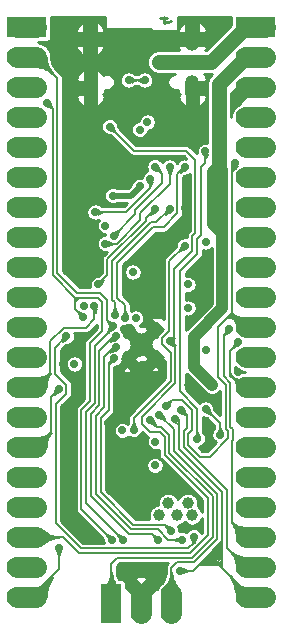
<source format=gbr>
G04 #@! TF.GenerationSoftware,KiCad,Pcbnew,5.1.12-84ad8e8a86~92~ubuntu18.04.1*
G04 #@! TF.CreationDate,2023-05-05T14:43:28+03:00*
G04 #@! TF.ProjectId,RP2040-PICO30_Rev_A,52503230-3430-42d5-9049-434f33305f52,A*
G04 #@! TF.SameCoordinates,Original*
G04 #@! TF.FileFunction,Copper,L4,Bot*
G04 #@! TF.FilePolarity,Positive*
%FSLAX46Y46*%
G04 Gerber Fmt 4.6, Leading zero omitted, Abs format (unit mm)*
G04 Created by KiCad (PCBNEW 5.1.12-84ad8e8a86~92~ubuntu18.04.1) date 2023-05-05 14:43:28*
%MOMM*%
%LPD*%
G01*
G04 APERTURE LIST*
G04 #@! TA.AperFunction,NonConductor*
%ADD10C,0.222250*%
G04 #@! TD*
G04 #@! TA.AperFunction,ComponentPad*
%ADD11C,1.000000*%
G04 #@! TD*
G04 #@! TA.AperFunction,ComponentPad*
%ADD12C,1.800000*%
G04 #@! TD*
G04 #@! TA.AperFunction,ComponentPad*
%ADD13C,1.778000*%
G04 #@! TD*
G04 #@! TA.AperFunction,ComponentPad*
%ADD14R,1.778000X1.778000*%
G04 #@! TD*
G04 #@! TA.AperFunction,ComponentPad*
%ADD15O,1.200000X2.200000*%
G04 #@! TD*
G04 #@! TA.AperFunction,ComponentPad*
%ADD16O,1.300000X2.000000*%
G04 #@! TD*
G04 #@! TA.AperFunction,ViaPad*
%ADD17C,0.700000*%
G04 #@! TD*
G04 #@! TA.AperFunction,ViaPad*
%ADD18C,1.000000*%
G04 #@! TD*
G04 #@! TA.AperFunction,Conductor*
%ADD19C,1.778000*%
G04 #@! TD*
G04 #@! TA.AperFunction,Conductor*
%ADD20C,0.200000*%
G04 #@! TD*
G04 #@! TA.AperFunction,Conductor*
%ADD21C,1.016000*%
G04 #@! TD*
G04 #@! TA.AperFunction,Conductor*
%ADD22C,1.270000*%
G04 #@! TD*
G04 #@! TA.AperFunction,Conductor*
%ADD23C,0.508000*%
G04 #@! TD*
G04 #@! TA.AperFunction,Conductor*
%ADD24C,0.254000*%
G04 #@! TD*
G04 #@! TA.AperFunction,Conductor*
%ADD25C,0.100000*%
G04 #@! TD*
G04 #@! TA.AperFunction,Conductor*
%ADD26C,0.025400*%
G04 #@! TD*
G04 APERTURE END LIST*
D10*
X152717500Y-65108666D02*
X152124833Y-65108666D01*
X153056166Y-65320333D02*
X152421166Y-65532000D01*
X152421166Y-64981666D01*
D11*
X151695000Y-93910000D03*
X149295000Y-93980000D03*
D12*
X150495000Y-92710000D03*
D11*
X151695000Y-91510000D03*
X149295000Y-91510000D03*
D13*
X141610000Y-73490000D03*
X141610000Y-70950000D03*
X141610000Y-68410000D03*
D14*
X141610000Y-65870000D03*
D13*
X141610000Y-76030000D03*
X141610000Y-78570000D03*
X141610000Y-83650000D03*
X141610000Y-81110000D03*
X141610000Y-86190000D03*
X141610000Y-88730000D03*
X141610000Y-93810000D03*
X141610000Y-91270000D03*
X141610000Y-96350000D03*
X141610000Y-98890000D03*
X141610000Y-103970000D03*
X141610000Y-101430000D03*
X141610000Y-111590000D03*
X141610000Y-114130000D03*
X141610000Y-109050000D03*
X141610000Y-106510000D03*
X159390000Y-73490000D03*
X159390000Y-70950000D03*
X159390000Y-68410000D03*
D14*
X159390000Y-65870000D03*
D13*
X159390000Y-76030000D03*
X159390000Y-78570000D03*
X159390000Y-83650000D03*
X159390000Y-81110000D03*
X159390000Y-86190000D03*
X159390000Y-88730000D03*
X159390000Y-93810000D03*
X159390000Y-91270000D03*
X159390000Y-96350000D03*
X159390000Y-98890000D03*
X159390000Y-103970000D03*
X159390000Y-101430000D03*
X159390000Y-111590000D03*
X159390000Y-114130000D03*
X159390000Y-109050000D03*
X159390000Y-106510000D03*
D14*
X147960000Y-113900000D03*
D13*
X150500000Y-113900000D03*
X153040000Y-113900000D03*
X153040000Y-115500000D03*
X150500000Y-115500000D03*
D14*
X147960000Y-115500000D03*
D13*
X140000000Y-106510000D03*
X140000000Y-109050000D03*
X140000000Y-114130000D03*
X140000000Y-111590000D03*
X140000000Y-101430000D03*
X140000000Y-103970000D03*
X140000000Y-98890000D03*
X140000000Y-96350000D03*
X140000000Y-91270000D03*
X140000000Y-93810000D03*
X140000000Y-88730000D03*
X140000000Y-86190000D03*
X140000000Y-81110000D03*
X140000000Y-83650000D03*
X140000000Y-78570000D03*
X140000000Y-76030000D03*
D14*
X140000000Y-65870000D03*
D13*
X140000000Y-68410000D03*
X140000000Y-70950000D03*
X140000000Y-73490000D03*
X161000000Y-73490000D03*
X161000000Y-70950000D03*
X161000000Y-68410000D03*
D14*
X161000000Y-65870000D03*
D13*
X161000000Y-76030000D03*
X161000000Y-78570000D03*
X161000000Y-83650000D03*
X161000000Y-81110000D03*
X161000000Y-86190000D03*
X161000000Y-88730000D03*
X161000000Y-93810000D03*
X161000000Y-91270000D03*
X161000000Y-96350000D03*
X161000000Y-98890000D03*
X161000000Y-103970000D03*
X161000000Y-101430000D03*
X161000000Y-111590000D03*
X161000000Y-114130000D03*
X161000000Y-109050000D03*
X161000000Y-106510000D03*
D15*
X154820000Y-71030000D03*
D16*
X154820000Y-66850000D03*
X146180000Y-66850000D03*
D15*
X146180000Y-71030000D03*
D17*
X148082000Y-77089000D03*
X155067000Y-75184000D03*
X152654000Y-74549000D03*
X152019000Y-73914000D03*
X147447000Y-76454000D03*
D18*
X155944979Y-86106000D03*
D17*
X156083000Y-89154000D03*
X154208012Y-81153857D03*
X149864960Y-85616232D03*
X155064612Y-75945523D03*
X144462500Y-76454000D03*
X144462500Y-78740000D03*
X158713373Y-95079999D03*
D18*
X152781000Y-104394000D03*
X151003000Y-104394000D03*
X154597010Y-96139000D03*
D17*
X150876000Y-101600000D03*
X149860000Y-102235000D03*
X148844000Y-102235000D03*
X156210000Y-100812600D03*
X144399000Y-85661500D03*
X144399000Y-83312000D03*
X147716008Y-99366582D03*
X144764990Y-106680000D03*
X144764990Y-104136560D03*
X144764990Y-98948127D03*
X143864982Y-94386399D03*
X147002500Y-109274957D03*
X154081660Y-108331443D03*
X156311600Y-100101400D03*
D18*
X146177000Y-65405000D03*
X154813000Y-65405000D03*
D17*
X149435390Y-70358000D03*
X150803393Y-70355229D03*
X151003000Y-73914000D03*
X150368000Y-74549000D03*
X149796500Y-86614000D03*
X155956000Y-84074000D03*
X147450002Y-82677000D03*
X151661984Y-102973016D03*
D18*
X154432000Y-106172000D03*
X152781000Y-106172000D03*
X153543000Y-107188000D03*
X152019000Y-107188000D03*
X154813000Y-107188000D03*
D17*
X151702176Y-100980010D03*
X154447010Y-87657714D03*
X154447010Y-89651664D03*
X148903360Y-100023847D03*
X145628132Y-89463878D03*
X144843500Y-94392886D03*
X155998010Y-93239451D03*
X149860000Y-99949000D03*
X154162990Y-84387002D03*
X152037243Y-98672449D03*
X151272010Y-99154009D03*
X151257000Y-78740000D03*
X152565158Y-97943527D03*
X146592021Y-81533523D03*
X158424454Y-77365009D03*
D18*
X156591000Y-78105000D03*
X156591000Y-81280000D03*
X156464000Y-96139000D03*
X152019006Y-68834000D03*
X153035000Y-68834000D03*
D17*
X147827992Y-74295000D03*
X152938254Y-92456000D03*
X143510000Y-109982000D03*
X143494990Y-96520000D03*
X150021802Y-90500473D03*
X146541788Y-89454305D03*
X148214263Y-93877991D03*
X153000005Y-108492995D03*
X148336000Y-92964000D03*
X153987500Y-109259956D03*
X154940000Y-109008010D03*
X144160127Y-92059873D03*
X148336283Y-92063989D03*
X151941800Y-109316058D03*
X148018500Y-109274957D03*
X142494000Y-72262986D03*
X145605488Y-90424000D03*
X148082000Y-91186000D03*
X148968023Y-109274957D03*
X155966052Y-98213054D03*
X157168628Y-100380800D03*
X157961446Y-91443219D03*
X153797000Y-111887000D03*
X153390472Y-99036328D03*
X153865783Y-98272063D03*
X158706619Y-92536390D03*
X155913990Y-76397462D03*
X155244125Y-100724828D03*
X148082000Y-80137000D03*
X150358991Y-79362994D03*
X148178328Y-83520318D03*
X151659498Y-77681004D03*
X152908000Y-77724000D03*
X147447000Y-84201000D03*
X154178000Y-77724000D03*
X149122170Y-90474316D03*
X152908000Y-81280000D03*
X148248044Y-90260012D03*
X151654974Y-81296974D03*
X146862800Y-87650020D03*
D19*
X150500000Y-113900000D02*
X150500000Y-114295000D01*
X150500000Y-115500000D02*
X150500000Y-114295000D01*
X140000000Y-83650000D02*
X140800000Y-83650000D01*
X141610000Y-83650000D02*
X140800000Y-83650000D01*
X140000000Y-70950000D02*
X140800000Y-70950000D01*
X141610000Y-70950000D02*
X140800000Y-70950000D01*
X159390000Y-83650000D02*
X160485000Y-83650000D01*
X161000000Y-83650000D02*
X160485000Y-83650000D01*
X159390000Y-70950000D02*
X160485000Y-70950000D01*
X161000000Y-70950000D02*
X160485000Y-70950000D01*
D20*
X149435390Y-70358000D02*
X150800622Y-70358000D01*
X150800622Y-70358000D02*
X150803393Y-70355229D01*
D19*
X159390000Y-76030000D02*
X160485000Y-76030000D01*
X161000000Y-76030000D02*
X160485000Y-76030000D01*
D20*
X149860000Y-98947018D02*
X149860000Y-99949000D01*
X152996978Y-95810040D02*
X149860000Y-98947018D01*
X152869980Y-85680012D02*
X152869980Y-91605020D01*
X154162990Y-84387002D02*
X152869980Y-85680012D01*
X152869980Y-91605020D02*
X152273000Y-92202000D01*
X152273000Y-92202000D02*
X152273000Y-92710000D01*
X152273000Y-92710000D02*
X152996978Y-93433978D01*
X152996978Y-93433978D02*
X152996978Y-95810040D01*
D19*
X153040000Y-113900000D02*
X153040000Y-114295000D01*
X153040000Y-115500000D02*
X153040000Y-114295000D01*
D20*
X153269989Y-101725443D02*
X156946522Y-105401976D01*
X152037243Y-98672449D02*
X153269989Y-99905195D01*
X153269989Y-99905195D02*
X153269989Y-101725443D01*
X156946522Y-105401976D02*
X156946522Y-109228078D01*
X153522866Y-111199132D02*
X153040000Y-111681998D01*
X154975468Y-111199132D02*
X153522866Y-111199132D01*
X156946522Y-109228078D02*
X154975468Y-111199132D01*
X153040000Y-111681998D02*
X153040000Y-113900000D01*
X152196956Y-99695000D02*
X151813001Y-99695000D01*
X152869978Y-100368022D02*
X152196956Y-99695000D01*
X152869978Y-101891132D02*
X152869978Y-100368022D01*
X147960000Y-111310500D02*
X148471379Y-110799121D01*
X151813001Y-99695000D02*
X151272010Y-99154009D01*
X154809779Y-110799121D02*
X156546511Y-109062389D01*
X156546511Y-109062389D02*
X156546511Y-105567665D01*
X147960000Y-113900000D02*
X147960000Y-111310500D01*
X148471379Y-110799121D02*
X154809779Y-110799121D01*
X156546511Y-105567665D02*
X152869978Y-101891132D01*
D19*
X159390000Y-91270000D02*
X160485000Y-91270000D01*
X161000000Y-91270000D02*
X160485000Y-91270000D01*
D20*
X157651489Y-96183489D02*
X157651489Y-99856985D01*
X154482950Y-101241304D02*
X154482950Y-100279050D01*
X154482950Y-100279050D02*
X154813000Y-99949000D01*
X156972000Y-95504000D02*
X157651489Y-96183489D01*
X154813000Y-99949000D02*
X154813000Y-98298000D01*
X153099685Y-97409000D02*
X152565158Y-97943527D01*
X156972000Y-91249500D02*
X156972000Y-95504000D01*
X158163000Y-90043000D02*
X158163000Y-90058500D01*
X157651489Y-99856985D02*
X157841989Y-100047485D01*
X157841989Y-100047485D02*
X157841989Y-100672311D01*
X157841989Y-100672311D02*
X156279300Y-102235000D01*
X156279300Y-102235000D02*
X155476646Y-102235000D01*
X155476646Y-102235000D02*
X154482950Y-101241304D01*
X154813000Y-98298000D02*
X153924000Y-97409000D01*
X153924000Y-97409000D02*
X153099685Y-97409000D01*
X151257000Y-79502000D02*
X149225477Y-81533523D01*
X151257000Y-78740000D02*
X151257000Y-79502000D01*
X149225477Y-81533523D02*
X146592021Y-81533523D01*
X158424454Y-77859983D02*
X158424454Y-77365009D01*
X158163000Y-90043000D02*
X158163000Y-78121437D01*
X158163000Y-78121437D02*
X158424454Y-77859983D01*
X158059250Y-90241250D02*
X158019750Y-90201750D01*
X158163000Y-90058500D02*
X158019750Y-90201750D01*
X158361250Y-90241250D02*
X158059250Y-90241250D01*
X158361250Y-90241250D02*
X158163000Y-90043000D01*
X158456500Y-90336500D02*
X157900500Y-90336500D01*
X157892750Y-90328750D02*
X156972000Y-91249500D01*
X158019750Y-90201750D02*
X157892750Y-90328750D01*
X157900500Y-90336500D02*
X157892750Y-90328750D01*
X159390000Y-91270000D02*
X158456500Y-90336500D01*
X158456500Y-90336500D02*
X158361250Y-90241250D01*
X158163000Y-77993500D02*
X158305500Y-77851000D01*
X158163000Y-78121437D02*
X158163000Y-77993500D01*
X158163000Y-77993500D02*
X158163000Y-77327500D01*
X158305500Y-77483963D02*
X158424454Y-77365009D01*
X158305500Y-77851000D02*
X158305500Y-77483963D01*
D19*
X159390000Y-68410000D02*
X160485000Y-68410000D01*
X161000000Y-68410000D02*
X160485000Y-68410000D01*
D21*
X157353000Y-83312000D02*
X156591000Y-82550000D01*
X156591000Y-82550000D02*
X156591000Y-81280000D01*
X156591000Y-81280000D02*
X156591000Y-78105000D01*
D22*
X157099000Y-70701000D02*
X159390000Y-68410000D01*
D21*
X156591000Y-78105000D02*
X157099000Y-77597000D01*
D22*
X157099000Y-77597000D02*
X157099000Y-70701000D01*
D21*
X157353000Y-77978000D02*
X157353000Y-83312000D01*
X157226000Y-77851000D02*
X157353000Y-77978000D01*
X156591000Y-78105000D02*
X156845000Y-77851000D01*
X156845000Y-77851000D02*
X157226000Y-77851000D01*
X157353000Y-89662000D02*
X157353000Y-83312000D01*
X154940000Y-92075000D02*
X157353000Y-89662000D01*
X156464000Y-96139000D02*
X154940000Y-94615000D01*
X154940000Y-94615000D02*
X154940000Y-92075000D01*
D19*
X159390000Y-65870000D02*
X160485000Y-65870000D01*
X161000000Y-65870000D02*
X160485000Y-65870000D01*
D22*
X159390000Y-65870000D02*
X156426000Y-68834000D01*
X156426000Y-68834000D02*
X152019006Y-68834000D01*
D19*
X140000000Y-106510000D02*
X140800000Y-106510000D01*
X141610000Y-106510000D02*
X140800000Y-106510000D01*
X140000000Y-109050000D02*
X140800000Y-109050000D01*
X141610000Y-109050000D02*
X140800000Y-109050000D01*
D20*
X153396989Y-92914735D02*
X152938254Y-92456000D01*
X150586960Y-98852349D02*
X153396989Y-96042320D01*
X153396989Y-96042320D02*
X153396989Y-92914735D01*
X150586960Y-99467748D02*
X150586960Y-98852349D01*
X156146500Y-108896700D02*
X156146500Y-105733354D01*
X154644090Y-110399110D02*
X156146500Y-108896700D01*
X145208710Y-110399110D02*
X154644090Y-110399110D01*
X143859600Y-109050000D02*
X145208710Y-110399110D01*
X156146500Y-105733354D02*
X152469967Y-102056821D01*
X141610000Y-109050000D02*
X143859600Y-109050000D01*
X151258711Y-100139499D02*
X150586960Y-99467748D01*
X152469967Y-102056821D02*
X152469967Y-100533711D01*
X152075755Y-100139499D02*
X151258711Y-100139499D01*
X152469967Y-100533711D02*
X152075755Y-100139499D01*
X153288253Y-92106001D02*
X152938254Y-92456000D01*
X154813000Y-84836000D02*
X153288253Y-86360747D01*
X149859992Y-76327000D02*
X154305000Y-76327000D01*
X147827992Y-74295000D02*
X149859992Y-76327000D01*
X153288253Y-86360747D02*
X153288253Y-92106001D01*
X154305000Y-76327000D02*
X155067000Y-77089000D01*
X155067000Y-77089000D02*
X155067000Y-83312000D01*
X155067000Y-83312000D02*
X154813000Y-83566000D01*
X154813000Y-83566000D02*
X154813000Y-84836000D01*
D19*
X140000000Y-114130000D02*
X140800000Y-114130000D01*
X141610000Y-114130000D02*
X140800000Y-114130000D01*
D20*
X143510000Y-111760000D02*
X143510000Y-109982000D01*
X141610000Y-114130000D02*
X141610000Y-113660000D01*
X141610000Y-113660000D02*
X143510000Y-111760000D01*
D19*
X140000000Y-111590000D02*
X140800000Y-111590000D01*
X141610000Y-111590000D02*
X140800000Y-111590000D01*
X140000000Y-101430000D02*
X140800000Y-101430000D01*
X141610000Y-101430000D02*
X140800000Y-101430000D01*
D20*
X142855989Y-97159001D02*
X143494990Y-96520000D01*
X142855989Y-100184011D02*
X142855989Y-97159001D01*
X141610000Y-101430000D02*
X142855989Y-100184011D01*
D19*
X140000000Y-103970000D02*
X140800000Y-103970000D01*
X141610000Y-103970000D02*
X140800000Y-103970000D01*
X140000000Y-98890000D02*
X140800000Y-98890000D01*
X141610000Y-98890000D02*
X140800000Y-98890000D01*
X140000000Y-96350000D02*
X140800000Y-96350000D01*
X141610000Y-96350000D02*
X140800000Y-96350000D01*
D20*
X145796000Y-91313000D02*
X146541788Y-90567212D01*
X143944998Y-91313000D02*
X145796000Y-91313000D01*
X146541788Y-90567212D02*
X146541788Y-89454305D01*
X142805189Y-92452809D02*
X143944998Y-91313000D01*
X141610000Y-96350000D02*
X142805189Y-95154811D01*
X142805189Y-95154811D02*
X142805189Y-92452809D01*
D19*
X140000000Y-91270000D02*
X140800000Y-91270000D01*
X141610000Y-91270000D02*
X140800000Y-91270000D01*
X140000000Y-93810000D02*
X140800000Y-93810000D01*
X141610000Y-93810000D02*
X140800000Y-93810000D01*
X140000000Y-88730000D02*
X140800000Y-88730000D01*
X141610000Y-88730000D02*
X140800000Y-88730000D01*
D20*
X152495188Y-107988178D02*
X153000005Y-108492995D01*
X149834678Y-107988178D02*
X152495188Y-107988178D01*
X147066000Y-105219500D02*
X149834678Y-107988178D01*
X148214263Y-93877991D02*
X147751800Y-94340454D01*
X147751800Y-94340454D02*
X147751800Y-98247200D01*
X147751800Y-98247200D02*
X147066000Y-98933000D01*
X147066000Y-98933000D02*
X147066000Y-105219500D01*
D19*
X140000000Y-86190000D02*
X140800000Y-86190000D01*
X141610000Y-86190000D02*
X140800000Y-86190000D01*
D20*
X151933185Y-108388189D02*
X152804952Y-109259956D01*
X149608959Y-108388189D02*
X151933185Y-108388189D01*
X146640591Y-98781109D02*
X146640591Y-105419821D01*
X152804952Y-109259956D02*
X153987500Y-109259956D01*
X147351789Y-93821211D02*
X147351789Y-98069911D01*
X146640591Y-105419821D02*
X149608959Y-108388189D01*
X147351789Y-98069911D02*
X146640591Y-98781109D01*
X148209000Y-92964000D02*
X147351789Y-93821211D01*
X148336000Y-92964000D02*
X148209000Y-92964000D01*
D19*
X140000000Y-81110000D02*
X140800000Y-81110000D01*
X141610000Y-81110000D02*
X140800000Y-81110000D01*
D20*
X143205200Y-95199200D02*
X143205200Y-93014800D01*
X144145000Y-96139000D02*
X143205200Y-95199200D01*
X144145000Y-96901000D02*
X144145000Y-96139000D01*
X143256000Y-97790000D02*
X144145000Y-96901000D01*
X143256000Y-107880700D02*
X143256000Y-97790000D01*
X154478401Y-109999099D02*
X145374399Y-109999099D01*
X145374399Y-109999099D02*
X143256000Y-107880700D01*
X143205200Y-93014800D02*
X144160127Y-92059873D01*
X154940000Y-109537500D02*
X154478401Y-109999099D01*
X154940000Y-109008010D02*
X154940000Y-109537500D01*
D19*
X140000000Y-78570000D02*
X140800000Y-78570000D01*
X141610000Y-78570000D02*
X140800000Y-78570000D01*
D20*
X151937258Y-109316058D02*
X151941800Y-109316058D01*
X151409400Y-108788200D02*
X151937258Y-109316058D01*
X149443270Y-108788200D02*
X151409400Y-108788200D01*
X148221160Y-92063989D02*
X146951778Y-93333371D01*
X146240580Y-98615420D02*
X146240580Y-105585510D01*
X148336283Y-92063989D02*
X148221160Y-92063989D01*
X146951778Y-93333371D02*
X146951778Y-97904222D01*
X146240580Y-105585510D02*
X149443270Y-108788200D01*
X146951778Y-97904222D02*
X146240580Y-98615420D01*
D19*
X140000000Y-76030000D02*
X140800000Y-76030000D01*
X141610000Y-76030000D02*
X140800000Y-76030000D01*
X140000000Y-65870000D02*
X140800000Y-65870000D01*
X141610000Y-65870000D02*
X140800000Y-65870000D01*
D20*
X144970500Y-88798400D02*
X144932400Y-88798400D01*
X144932400Y-89750912D02*
X145605488Y-90424000D01*
X143002000Y-86868000D02*
X143002000Y-72770986D01*
X144932400Y-88798400D02*
X143002000Y-86868000D01*
X143002000Y-72770986D02*
X142494000Y-72262986D01*
X145415000Y-98298000D02*
X145415000Y-106671457D01*
X147193000Y-91567000D02*
X146151756Y-92608244D01*
X146830500Y-88798400D02*
X147193000Y-89160900D01*
X147193000Y-89160900D02*
X147193000Y-91567000D01*
X146151756Y-97561244D02*
X145415000Y-98298000D01*
X145415000Y-106671457D02*
X148018500Y-109274957D01*
X146151756Y-92608244D02*
X146151756Y-97561244D01*
X144932400Y-89052400D02*
X145186400Y-88798400D01*
X145262600Y-88798400D02*
X146830500Y-88798400D01*
X144932400Y-88798400D02*
X145262600Y-88798400D01*
X145186400Y-88798400D02*
X145262600Y-88798400D01*
X144932400Y-88798400D02*
X144932400Y-89052400D01*
X144932400Y-89128600D02*
X145262600Y-88798400D01*
X144932400Y-89255600D02*
X144932400Y-89128600D01*
X144932400Y-89052400D02*
X144932400Y-89255600D01*
X144932400Y-89255600D02*
X144932400Y-89750912D01*
D19*
X140000000Y-68410000D02*
X140800000Y-68410000D01*
X141610000Y-68410000D02*
X140800000Y-68410000D01*
D20*
X145840569Y-106147503D02*
X148968023Y-109274957D01*
X148082000Y-91186000D02*
X148082000Y-91313000D01*
X146551767Y-97732733D02*
X145840569Y-98443931D01*
X146551767Y-92843233D02*
X146551767Y-97732733D01*
X148082000Y-91313000D02*
X146551767Y-92843233D01*
X145840569Y-98443931D02*
X145840569Y-106147503D01*
X143402011Y-70202011D02*
X143402011Y-86696511D01*
X146999600Y-88392000D02*
X147593011Y-88985411D01*
X141610000Y-68410000D02*
X143402011Y-70202011D01*
X143402011Y-86696511D02*
X145097500Y-88392000D01*
X147593011Y-90697011D02*
X148082000Y-91186000D01*
X145097500Y-88392000D02*
X146999600Y-88392000D01*
X147593011Y-88985411D02*
X147593011Y-90697011D01*
D19*
X140000000Y-73490000D02*
X140800000Y-73490000D01*
X141610000Y-73490000D02*
X140800000Y-73490000D01*
X159390000Y-106510000D02*
X160485000Y-106510000D01*
X161000000Y-106510000D02*
X160485000Y-106510000D01*
D20*
X157168628Y-99415630D02*
X157168628Y-100380800D01*
X155966052Y-98213054D02*
X157168628Y-99415630D01*
D19*
X159390000Y-109050000D02*
X160485000Y-109050000D01*
X161000000Y-109050000D02*
X160485000Y-109050000D01*
D20*
X157480000Y-91924665D02*
X157961446Y-91443219D01*
X158051500Y-99691296D02*
X158051500Y-96017800D01*
X158242000Y-100838000D02*
X158242000Y-99881796D01*
X158153022Y-100926978D02*
X158242000Y-100838000D01*
X158153022Y-107813022D02*
X158153022Y-100926978D01*
X159390000Y-109050000D02*
X158153022Y-107813022D01*
X158242000Y-99881796D02*
X158051500Y-99691296D01*
X157480000Y-95446300D02*
X157480000Y-91924665D01*
X158051500Y-96017800D02*
X157480000Y-95446300D01*
D19*
X159390000Y-114130000D02*
X160485000Y-114130000D01*
X161000000Y-114130000D02*
X160485000Y-114130000D01*
D20*
X159390000Y-114130000D02*
X159390000Y-113670000D01*
X159390000Y-113670000D02*
X157353000Y-111633000D01*
X157353000Y-111633000D02*
X157353000Y-110998000D01*
X157353000Y-105242754D02*
X153682930Y-101572684D01*
X153682930Y-99328786D02*
X153390472Y-99036328D01*
X154853300Y-111887000D02*
X153797000Y-111887000D01*
X155361300Y-111379000D02*
X154853300Y-111887000D01*
X157099000Y-111379000D02*
X156972000Y-111379000D01*
X157226000Y-111125000D02*
X156972000Y-111379000D01*
X157353000Y-110998000D02*
X157226000Y-111125000D01*
X157289500Y-111569500D02*
X157226000Y-111506000D01*
X157353000Y-111633000D02*
X157289500Y-111569500D01*
X157226000Y-111506000D02*
X157226000Y-111125000D01*
X157289500Y-111569500D02*
X157099000Y-111379000D01*
X157353000Y-110998000D02*
X157353000Y-110744000D01*
X156972000Y-111379000D02*
X156718000Y-111379000D01*
X156718000Y-111379000D02*
X157353000Y-110744000D01*
X157353000Y-110744000D02*
X157353000Y-110490000D01*
X156464000Y-111379000D02*
X157353000Y-110490000D01*
X156718000Y-111379000D02*
X156464000Y-111379000D01*
X157353000Y-109387300D02*
X157353000Y-109093000D01*
X155361300Y-111379000D02*
X157353000Y-109387300D01*
X157353000Y-109093000D02*
X157353000Y-105242754D01*
X155575000Y-111379000D02*
X156591000Y-110363000D01*
X155575000Y-111379000D02*
X155361300Y-111379000D01*
X156591000Y-110363000D02*
X157353000Y-109601000D01*
X157353000Y-109601000D02*
X157353000Y-109093000D01*
X155829000Y-111379000D02*
X157353000Y-109855000D01*
X157353000Y-109855000D02*
X157353000Y-109601000D01*
X155829000Y-111379000D02*
X155575000Y-111379000D01*
X156083000Y-111379000D02*
X157353000Y-110109000D01*
X157353000Y-110109000D02*
X157353000Y-109855000D01*
X156083000Y-111379000D02*
X155829000Y-111379000D01*
X156337000Y-111379000D02*
X157353000Y-110363000D01*
X157353000Y-110363000D02*
X157353000Y-110109000D01*
X157353000Y-110490000D02*
X157353000Y-110363000D01*
X156464000Y-111379000D02*
X156337000Y-111379000D01*
X156337000Y-111379000D02*
X156083000Y-111379000D01*
X153682930Y-101572684D02*
X153682930Y-99580930D01*
X153682930Y-99580930D02*
X153682930Y-99328786D01*
X153682930Y-99328786D02*
X153682930Y-99047070D01*
X153401214Y-99047070D02*
X153390472Y-99036328D01*
X153682930Y-99047070D02*
X153401214Y-99047070D01*
X153657530Y-99580930D02*
X153682930Y-99580930D01*
X153390472Y-99036328D02*
X153390472Y-99313872D01*
X153390472Y-99313872D02*
X153657530Y-99580930D01*
D19*
X159390000Y-111590000D02*
X160485000Y-111590000D01*
X161000000Y-111590000D02*
X160485000Y-111590000D01*
D20*
X157753011Y-105077065D02*
X154082941Y-101406995D01*
X159390000Y-111590000D02*
X157753011Y-109953011D01*
X157753011Y-109953011D02*
X157753011Y-105077065D01*
X153865783Y-98272063D02*
X154412990Y-98819270D01*
X154412990Y-99777510D02*
X154082941Y-100107559D01*
X154412990Y-98819270D02*
X154412990Y-99777510D01*
X154082941Y-101406995D02*
X154082941Y-100107559D01*
D19*
X159390000Y-101430000D02*
X160485000Y-101430000D01*
X161000000Y-101430000D02*
X160485000Y-101430000D01*
X159390000Y-103970000D02*
X160485000Y-103970000D01*
X161000000Y-103970000D02*
X160485000Y-103970000D01*
X159390000Y-98890000D02*
X160485000Y-98890000D01*
X161000000Y-98890000D02*
X160485000Y-98890000D01*
X159390000Y-96350000D02*
X160485000Y-96350000D01*
X161000000Y-96350000D02*
X160485000Y-96350000D01*
D20*
X157988000Y-93255009D02*
X158706619Y-92536390D01*
X157988000Y-95359235D02*
X157988000Y-93255009D01*
X159390000Y-96350000D02*
X158978765Y-96350000D01*
X158978765Y-96350000D02*
X157988000Y-95359235D01*
D19*
X159390000Y-93810000D02*
X160485000Y-93810000D01*
X161000000Y-93810000D02*
X160485000Y-93810000D01*
X159390000Y-88730000D02*
X160485000Y-88730000D01*
X161000000Y-88730000D02*
X160485000Y-88730000D01*
X159390000Y-86190000D02*
X160485000Y-86190000D01*
X161000000Y-86190000D02*
X160485000Y-86190000D01*
X159390000Y-81110000D02*
X160485000Y-81110000D01*
X161000000Y-81110000D02*
X160485000Y-81110000D01*
X159390000Y-78570000D02*
X160485000Y-78570000D01*
X161000000Y-78570000D02*
X160485000Y-78570000D01*
X159390000Y-73490000D02*
X160485000Y-73490000D01*
X161000000Y-73490000D02*
X160485000Y-73490000D01*
D20*
X155244125Y-98163425D02*
X155244125Y-100724828D01*
X153797000Y-96716300D02*
X155244125Y-98163425D01*
X153797000Y-86487000D02*
X153797000Y-96716300D01*
X155913990Y-76397462D02*
X155913990Y-77385010D01*
X155563991Y-77735009D02*
X155563991Y-83450009D01*
X155563991Y-83450009D02*
X155240010Y-83773990D01*
X155913990Y-77385010D02*
X155563991Y-77735009D01*
X155240010Y-85043990D02*
X153797000Y-86487000D01*
X155240010Y-83773990D02*
X155240010Y-85043990D01*
D23*
X150358991Y-79384009D02*
X150358991Y-79362994D01*
X148082000Y-80137000D02*
X149606000Y-80137000D01*
X149606000Y-80137000D02*
X150358991Y-79384009D01*
D20*
X152273000Y-79051700D02*
X152273000Y-78294506D01*
X149987000Y-81711646D02*
X149987000Y-81337700D01*
X152273000Y-78294506D02*
X151659498Y-77681004D01*
X148178328Y-83520318D02*
X149987000Y-81711646D01*
X149987000Y-81337700D02*
X152273000Y-79051700D01*
X150387011Y-81645683D02*
X150387011Y-82230889D01*
X148416900Y-84201000D02*
X147447000Y-84201000D01*
X152908000Y-79124694D02*
X150387011Y-81645683D01*
X152908000Y-77724000D02*
X152908000Y-79124694D01*
X150387011Y-82230889D02*
X148416900Y-84201000D01*
X148463000Y-85852000D02*
X148463000Y-88773000D01*
X151511000Y-82804000D02*
X148463000Y-85852000D01*
X152400000Y-82804000D02*
X151511000Y-82804000D01*
X149122170Y-89432170D02*
X149122170Y-90474316D01*
X148463000Y-88773000D02*
X149122170Y-89432170D01*
X154178000Y-77724000D02*
X153558002Y-78343998D01*
X153558002Y-78343998D02*
X153558002Y-81645998D01*
X153558002Y-81645998D02*
X152400000Y-82804000D01*
X151784011Y-82403989D02*
X151345311Y-82403989D01*
X151345311Y-82403989D02*
X148062989Y-85686311D01*
X152908000Y-81280000D02*
X151784011Y-82403989D01*
X148248044Y-89167566D02*
X148062989Y-88982511D01*
X148248044Y-90260012D02*
X148248044Y-89167566D01*
X148062989Y-85686311D02*
X148062989Y-88982511D01*
X147637500Y-86875320D02*
X146862800Y-87650020D01*
X147637500Y-85546100D02*
X147637500Y-86875320D01*
X150881800Y-82070148D02*
X150881800Y-82301800D01*
X151654974Y-81296974D02*
X150881800Y-82070148D01*
X150881800Y-82301800D02*
X147637500Y-85546100D01*
D24*
X152716594Y-111325168D02*
X152698236Y-111340234D01*
X152638128Y-111413476D01*
X152593464Y-111497038D01*
X152575592Y-111555956D01*
X152565960Y-111587706D01*
X152556673Y-111681998D01*
X152559000Y-111705625D01*
X152559000Y-111988564D01*
X152554500Y-112117040D01*
X152541925Y-112232779D01*
X152521338Y-112342587D01*
X152492934Y-112446979D01*
X152456765Y-112546586D01*
X152412724Y-112642047D01*
X152360540Y-112733977D01*
X152299814Y-112822875D01*
X152230038Y-112909139D01*
X152176400Y-112965813D01*
X152137630Y-112997630D01*
X152097865Y-113046084D01*
X152053527Y-113090422D01*
X152018690Y-113142559D01*
X151978925Y-113191013D01*
X151949378Y-113246292D01*
X151914541Y-113298429D01*
X151890543Y-113356365D01*
X151862485Y-113408859D01*
X151760885Y-113357536D01*
X151218420Y-113900000D01*
X151232563Y-113914143D01*
X151100705Y-114046000D01*
X150944912Y-114046000D01*
X150938169Y-114032651D01*
X150643485Y-113975363D01*
X150343286Y-113976666D01*
X150061831Y-114032651D01*
X150055088Y-114046000D01*
X149899295Y-114046000D01*
X149767438Y-113914143D01*
X149781580Y-113900000D01*
X149239115Y-113357536D01*
X149231843Y-113361209D01*
X149231843Y-113011000D01*
X149224487Y-112936311D01*
X149202701Y-112864492D01*
X149167322Y-112798304D01*
X149119711Y-112740289D01*
X149061696Y-112692678D01*
X148995508Y-112657299D01*
X148935564Y-112639115D01*
X149957536Y-112639115D01*
X150500000Y-113181580D01*
X151042464Y-112639115D01*
X150938169Y-112432651D01*
X150643485Y-112375363D01*
X150343286Y-112376666D01*
X150061831Y-112432651D01*
X149957536Y-112639115D01*
X148935564Y-112639115D01*
X148923689Y-112635513D01*
X148849000Y-112628157D01*
X148580867Y-112628157D01*
X148543234Y-112546586D01*
X148507065Y-112446979D01*
X148478661Y-112342587D01*
X148458074Y-112232779D01*
X148445501Y-112117054D01*
X148441000Y-111988543D01*
X148441000Y-111509736D01*
X148670616Y-111280121D01*
X152761641Y-111280121D01*
X152716594Y-111325168D01*
G04 #@! TA.AperFunction,Conductor*
D25*
G36*
X152716594Y-111325168D02*
G01*
X152698236Y-111340234D01*
X152638128Y-111413476D01*
X152593464Y-111497038D01*
X152575592Y-111555956D01*
X152565960Y-111587706D01*
X152556673Y-111681998D01*
X152559000Y-111705625D01*
X152559000Y-111988564D01*
X152554500Y-112117040D01*
X152541925Y-112232779D01*
X152521338Y-112342587D01*
X152492934Y-112446979D01*
X152456765Y-112546586D01*
X152412724Y-112642047D01*
X152360540Y-112733977D01*
X152299814Y-112822875D01*
X152230038Y-112909139D01*
X152176400Y-112965813D01*
X152137630Y-112997630D01*
X152097865Y-113046084D01*
X152053527Y-113090422D01*
X152018690Y-113142559D01*
X151978925Y-113191013D01*
X151949378Y-113246292D01*
X151914541Y-113298429D01*
X151890543Y-113356365D01*
X151862485Y-113408859D01*
X151760885Y-113357536D01*
X151218420Y-113900000D01*
X151232563Y-113914143D01*
X151100705Y-114046000D01*
X150944912Y-114046000D01*
X150938169Y-114032651D01*
X150643485Y-113975363D01*
X150343286Y-113976666D01*
X150061831Y-114032651D01*
X150055088Y-114046000D01*
X149899295Y-114046000D01*
X149767438Y-113914143D01*
X149781580Y-113900000D01*
X149239115Y-113357536D01*
X149231843Y-113361209D01*
X149231843Y-113011000D01*
X149224487Y-112936311D01*
X149202701Y-112864492D01*
X149167322Y-112798304D01*
X149119711Y-112740289D01*
X149061696Y-112692678D01*
X148995508Y-112657299D01*
X148935564Y-112639115D01*
X149957536Y-112639115D01*
X150500000Y-113181580D01*
X151042464Y-112639115D01*
X150938169Y-112432651D01*
X150643485Y-112375363D01*
X150343286Y-112376666D01*
X150061831Y-112432651D01*
X149957536Y-112639115D01*
X148935564Y-112639115D01*
X148923689Y-112635513D01*
X148849000Y-112628157D01*
X148580867Y-112628157D01*
X148543234Y-112546586D01*
X148507065Y-112446979D01*
X148478661Y-112342587D01*
X148458074Y-112232779D01*
X148445501Y-112117054D01*
X148441000Y-111988543D01*
X148441000Y-111509736D01*
X148670616Y-111280121D01*
X152761641Y-111280121D01*
X152716594Y-111325168D01*
G37*
G04 #@! TD.AperFunction*
D24*
X146712001Y-91367762D02*
X145828350Y-92251414D01*
X145809992Y-92266480D01*
X145749884Y-92339722D01*
X145705220Y-92423284D01*
X145691595Y-92468199D01*
X145677716Y-92513952D01*
X145668429Y-92608244D01*
X145670756Y-92631870D01*
X145670757Y-97362006D01*
X145091594Y-97941170D01*
X145073236Y-97956236D01*
X145013128Y-98029478D01*
X144968464Y-98113040D01*
X144951629Y-98168537D01*
X144940960Y-98203708D01*
X144931673Y-98298000D01*
X144934000Y-98321626D01*
X144934001Y-106647821D01*
X144931673Y-106671457D01*
X144940960Y-106765749D01*
X144968435Y-106856318D01*
X144968465Y-106856418D01*
X145013129Y-106939979D01*
X145073237Y-107013221D01*
X145091589Y-107028282D01*
X147246910Y-109183604D01*
X147261299Y-109199032D01*
X147268769Y-109208314D01*
X147274184Y-109216216D01*
X147278049Y-109222956D01*
X147280851Y-109228938D01*
X147282978Y-109234689D01*
X147284673Y-109240811D01*
X147286030Y-109247989D01*
X147286966Y-109256806D01*
X147287500Y-109276086D01*
X147287500Y-109346954D01*
X147315592Y-109488182D01*
X147327984Y-109518099D01*
X145573635Y-109518099D01*
X143737000Y-107681464D01*
X143737000Y-97989236D01*
X144468411Y-97257825D01*
X144486764Y-97242764D01*
X144546872Y-97169522D01*
X144591536Y-97085961D01*
X144611545Y-97020000D01*
X144619040Y-96995293D01*
X144628327Y-96901000D01*
X144626000Y-96877374D01*
X144626000Y-96162626D01*
X144628327Y-96139000D01*
X144619040Y-96044707D01*
X144605032Y-95998529D01*
X144591536Y-95954039D01*
X144546872Y-95870478D01*
X144486764Y-95797236D01*
X144468411Y-95782175D01*
X143686200Y-94999964D01*
X143686200Y-94320889D01*
X144112500Y-94320889D01*
X144112500Y-94464883D01*
X144140592Y-94606111D01*
X144195696Y-94739144D01*
X144275695Y-94858871D01*
X144377515Y-94960691D01*
X144497242Y-95040690D01*
X144630275Y-95095794D01*
X144771503Y-95123886D01*
X144915497Y-95123886D01*
X145056725Y-95095794D01*
X145189758Y-95040690D01*
X145309485Y-94960691D01*
X145411305Y-94858871D01*
X145491304Y-94739144D01*
X145546408Y-94606111D01*
X145574500Y-94464883D01*
X145574500Y-94320889D01*
X145546408Y-94179661D01*
X145491304Y-94046628D01*
X145411305Y-93926901D01*
X145309485Y-93825081D01*
X145189758Y-93745082D01*
X145056725Y-93689978D01*
X144915497Y-93661886D01*
X144771503Y-93661886D01*
X144630275Y-93689978D01*
X144497242Y-93745082D01*
X144377515Y-93825081D01*
X144275695Y-93926901D01*
X144195696Y-94046628D01*
X144140592Y-94179661D01*
X144112500Y-94320889D01*
X143686200Y-94320889D01*
X143686200Y-93214036D01*
X144068790Y-92831447D01*
X144084195Y-92817079D01*
X144093484Y-92809603D01*
X144101386Y-92804188D01*
X144108119Y-92800327D01*
X144114117Y-92797517D01*
X144119857Y-92795395D01*
X144125981Y-92793699D01*
X144133159Y-92792342D01*
X144141975Y-92791406D01*
X144161239Y-92790873D01*
X144232124Y-92790873D01*
X144373352Y-92762781D01*
X144506385Y-92707677D01*
X144626112Y-92627678D01*
X144727932Y-92525858D01*
X144807931Y-92406131D01*
X144863035Y-92273098D01*
X144891127Y-92131870D01*
X144891127Y-91987876D01*
X144863035Y-91846648D01*
X144841228Y-91794000D01*
X145772374Y-91794000D01*
X145796000Y-91796327D01*
X145819626Y-91794000D01*
X145860422Y-91789982D01*
X145890292Y-91787040D01*
X145891713Y-91786609D01*
X145980961Y-91759536D01*
X146064522Y-91714872D01*
X146137764Y-91654764D01*
X146152830Y-91636406D01*
X146712001Y-91077235D01*
X146712001Y-91367762D01*
G04 #@! TA.AperFunction,Conductor*
D25*
G36*
X146712001Y-91367762D02*
G01*
X145828350Y-92251414D01*
X145809992Y-92266480D01*
X145749884Y-92339722D01*
X145705220Y-92423284D01*
X145691595Y-92468199D01*
X145677716Y-92513952D01*
X145668429Y-92608244D01*
X145670756Y-92631870D01*
X145670757Y-97362006D01*
X145091594Y-97941170D01*
X145073236Y-97956236D01*
X145013128Y-98029478D01*
X144968464Y-98113040D01*
X144951629Y-98168537D01*
X144940960Y-98203708D01*
X144931673Y-98298000D01*
X144934000Y-98321626D01*
X144934001Y-106647821D01*
X144931673Y-106671457D01*
X144940960Y-106765749D01*
X144968435Y-106856318D01*
X144968465Y-106856418D01*
X145013129Y-106939979D01*
X145073237Y-107013221D01*
X145091589Y-107028282D01*
X147246910Y-109183604D01*
X147261299Y-109199032D01*
X147268769Y-109208314D01*
X147274184Y-109216216D01*
X147278049Y-109222956D01*
X147280851Y-109228938D01*
X147282978Y-109234689D01*
X147284673Y-109240811D01*
X147286030Y-109247989D01*
X147286966Y-109256806D01*
X147287500Y-109276086D01*
X147287500Y-109346954D01*
X147315592Y-109488182D01*
X147327984Y-109518099D01*
X145573635Y-109518099D01*
X143737000Y-107681464D01*
X143737000Y-97989236D01*
X144468411Y-97257825D01*
X144486764Y-97242764D01*
X144546872Y-97169522D01*
X144591536Y-97085961D01*
X144611545Y-97020000D01*
X144619040Y-96995293D01*
X144628327Y-96901000D01*
X144626000Y-96877374D01*
X144626000Y-96162626D01*
X144628327Y-96139000D01*
X144619040Y-96044707D01*
X144605032Y-95998529D01*
X144591536Y-95954039D01*
X144546872Y-95870478D01*
X144486764Y-95797236D01*
X144468411Y-95782175D01*
X143686200Y-94999964D01*
X143686200Y-94320889D01*
X144112500Y-94320889D01*
X144112500Y-94464883D01*
X144140592Y-94606111D01*
X144195696Y-94739144D01*
X144275695Y-94858871D01*
X144377515Y-94960691D01*
X144497242Y-95040690D01*
X144630275Y-95095794D01*
X144771503Y-95123886D01*
X144915497Y-95123886D01*
X145056725Y-95095794D01*
X145189758Y-95040690D01*
X145309485Y-94960691D01*
X145411305Y-94858871D01*
X145491304Y-94739144D01*
X145546408Y-94606111D01*
X145574500Y-94464883D01*
X145574500Y-94320889D01*
X145546408Y-94179661D01*
X145491304Y-94046628D01*
X145411305Y-93926901D01*
X145309485Y-93825081D01*
X145189758Y-93745082D01*
X145056725Y-93689978D01*
X144915497Y-93661886D01*
X144771503Y-93661886D01*
X144630275Y-93689978D01*
X144497242Y-93745082D01*
X144377515Y-93825081D01*
X144275695Y-93926901D01*
X144195696Y-94046628D01*
X144140592Y-94179661D01*
X144112500Y-94320889D01*
X143686200Y-94320889D01*
X143686200Y-93214036D01*
X144068790Y-92831447D01*
X144084195Y-92817079D01*
X144093484Y-92809603D01*
X144101386Y-92804188D01*
X144108119Y-92800327D01*
X144114117Y-92797517D01*
X144119857Y-92795395D01*
X144125981Y-92793699D01*
X144133159Y-92792342D01*
X144141975Y-92791406D01*
X144161239Y-92790873D01*
X144232124Y-92790873D01*
X144373352Y-92762781D01*
X144506385Y-92707677D01*
X144626112Y-92627678D01*
X144727932Y-92525858D01*
X144807931Y-92406131D01*
X144863035Y-92273098D01*
X144891127Y-92131870D01*
X144891127Y-91987876D01*
X144863035Y-91846648D01*
X144841228Y-91794000D01*
X145772374Y-91794000D01*
X145796000Y-91796327D01*
X145819626Y-91794000D01*
X145860422Y-91789982D01*
X145890292Y-91787040D01*
X145891713Y-91786609D01*
X145980961Y-91759536D01*
X146064522Y-91714872D01*
X146137764Y-91654764D01*
X146152830Y-91636406D01*
X146712001Y-91077235D01*
X146712001Y-91367762D01*
G37*
G04 #@! TD.AperFunction*
D24*
X155665500Y-108697464D02*
X155621020Y-108741944D01*
X155587804Y-108661752D01*
X155507805Y-108542025D01*
X155405985Y-108440205D01*
X155286258Y-108360206D01*
X155153225Y-108305102D01*
X155011997Y-108277010D01*
X154868003Y-108277010D01*
X154726775Y-108305102D01*
X154593742Y-108360206D01*
X154474015Y-108440205D01*
X154372195Y-108542025D01*
X154327163Y-108609420D01*
X154200725Y-108557048D01*
X154059497Y-108528956D01*
X153915503Y-108528956D01*
X153774275Y-108557048D01*
X153728842Y-108575867D01*
X153731005Y-108564992D01*
X153731005Y-108420998D01*
X153702913Y-108279770D01*
X153647809Y-108146737D01*
X153595867Y-108069000D01*
X153629771Y-108069000D01*
X153799978Y-108035144D01*
X153960310Y-107968732D01*
X154104605Y-107872318D01*
X154178000Y-107798923D01*
X154251395Y-107872318D01*
X154395690Y-107968732D01*
X154556022Y-108035144D01*
X154726229Y-108069000D01*
X154899771Y-108069000D01*
X155069978Y-108035144D01*
X155230310Y-107968732D01*
X155374605Y-107872318D01*
X155497318Y-107749605D01*
X155593732Y-107605310D01*
X155660144Y-107444978D01*
X155665500Y-107418049D01*
X155665500Y-108697464D01*
G04 #@! TA.AperFunction,Conductor*
D25*
G36*
X155665500Y-108697464D02*
G01*
X155621020Y-108741944D01*
X155587804Y-108661752D01*
X155507805Y-108542025D01*
X155405985Y-108440205D01*
X155286258Y-108360206D01*
X155153225Y-108305102D01*
X155011997Y-108277010D01*
X154868003Y-108277010D01*
X154726775Y-108305102D01*
X154593742Y-108360206D01*
X154474015Y-108440205D01*
X154372195Y-108542025D01*
X154327163Y-108609420D01*
X154200725Y-108557048D01*
X154059497Y-108528956D01*
X153915503Y-108528956D01*
X153774275Y-108557048D01*
X153728842Y-108575867D01*
X153731005Y-108564992D01*
X153731005Y-108420998D01*
X153702913Y-108279770D01*
X153647809Y-108146737D01*
X153595867Y-108069000D01*
X153629771Y-108069000D01*
X153799978Y-108035144D01*
X153960310Y-107968732D01*
X154104605Y-107872318D01*
X154178000Y-107798923D01*
X154251395Y-107872318D01*
X154395690Y-107968732D01*
X154556022Y-108035144D01*
X154726229Y-108069000D01*
X154899771Y-108069000D01*
X155069978Y-108035144D01*
X155230310Y-107968732D01*
X155374605Y-107872318D01*
X155497318Y-107749605D01*
X155593732Y-107605310D01*
X155660144Y-107444978D01*
X155665500Y-107418049D01*
X155665500Y-108697464D01*
G37*
G04 #@! TD.AperFunction*
D24*
X154586001Y-83112763D02*
X154489594Y-83209170D01*
X154471236Y-83224236D01*
X154411128Y-83297478D01*
X154366464Y-83381040D01*
X154352766Y-83426196D01*
X154338960Y-83471708D01*
X154329673Y-83566000D01*
X154332000Y-83589627D01*
X154332000Y-83675299D01*
X154234987Y-83656002D01*
X154090993Y-83656002D01*
X153949765Y-83684094D01*
X153816732Y-83739198D01*
X153697005Y-83819197D01*
X153595185Y-83921017D01*
X153515186Y-84040744D01*
X153460082Y-84173777D01*
X153431990Y-84315005D01*
X153431990Y-84385873D01*
X153431456Y-84405152D01*
X153430520Y-84413969D01*
X153429163Y-84421147D01*
X153427468Y-84427269D01*
X153425341Y-84433020D01*
X153422539Y-84439002D01*
X153418674Y-84445742D01*
X153413259Y-84453644D01*
X153405783Y-84462933D01*
X153391404Y-84478351D01*
X152546574Y-85323182D01*
X152528216Y-85338248D01*
X152468108Y-85411490D01*
X152423444Y-85495052D01*
X152413657Y-85527317D01*
X152395940Y-85585720D01*
X152386653Y-85680012D01*
X152388980Y-85703638D01*
X152388981Y-90591952D01*
X152141803Y-90344774D01*
X152034987Y-90451590D01*
X152026736Y-90418820D01*
X151807483Y-90375069D01*
X151583907Y-90374932D01*
X151364601Y-90418415D01*
X151363264Y-90418820D01*
X151316610Y-90604109D01*
X151695000Y-90982498D01*
X151784803Y-90892696D01*
X152312305Y-91420198D01*
X152222502Y-91510000D01*
X152253633Y-91541131D01*
X151949594Y-91845170D01*
X151931236Y-91860236D01*
X151871128Y-91933478D01*
X151826464Y-92017040D01*
X151812222Y-92063989D01*
X151798960Y-92107708D01*
X151798366Y-92113741D01*
X151784803Y-92127304D01*
X151695000Y-92037502D01*
X151316610Y-92415891D01*
X151355012Y-92568408D01*
X151213420Y-92710000D01*
X151355012Y-92851592D01*
X151316610Y-93004109D01*
X151695000Y-93382498D01*
X151784803Y-93292696D01*
X152312305Y-93820198D01*
X152222502Y-93910000D01*
X152515978Y-94203477D01*
X152515979Y-95610802D01*
X149536594Y-98590188D01*
X149518236Y-98605254D01*
X149458128Y-98678496D01*
X149413464Y-98762058D01*
X149399603Y-98807751D01*
X149385960Y-98852726D01*
X149376673Y-98947018D01*
X149379000Y-98970645D01*
X149379000Y-99338836D01*
X149378266Y-99359887D01*
X149376986Y-99371720D01*
X149375225Y-99381152D01*
X149373192Y-99388650D01*
X149370941Y-99394870D01*
X149368379Y-99400438D01*
X149365252Y-99405960D01*
X149361140Y-99411989D01*
X149355552Y-99418904D01*
X149342333Y-99432877D01*
X149339266Y-99435944D01*
X149249618Y-99376043D01*
X149116585Y-99320939D01*
X148975357Y-99292847D01*
X148831363Y-99292847D01*
X148690135Y-99320939D01*
X148557102Y-99376043D01*
X148437375Y-99456042D01*
X148335555Y-99557862D01*
X148255556Y-99677589D01*
X148200452Y-99810622D01*
X148172360Y-99951850D01*
X148172360Y-100095844D01*
X148200452Y-100237072D01*
X148255556Y-100370105D01*
X148335555Y-100489832D01*
X148437375Y-100591652D01*
X148557102Y-100671651D01*
X148690135Y-100726755D01*
X148831363Y-100754847D01*
X148975357Y-100754847D01*
X149116585Y-100726755D01*
X149249618Y-100671651D01*
X149369345Y-100591652D01*
X149424094Y-100536903D01*
X149513742Y-100596804D01*
X149646775Y-100651908D01*
X149788003Y-100680000D01*
X149931997Y-100680000D01*
X150073225Y-100651908D01*
X150206258Y-100596804D01*
X150325985Y-100516805D01*
X150427805Y-100414985D01*
X150507804Y-100295258D01*
X150562908Y-100162225D01*
X150569261Y-100130286D01*
X150901885Y-100462910D01*
X150916947Y-100481263D01*
X150990189Y-100541371D01*
X151073750Y-100586035D01*
X151084148Y-100589189D01*
X151054372Y-100633752D01*
X150999268Y-100766785D01*
X150971176Y-100908013D01*
X150971176Y-101052007D01*
X150999268Y-101193235D01*
X151054372Y-101326268D01*
X151134371Y-101445995D01*
X151236191Y-101547815D01*
X151355918Y-101627814D01*
X151488951Y-101682918D01*
X151630179Y-101711010D01*
X151774173Y-101711010D01*
X151915401Y-101682918D01*
X151988967Y-101652446D01*
X151988967Y-102033194D01*
X151986640Y-102056821D01*
X151988967Y-102080446D01*
X151995927Y-102151112D01*
X152023431Y-102241781D01*
X152068095Y-102325343D01*
X152128203Y-102398585D01*
X152146561Y-102413651D01*
X155665501Y-105932592D01*
X155665501Y-106957952D01*
X155660144Y-106931022D01*
X155593732Y-106770690D01*
X155497318Y-106626395D01*
X155374605Y-106503682D01*
X155275601Y-106437530D01*
X155279144Y-106428978D01*
X155313000Y-106258771D01*
X155313000Y-106085229D01*
X155279144Y-105915022D01*
X155212732Y-105754690D01*
X155116318Y-105610395D01*
X154993605Y-105487682D01*
X154849310Y-105391268D01*
X154688978Y-105324856D01*
X154518771Y-105291000D01*
X154345229Y-105291000D01*
X154175022Y-105324856D01*
X154014690Y-105391268D01*
X153870395Y-105487682D01*
X153747682Y-105610395D01*
X153651268Y-105754690D01*
X153606500Y-105862769D01*
X153561732Y-105754690D01*
X153465318Y-105610395D01*
X153342605Y-105487682D01*
X153198310Y-105391268D01*
X153037978Y-105324856D01*
X152867771Y-105291000D01*
X152694229Y-105291000D01*
X152524022Y-105324856D01*
X152363690Y-105391268D01*
X152219395Y-105487682D01*
X152096682Y-105610395D01*
X152000268Y-105754690D01*
X151933856Y-105915022D01*
X151900000Y-106085229D01*
X151900000Y-106258771D01*
X151910455Y-106311331D01*
X151762022Y-106340856D01*
X151601690Y-106407268D01*
X151457395Y-106503682D01*
X151334682Y-106626395D01*
X151238268Y-106770690D01*
X151171856Y-106931022D01*
X151138000Y-107101229D01*
X151138000Y-107274771D01*
X151171856Y-107444978D01*
X151197620Y-107507178D01*
X150033915Y-107507178D01*
X147547000Y-105020264D01*
X147547000Y-102901019D01*
X150930984Y-102901019D01*
X150930984Y-103045013D01*
X150959076Y-103186241D01*
X151014180Y-103319274D01*
X151094179Y-103439001D01*
X151195999Y-103540821D01*
X151315726Y-103620820D01*
X151448759Y-103675924D01*
X151589987Y-103704016D01*
X151733981Y-103704016D01*
X151875209Y-103675924D01*
X152008242Y-103620820D01*
X152127969Y-103540821D01*
X152229789Y-103439001D01*
X152309788Y-103319274D01*
X152364892Y-103186241D01*
X152392984Y-103045013D01*
X152392984Y-102901019D01*
X152364892Y-102759791D01*
X152309788Y-102626758D01*
X152229789Y-102507031D01*
X152127969Y-102405211D01*
X152008242Y-102325212D01*
X151875209Y-102270108D01*
X151733981Y-102242016D01*
X151589987Y-102242016D01*
X151448759Y-102270108D01*
X151315726Y-102325212D01*
X151195999Y-102405211D01*
X151094179Y-102507031D01*
X151014180Y-102626758D01*
X150959076Y-102759791D01*
X150930984Y-102901019D01*
X147547000Y-102901019D01*
X147547000Y-99132236D01*
X148075211Y-98604026D01*
X148093564Y-98588964D01*
X148153672Y-98515722D01*
X148185047Y-98457024D01*
X148198336Y-98432162D01*
X148225840Y-98341493D01*
X148235127Y-98247200D01*
X148232800Y-98223574D01*
X148232800Y-94885891D01*
X148916610Y-94885891D01*
X148963264Y-95071180D01*
X149182517Y-95114931D01*
X149406093Y-95115068D01*
X149625399Y-95071585D01*
X149626736Y-95071180D01*
X149673390Y-94885891D01*
X149603390Y-94815891D01*
X151316610Y-94815891D01*
X151363264Y-95001180D01*
X151582517Y-95044931D01*
X151806093Y-95045068D01*
X152025399Y-95001585D01*
X152026736Y-95001180D01*
X152073390Y-94815891D01*
X151695000Y-94437502D01*
X151316610Y-94815891D01*
X149603390Y-94815891D01*
X149295000Y-94507502D01*
X148916610Y-94885891D01*
X148232800Y-94885891D01*
X148232800Y-94608991D01*
X148286260Y-94608991D01*
X148427488Y-94580899D01*
X148560521Y-94525795D01*
X148680248Y-94445796D01*
X148782068Y-94343976D01*
X148862067Y-94224249D01*
X148917171Y-94091216D01*
X148939293Y-93980000D01*
X149822502Y-93980000D01*
X150200891Y-94358390D01*
X150386180Y-94311736D01*
X150399462Y-94245176D01*
X150615918Y-94244782D01*
X150789109Y-94288390D01*
X150878414Y-94199085D01*
X150940053Y-94186824D01*
X150991425Y-94086074D01*
X151167498Y-93910000D01*
X150789109Y-93531610D01*
X150636592Y-93570012D01*
X150495000Y-93428420D01*
X150297488Y-93625932D01*
X150200891Y-93601610D01*
X149822502Y-93980000D01*
X148939293Y-93980000D01*
X148945263Y-93949988D01*
X148945263Y-93805994D01*
X148917171Y-93664766D01*
X148913058Y-93654835D01*
X149205197Y-93362696D01*
X149295000Y-93452498D01*
X149673390Y-93074109D01*
X149626736Y-92888820D01*
X149602580Y-92884000D01*
X149776580Y-92710000D01*
X149634988Y-92568408D01*
X149673390Y-92415891D01*
X149295000Y-92037502D01*
X149205197Y-92127304D01*
X149066637Y-91988744D01*
X149039191Y-91850764D01*
X148984087Y-91717731D01*
X148904088Y-91598004D01*
X148802268Y-91496184D01*
X148757215Y-91466081D01*
X148784908Y-91399225D01*
X148806322Y-91291571D01*
X148918724Y-91179169D01*
X149050173Y-91205316D01*
X149194167Y-91205316D01*
X149335395Y-91177224D01*
X149468428Y-91122120D01*
X149553090Y-91065551D01*
X149555817Y-91068278D01*
X149569583Y-91077476D01*
X149912304Y-91420197D01*
X149822502Y-91510000D01*
X150200891Y-91888390D01*
X150353408Y-91849988D01*
X150495000Y-91991580D01*
X150636592Y-91849988D01*
X150789109Y-91888390D01*
X151167498Y-91510000D01*
X150991425Y-91333926D01*
X150940053Y-91233176D01*
X150878560Y-91221061D01*
X150789109Y-91131610D01*
X150617678Y-91174775D01*
X150374082Y-91175218D01*
X150353410Y-91170013D01*
X150389415Y-91134008D01*
X150487787Y-91068278D01*
X150589607Y-90966458D01*
X150669606Y-90846731D01*
X150724710Y-90713698D01*
X150752802Y-90572470D01*
X150752802Y-90428476D01*
X150724710Y-90287248D01*
X150669606Y-90154215D01*
X150589607Y-90034488D01*
X150487787Y-89932668D01*
X150368060Y-89852669D01*
X150235027Y-89797565D01*
X150093799Y-89769473D01*
X149949805Y-89769473D01*
X149808577Y-89797565D01*
X149675544Y-89852669D01*
X149605622Y-89899389D01*
X149605183Y-89897036D01*
X149603904Y-89885217D01*
X149603170Y-89864152D01*
X149603170Y-89455796D01*
X149605497Y-89432169D01*
X149596210Y-89337877D01*
X149577276Y-89275462D01*
X149568706Y-89247209D01*
X149524042Y-89163648D01*
X149463934Y-89090406D01*
X149445581Y-89075344D01*
X148944000Y-88573764D01*
X148944000Y-86542003D01*
X149065500Y-86542003D01*
X149065500Y-86685997D01*
X149093592Y-86827225D01*
X149148696Y-86960258D01*
X149228695Y-87079985D01*
X149330515Y-87181805D01*
X149450242Y-87261804D01*
X149583275Y-87316908D01*
X149724503Y-87345000D01*
X149868497Y-87345000D01*
X150009725Y-87316908D01*
X150142758Y-87261804D01*
X150262485Y-87181805D01*
X150364305Y-87079985D01*
X150444304Y-86960258D01*
X150499408Y-86827225D01*
X150527500Y-86685997D01*
X150527500Y-86542003D01*
X150499408Y-86400775D01*
X150444304Y-86267742D01*
X150364305Y-86148015D01*
X150262485Y-86046195D01*
X150142758Y-85966196D01*
X150009725Y-85911092D01*
X149868497Y-85883000D01*
X149724503Y-85883000D01*
X149583275Y-85911092D01*
X149450242Y-85966196D01*
X149330515Y-86046195D01*
X149228695Y-86148015D01*
X149148696Y-86267742D01*
X149093592Y-86400775D01*
X149065500Y-86542003D01*
X148944000Y-86542003D01*
X148944000Y-86051236D01*
X151710237Y-83285000D01*
X152376374Y-83285000D01*
X152400000Y-83287327D01*
X152423626Y-83285000D01*
X152494292Y-83278040D01*
X152584961Y-83250536D01*
X152668522Y-83205872D01*
X152741764Y-83145764D01*
X152756830Y-83127406D01*
X153881414Y-82002823D01*
X153899766Y-81987762D01*
X153959874Y-81914520D01*
X154004538Y-81830959D01*
X154024351Y-81765645D01*
X154032042Y-81740291D01*
X154041329Y-81645999D01*
X154039002Y-81622372D01*
X154039002Y-78543234D01*
X154086655Y-78495581D01*
X154102068Y-78481206D01*
X154111357Y-78473730D01*
X154119259Y-78468315D01*
X154125992Y-78464454D01*
X154131990Y-78461644D01*
X154137730Y-78459522D01*
X154143854Y-78457826D01*
X154151032Y-78456469D01*
X154159848Y-78455533D01*
X154179112Y-78455000D01*
X154249997Y-78455000D01*
X154391225Y-78426908D01*
X154524258Y-78371804D01*
X154586000Y-78330549D01*
X154586001Y-83112763D01*
G04 #@! TA.AperFunction,Conductor*
D25*
G36*
X154586001Y-83112763D02*
G01*
X154489594Y-83209170D01*
X154471236Y-83224236D01*
X154411128Y-83297478D01*
X154366464Y-83381040D01*
X154352766Y-83426196D01*
X154338960Y-83471708D01*
X154329673Y-83566000D01*
X154332000Y-83589627D01*
X154332000Y-83675299D01*
X154234987Y-83656002D01*
X154090993Y-83656002D01*
X153949765Y-83684094D01*
X153816732Y-83739198D01*
X153697005Y-83819197D01*
X153595185Y-83921017D01*
X153515186Y-84040744D01*
X153460082Y-84173777D01*
X153431990Y-84315005D01*
X153431990Y-84385873D01*
X153431456Y-84405152D01*
X153430520Y-84413969D01*
X153429163Y-84421147D01*
X153427468Y-84427269D01*
X153425341Y-84433020D01*
X153422539Y-84439002D01*
X153418674Y-84445742D01*
X153413259Y-84453644D01*
X153405783Y-84462933D01*
X153391404Y-84478351D01*
X152546574Y-85323182D01*
X152528216Y-85338248D01*
X152468108Y-85411490D01*
X152423444Y-85495052D01*
X152413657Y-85527317D01*
X152395940Y-85585720D01*
X152386653Y-85680012D01*
X152388980Y-85703638D01*
X152388981Y-90591952D01*
X152141803Y-90344774D01*
X152034987Y-90451590D01*
X152026736Y-90418820D01*
X151807483Y-90375069D01*
X151583907Y-90374932D01*
X151364601Y-90418415D01*
X151363264Y-90418820D01*
X151316610Y-90604109D01*
X151695000Y-90982498D01*
X151784803Y-90892696D01*
X152312305Y-91420198D01*
X152222502Y-91510000D01*
X152253633Y-91541131D01*
X151949594Y-91845170D01*
X151931236Y-91860236D01*
X151871128Y-91933478D01*
X151826464Y-92017040D01*
X151812222Y-92063989D01*
X151798960Y-92107708D01*
X151798366Y-92113741D01*
X151784803Y-92127304D01*
X151695000Y-92037502D01*
X151316610Y-92415891D01*
X151355012Y-92568408D01*
X151213420Y-92710000D01*
X151355012Y-92851592D01*
X151316610Y-93004109D01*
X151695000Y-93382498D01*
X151784803Y-93292696D01*
X152312305Y-93820198D01*
X152222502Y-93910000D01*
X152515978Y-94203477D01*
X152515979Y-95610802D01*
X149536594Y-98590188D01*
X149518236Y-98605254D01*
X149458128Y-98678496D01*
X149413464Y-98762058D01*
X149399603Y-98807751D01*
X149385960Y-98852726D01*
X149376673Y-98947018D01*
X149379000Y-98970645D01*
X149379000Y-99338836D01*
X149378266Y-99359887D01*
X149376986Y-99371720D01*
X149375225Y-99381152D01*
X149373192Y-99388650D01*
X149370941Y-99394870D01*
X149368379Y-99400438D01*
X149365252Y-99405960D01*
X149361140Y-99411989D01*
X149355552Y-99418904D01*
X149342333Y-99432877D01*
X149339266Y-99435944D01*
X149249618Y-99376043D01*
X149116585Y-99320939D01*
X148975357Y-99292847D01*
X148831363Y-99292847D01*
X148690135Y-99320939D01*
X148557102Y-99376043D01*
X148437375Y-99456042D01*
X148335555Y-99557862D01*
X148255556Y-99677589D01*
X148200452Y-99810622D01*
X148172360Y-99951850D01*
X148172360Y-100095844D01*
X148200452Y-100237072D01*
X148255556Y-100370105D01*
X148335555Y-100489832D01*
X148437375Y-100591652D01*
X148557102Y-100671651D01*
X148690135Y-100726755D01*
X148831363Y-100754847D01*
X148975357Y-100754847D01*
X149116585Y-100726755D01*
X149249618Y-100671651D01*
X149369345Y-100591652D01*
X149424094Y-100536903D01*
X149513742Y-100596804D01*
X149646775Y-100651908D01*
X149788003Y-100680000D01*
X149931997Y-100680000D01*
X150073225Y-100651908D01*
X150206258Y-100596804D01*
X150325985Y-100516805D01*
X150427805Y-100414985D01*
X150507804Y-100295258D01*
X150562908Y-100162225D01*
X150569261Y-100130286D01*
X150901885Y-100462910D01*
X150916947Y-100481263D01*
X150990189Y-100541371D01*
X151073750Y-100586035D01*
X151084148Y-100589189D01*
X151054372Y-100633752D01*
X150999268Y-100766785D01*
X150971176Y-100908013D01*
X150971176Y-101052007D01*
X150999268Y-101193235D01*
X151054372Y-101326268D01*
X151134371Y-101445995D01*
X151236191Y-101547815D01*
X151355918Y-101627814D01*
X151488951Y-101682918D01*
X151630179Y-101711010D01*
X151774173Y-101711010D01*
X151915401Y-101682918D01*
X151988967Y-101652446D01*
X151988967Y-102033194D01*
X151986640Y-102056821D01*
X151988967Y-102080446D01*
X151995927Y-102151112D01*
X152023431Y-102241781D01*
X152068095Y-102325343D01*
X152128203Y-102398585D01*
X152146561Y-102413651D01*
X155665501Y-105932592D01*
X155665501Y-106957952D01*
X155660144Y-106931022D01*
X155593732Y-106770690D01*
X155497318Y-106626395D01*
X155374605Y-106503682D01*
X155275601Y-106437530D01*
X155279144Y-106428978D01*
X155313000Y-106258771D01*
X155313000Y-106085229D01*
X155279144Y-105915022D01*
X155212732Y-105754690D01*
X155116318Y-105610395D01*
X154993605Y-105487682D01*
X154849310Y-105391268D01*
X154688978Y-105324856D01*
X154518771Y-105291000D01*
X154345229Y-105291000D01*
X154175022Y-105324856D01*
X154014690Y-105391268D01*
X153870395Y-105487682D01*
X153747682Y-105610395D01*
X153651268Y-105754690D01*
X153606500Y-105862769D01*
X153561732Y-105754690D01*
X153465318Y-105610395D01*
X153342605Y-105487682D01*
X153198310Y-105391268D01*
X153037978Y-105324856D01*
X152867771Y-105291000D01*
X152694229Y-105291000D01*
X152524022Y-105324856D01*
X152363690Y-105391268D01*
X152219395Y-105487682D01*
X152096682Y-105610395D01*
X152000268Y-105754690D01*
X151933856Y-105915022D01*
X151900000Y-106085229D01*
X151900000Y-106258771D01*
X151910455Y-106311331D01*
X151762022Y-106340856D01*
X151601690Y-106407268D01*
X151457395Y-106503682D01*
X151334682Y-106626395D01*
X151238268Y-106770690D01*
X151171856Y-106931022D01*
X151138000Y-107101229D01*
X151138000Y-107274771D01*
X151171856Y-107444978D01*
X151197620Y-107507178D01*
X150033915Y-107507178D01*
X147547000Y-105020264D01*
X147547000Y-102901019D01*
X150930984Y-102901019D01*
X150930984Y-103045013D01*
X150959076Y-103186241D01*
X151014180Y-103319274D01*
X151094179Y-103439001D01*
X151195999Y-103540821D01*
X151315726Y-103620820D01*
X151448759Y-103675924D01*
X151589987Y-103704016D01*
X151733981Y-103704016D01*
X151875209Y-103675924D01*
X152008242Y-103620820D01*
X152127969Y-103540821D01*
X152229789Y-103439001D01*
X152309788Y-103319274D01*
X152364892Y-103186241D01*
X152392984Y-103045013D01*
X152392984Y-102901019D01*
X152364892Y-102759791D01*
X152309788Y-102626758D01*
X152229789Y-102507031D01*
X152127969Y-102405211D01*
X152008242Y-102325212D01*
X151875209Y-102270108D01*
X151733981Y-102242016D01*
X151589987Y-102242016D01*
X151448759Y-102270108D01*
X151315726Y-102325212D01*
X151195999Y-102405211D01*
X151094179Y-102507031D01*
X151014180Y-102626758D01*
X150959076Y-102759791D01*
X150930984Y-102901019D01*
X147547000Y-102901019D01*
X147547000Y-99132236D01*
X148075211Y-98604026D01*
X148093564Y-98588964D01*
X148153672Y-98515722D01*
X148185047Y-98457024D01*
X148198336Y-98432162D01*
X148225840Y-98341493D01*
X148235127Y-98247200D01*
X148232800Y-98223574D01*
X148232800Y-94885891D01*
X148916610Y-94885891D01*
X148963264Y-95071180D01*
X149182517Y-95114931D01*
X149406093Y-95115068D01*
X149625399Y-95071585D01*
X149626736Y-95071180D01*
X149673390Y-94885891D01*
X149603390Y-94815891D01*
X151316610Y-94815891D01*
X151363264Y-95001180D01*
X151582517Y-95044931D01*
X151806093Y-95045068D01*
X152025399Y-95001585D01*
X152026736Y-95001180D01*
X152073390Y-94815891D01*
X151695000Y-94437502D01*
X151316610Y-94815891D01*
X149603390Y-94815891D01*
X149295000Y-94507502D01*
X148916610Y-94885891D01*
X148232800Y-94885891D01*
X148232800Y-94608991D01*
X148286260Y-94608991D01*
X148427488Y-94580899D01*
X148560521Y-94525795D01*
X148680248Y-94445796D01*
X148782068Y-94343976D01*
X148862067Y-94224249D01*
X148917171Y-94091216D01*
X148939293Y-93980000D01*
X149822502Y-93980000D01*
X150200891Y-94358390D01*
X150386180Y-94311736D01*
X150399462Y-94245176D01*
X150615918Y-94244782D01*
X150789109Y-94288390D01*
X150878414Y-94199085D01*
X150940053Y-94186824D01*
X150991425Y-94086074D01*
X151167498Y-93910000D01*
X150789109Y-93531610D01*
X150636592Y-93570012D01*
X150495000Y-93428420D01*
X150297488Y-93625932D01*
X150200891Y-93601610D01*
X149822502Y-93980000D01*
X148939293Y-93980000D01*
X148945263Y-93949988D01*
X148945263Y-93805994D01*
X148917171Y-93664766D01*
X148913058Y-93654835D01*
X149205197Y-93362696D01*
X149295000Y-93452498D01*
X149673390Y-93074109D01*
X149626736Y-92888820D01*
X149602580Y-92884000D01*
X149776580Y-92710000D01*
X149634988Y-92568408D01*
X149673390Y-92415891D01*
X149295000Y-92037502D01*
X149205197Y-92127304D01*
X149066637Y-91988744D01*
X149039191Y-91850764D01*
X148984087Y-91717731D01*
X148904088Y-91598004D01*
X148802268Y-91496184D01*
X148757215Y-91466081D01*
X148784908Y-91399225D01*
X148806322Y-91291571D01*
X148918724Y-91179169D01*
X149050173Y-91205316D01*
X149194167Y-91205316D01*
X149335395Y-91177224D01*
X149468428Y-91122120D01*
X149553090Y-91065551D01*
X149555817Y-91068278D01*
X149569583Y-91077476D01*
X149912304Y-91420197D01*
X149822502Y-91510000D01*
X150200891Y-91888390D01*
X150353408Y-91849988D01*
X150495000Y-91991580D01*
X150636592Y-91849988D01*
X150789109Y-91888390D01*
X151167498Y-91510000D01*
X150991425Y-91333926D01*
X150940053Y-91233176D01*
X150878560Y-91221061D01*
X150789109Y-91131610D01*
X150617678Y-91174775D01*
X150374082Y-91175218D01*
X150353410Y-91170013D01*
X150389415Y-91134008D01*
X150487787Y-91068278D01*
X150589607Y-90966458D01*
X150669606Y-90846731D01*
X150724710Y-90713698D01*
X150752802Y-90572470D01*
X150752802Y-90428476D01*
X150724710Y-90287248D01*
X150669606Y-90154215D01*
X150589607Y-90034488D01*
X150487787Y-89932668D01*
X150368060Y-89852669D01*
X150235027Y-89797565D01*
X150093799Y-89769473D01*
X149949805Y-89769473D01*
X149808577Y-89797565D01*
X149675544Y-89852669D01*
X149605622Y-89899389D01*
X149605183Y-89897036D01*
X149603904Y-89885217D01*
X149603170Y-89864152D01*
X149603170Y-89455796D01*
X149605497Y-89432169D01*
X149596210Y-89337877D01*
X149577276Y-89275462D01*
X149568706Y-89247209D01*
X149524042Y-89163648D01*
X149463934Y-89090406D01*
X149445581Y-89075344D01*
X148944000Y-88573764D01*
X148944000Y-86542003D01*
X149065500Y-86542003D01*
X149065500Y-86685997D01*
X149093592Y-86827225D01*
X149148696Y-86960258D01*
X149228695Y-87079985D01*
X149330515Y-87181805D01*
X149450242Y-87261804D01*
X149583275Y-87316908D01*
X149724503Y-87345000D01*
X149868497Y-87345000D01*
X150009725Y-87316908D01*
X150142758Y-87261804D01*
X150262485Y-87181805D01*
X150364305Y-87079985D01*
X150444304Y-86960258D01*
X150499408Y-86827225D01*
X150527500Y-86685997D01*
X150527500Y-86542003D01*
X150499408Y-86400775D01*
X150444304Y-86267742D01*
X150364305Y-86148015D01*
X150262485Y-86046195D01*
X150142758Y-85966196D01*
X150009725Y-85911092D01*
X149868497Y-85883000D01*
X149724503Y-85883000D01*
X149583275Y-85911092D01*
X149450242Y-85966196D01*
X149330515Y-86046195D01*
X149228695Y-86148015D01*
X149148696Y-86267742D01*
X149093592Y-86400775D01*
X149065500Y-86542003D01*
X148944000Y-86542003D01*
X148944000Y-86051236D01*
X151710237Y-83285000D01*
X152376374Y-83285000D01*
X152400000Y-83287327D01*
X152423626Y-83285000D01*
X152494292Y-83278040D01*
X152584961Y-83250536D01*
X152668522Y-83205872D01*
X152741764Y-83145764D01*
X152756830Y-83127406D01*
X153881414Y-82002823D01*
X153899766Y-81987762D01*
X153959874Y-81914520D01*
X154004538Y-81830959D01*
X154024351Y-81765645D01*
X154032042Y-81740291D01*
X154041329Y-81645999D01*
X154039002Y-81622372D01*
X154039002Y-78543234D01*
X154086655Y-78495581D01*
X154102068Y-78481206D01*
X154111357Y-78473730D01*
X154119259Y-78468315D01*
X154125992Y-78464454D01*
X154131990Y-78461644D01*
X154137730Y-78459522D01*
X154143854Y-78457826D01*
X154151032Y-78456469D01*
X154159848Y-78455533D01*
X154179112Y-78455000D01*
X154249997Y-78455000D01*
X154391225Y-78426908D01*
X154524258Y-78371804D01*
X154586000Y-78330549D01*
X154586001Y-83112763D01*
G37*
G04 #@! TD.AperFunction*
D24*
X155752827Y-98915962D02*
X155894055Y-98944054D01*
X155964939Y-98944054D01*
X155984203Y-98944587D01*
X155993019Y-98945523D01*
X156000197Y-98946880D01*
X156006321Y-98948576D01*
X156012061Y-98950698D01*
X156018059Y-98953508D01*
X156024792Y-98957369D01*
X156032694Y-98962784D01*
X156041983Y-98970260D01*
X156057398Y-98984637D01*
X156687628Y-99614867D01*
X156687628Y-99770637D01*
X156686894Y-99791687D01*
X156685614Y-99803520D01*
X156683853Y-99812952D01*
X156681820Y-99820450D01*
X156679569Y-99826670D01*
X156677007Y-99832238D01*
X156673880Y-99837760D01*
X156669768Y-99843789D01*
X156664180Y-99850704D01*
X156650961Y-99864677D01*
X156600823Y-99914815D01*
X156520824Y-100034542D01*
X156465720Y-100167575D01*
X156437628Y-100308803D01*
X156437628Y-100452797D01*
X156465720Y-100594025D01*
X156520824Y-100727058D01*
X156600823Y-100846785D01*
X156702643Y-100948605D01*
X156812233Y-101021831D01*
X156080064Y-101754000D01*
X155675883Y-101754000D01*
X155367492Y-101445610D01*
X155457350Y-101427736D01*
X155590383Y-101372632D01*
X155710110Y-101292633D01*
X155811930Y-101190813D01*
X155891929Y-101071086D01*
X155947033Y-100938053D01*
X155975125Y-100796825D01*
X155975125Y-100652831D01*
X155947033Y-100511603D01*
X155891929Y-100378570D01*
X155811930Y-100258843D01*
X155761783Y-100208696D01*
X155748572Y-100194732D01*
X155742984Y-100187817D01*
X155738872Y-100181788D01*
X155735745Y-100176266D01*
X155733183Y-100170698D01*
X155730932Y-100164478D01*
X155728899Y-100156980D01*
X155727138Y-100147548D01*
X155725859Y-100135729D01*
X155725125Y-100114664D01*
X155725125Y-98904487D01*
X155752827Y-98915962D01*
G04 #@! TA.AperFunction,Conductor*
D25*
G36*
X155752827Y-98915962D02*
G01*
X155894055Y-98944054D01*
X155964939Y-98944054D01*
X155984203Y-98944587D01*
X155993019Y-98945523D01*
X156000197Y-98946880D01*
X156006321Y-98948576D01*
X156012061Y-98950698D01*
X156018059Y-98953508D01*
X156024792Y-98957369D01*
X156032694Y-98962784D01*
X156041983Y-98970260D01*
X156057398Y-98984637D01*
X156687628Y-99614867D01*
X156687628Y-99770637D01*
X156686894Y-99791687D01*
X156685614Y-99803520D01*
X156683853Y-99812952D01*
X156681820Y-99820450D01*
X156679569Y-99826670D01*
X156677007Y-99832238D01*
X156673880Y-99837760D01*
X156669768Y-99843789D01*
X156664180Y-99850704D01*
X156650961Y-99864677D01*
X156600823Y-99914815D01*
X156520824Y-100034542D01*
X156465720Y-100167575D01*
X156437628Y-100308803D01*
X156437628Y-100452797D01*
X156465720Y-100594025D01*
X156520824Y-100727058D01*
X156600823Y-100846785D01*
X156702643Y-100948605D01*
X156812233Y-101021831D01*
X156080064Y-101754000D01*
X155675883Y-101754000D01*
X155367492Y-101445610D01*
X155457350Y-101427736D01*
X155590383Y-101372632D01*
X155710110Y-101292633D01*
X155811930Y-101190813D01*
X155891929Y-101071086D01*
X155947033Y-100938053D01*
X155975125Y-100796825D01*
X155975125Y-100652831D01*
X155947033Y-100511603D01*
X155891929Y-100378570D01*
X155811930Y-100258843D01*
X155761783Y-100208696D01*
X155748572Y-100194732D01*
X155742984Y-100187817D01*
X155738872Y-100181788D01*
X155735745Y-100176266D01*
X155733183Y-100170698D01*
X155730932Y-100164478D01*
X155728899Y-100156980D01*
X155727138Y-100147548D01*
X155725859Y-100135729D01*
X155725125Y-100114664D01*
X155725125Y-98904487D01*
X155752827Y-98915962D01*
G37*
G04 #@! TD.AperFunction*
D24*
X154308341Y-95246659D02*
X154342264Y-95274499D01*
X155866258Y-96798494D01*
X155967708Y-96881751D01*
X156122147Y-96964302D01*
X156289724Y-97015136D01*
X156463999Y-97032300D01*
X156638274Y-97015136D01*
X156805851Y-96964302D01*
X156960291Y-96881751D01*
X157095658Y-96770658D01*
X157170489Y-96679476D01*
X157170490Y-98737255D01*
X156737635Y-98304400D01*
X156723258Y-98288985D01*
X156715782Y-98279696D01*
X156710367Y-98271794D01*
X156706506Y-98265061D01*
X156703696Y-98259063D01*
X156701574Y-98253323D01*
X156699878Y-98247199D01*
X156698521Y-98240021D01*
X156697585Y-98231205D01*
X156697052Y-98211941D01*
X156697052Y-98141057D01*
X156668960Y-97999829D01*
X156613856Y-97866796D01*
X156533857Y-97747069D01*
X156432037Y-97645249D01*
X156312310Y-97565250D01*
X156179277Y-97510146D01*
X156038049Y-97482054D01*
X155894055Y-97482054D01*
X155752827Y-97510146D01*
X155619794Y-97565250D01*
X155500067Y-97645249D01*
X155453126Y-97692190D01*
X154278000Y-96517064D01*
X154278000Y-95209688D01*
X154308341Y-95246659D01*
G04 #@! TA.AperFunction,Conductor*
D25*
G36*
X154308341Y-95246659D02*
G01*
X154342264Y-95274499D01*
X155866258Y-96798494D01*
X155967708Y-96881751D01*
X156122147Y-96964302D01*
X156289724Y-97015136D01*
X156463999Y-97032300D01*
X156638274Y-97015136D01*
X156805851Y-96964302D01*
X156960291Y-96881751D01*
X157095658Y-96770658D01*
X157170489Y-96679476D01*
X157170490Y-98737255D01*
X156737635Y-98304400D01*
X156723258Y-98288985D01*
X156715782Y-98279696D01*
X156710367Y-98271794D01*
X156706506Y-98265061D01*
X156703696Y-98259063D01*
X156701574Y-98253323D01*
X156699878Y-98247199D01*
X156698521Y-98240021D01*
X156697585Y-98231205D01*
X156697052Y-98211941D01*
X156697052Y-98141057D01*
X156668960Y-97999829D01*
X156613856Y-97866796D01*
X156533857Y-97747069D01*
X156432037Y-97645249D01*
X156312310Y-97565250D01*
X156179277Y-97510146D01*
X156038049Y-97482054D01*
X155894055Y-97482054D01*
X155752827Y-97510146D01*
X155619794Y-97565250D01*
X155500067Y-97645249D01*
X155453126Y-97692190D01*
X154278000Y-96517064D01*
X154278000Y-95209688D01*
X154308341Y-95246659D01*
G37*
G04 #@! TD.AperFunction*
D24*
X158487630Y-94712370D02*
X158536086Y-94752137D01*
X158580422Y-94796473D01*
X158632555Y-94831307D01*
X158681012Y-94871075D01*
X158736296Y-94900625D01*
X158788429Y-94935459D01*
X158846361Y-94959455D01*
X158901641Y-94989003D01*
X158961620Y-95007197D01*
X159019555Y-95031195D01*
X159081059Y-95043429D01*
X159141037Y-95061623D01*
X159203415Y-95067767D01*
X159263466Y-95079712D01*
X159242355Y-95079652D01*
X159110542Y-95075800D01*
X158981933Y-95068509D01*
X158856459Y-95057807D01*
X158734178Y-95043735D01*
X158615059Y-95026323D01*
X158492960Y-95004517D01*
X158492183Y-95004379D01*
X158469000Y-95000288D01*
X158469000Y-94689669D01*
X158487630Y-94712370D01*
G04 #@! TA.AperFunction,Conductor*
D25*
G36*
X158487630Y-94712370D02*
G01*
X158536086Y-94752137D01*
X158580422Y-94796473D01*
X158632555Y-94831307D01*
X158681012Y-94871075D01*
X158736296Y-94900625D01*
X158788429Y-94935459D01*
X158846361Y-94959455D01*
X158901641Y-94989003D01*
X158961620Y-95007197D01*
X159019555Y-95031195D01*
X159081059Y-95043429D01*
X159141037Y-95061623D01*
X159203415Y-95067767D01*
X159263466Y-95079712D01*
X159242355Y-95079652D01*
X159110542Y-95075800D01*
X158981933Y-95068509D01*
X158856459Y-95057807D01*
X158734178Y-95043735D01*
X158615059Y-95026323D01*
X158492960Y-95004517D01*
X158492183Y-95004379D01*
X158469000Y-95000288D01*
X158469000Y-94689669D01*
X158487630Y-94712370D01*
G37*
G04 #@! TD.AperFunction*
D24*
X156464000Y-89293765D02*
X154342259Y-91415506D01*
X154308342Y-91443341D01*
X154280507Y-91477258D01*
X154280505Y-91477260D01*
X154278000Y-91480312D01*
X154278000Y-90363367D01*
X154375013Y-90382664D01*
X154519007Y-90382664D01*
X154660235Y-90354572D01*
X154793268Y-90299468D01*
X154912995Y-90219469D01*
X155014815Y-90117649D01*
X155094814Y-89997922D01*
X155149918Y-89864889D01*
X155178010Y-89723661D01*
X155178010Y-89579667D01*
X155149918Y-89438439D01*
X155094814Y-89305406D01*
X155014815Y-89185679D01*
X154912995Y-89083859D01*
X154793268Y-89003860D01*
X154660235Y-88948756D01*
X154519007Y-88920664D01*
X154375013Y-88920664D01*
X154278000Y-88939961D01*
X154278000Y-88369417D01*
X154375013Y-88388714D01*
X154519007Y-88388714D01*
X154660235Y-88360622D01*
X154793268Y-88305518D01*
X154912995Y-88225519D01*
X155014815Y-88123699D01*
X155094814Y-88003972D01*
X155149918Y-87870939D01*
X155178010Y-87729711D01*
X155178010Y-87585717D01*
X155149918Y-87444489D01*
X155094814Y-87311456D01*
X155014815Y-87191729D01*
X154912995Y-87089909D01*
X154793268Y-87009910D01*
X154660235Y-86954806D01*
X154519007Y-86926714D01*
X154375013Y-86926714D01*
X154278000Y-86946011D01*
X154278000Y-86686236D01*
X155563422Y-85400815D01*
X155581774Y-85385754D01*
X155641882Y-85312512D01*
X155686546Y-85228951D01*
X155714050Y-85138282D01*
X155721010Y-85067616D01*
X155721010Y-85067615D01*
X155723337Y-85043991D01*
X155721010Y-85020367D01*
X155721010Y-84767893D01*
X155742775Y-84776908D01*
X155884003Y-84805000D01*
X156027997Y-84805000D01*
X156169225Y-84776908D01*
X156302258Y-84721804D01*
X156421985Y-84641805D01*
X156464001Y-84599789D01*
X156464000Y-89293765D01*
G04 #@! TA.AperFunction,Conductor*
D25*
G36*
X156464000Y-89293765D02*
G01*
X154342259Y-91415506D01*
X154308342Y-91443341D01*
X154280507Y-91477258D01*
X154280505Y-91477260D01*
X154278000Y-91480312D01*
X154278000Y-90363367D01*
X154375013Y-90382664D01*
X154519007Y-90382664D01*
X154660235Y-90354572D01*
X154793268Y-90299468D01*
X154912995Y-90219469D01*
X155014815Y-90117649D01*
X155094814Y-89997922D01*
X155149918Y-89864889D01*
X155178010Y-89723661D01*
X155178010Y-89579667D01*
X155149918Y-89438439D01*
X155094814Y-89305406D01*
X155014815Y-89185679D01*
X154912995Y-89083859D01*
X154793268Y-89003860D01*
X154660235Y-88948756D01*
X154519007Y-88920664D01*
X154375013Y-88920664D01*
X154278000Y-88939961D01*
X154278000Y-88369417D01*
X154375013Y-88388714D01*
X154519007Y-88388714D01*
X154660235Y-88360622D01*
X154793268Y-88305518D01*
X154912995Y-88225519D01*
X155014815Y-88123699D01*
X155094814Y-88003972D01*
X155149918Y-87870939D01*
X155178010Y-87729711D01*
X155178010Y-87585717D01*
X155149918Y-87444489D01*
X155094814Y-87311456D01*
X155014815Y-87191729D01*
X154912995Y-87089909D01*
X154793268Y-87009910D01*
X154660235Y-86954806D01*
X154519007Y-86926714D01*
X154375013Y-86926714D01*
X154278000Y-86946011D01*
X154278000Y-86686236D01*
X155563422Y-85400815D01*
X155581774Y-85385754D01*
X155641882Y-85312512D01*
X155686546Y-85228951D01*
X155714050Y-85138282D01*
X155721010Y-85067616D01*
X155721010Y-85067615D01*
X155723337Y-85043991D01*
X155721010Y-85020367D01*
X155721010Y-84767893D01*
X155742775Y-84776908D01*
X155884003Y-84805000D01*
X156027997Y-84805000D01*
X156169225Y-84776908D01*
X156302258Y-84721804D01*
X156421985Y-84641805D01*
X156464001Y-84599789D01*
X156464000Y-89293765D01*
G37*
G04 #@! TD.AperFunction*
D24*
X147447000Y-65913000D02*
X147449440Y-65937776D01*
X147456667Y-65961601D01*
X147468403Y-65983557D01*
X147484197Y-66002803D01*
X147503443Y-66018597D01*
X147525399Y-66030333D01*
X147549224Y-66037560D01*
X147574000Y-66040000D01*
X151285893Y-66040000D01*
X151285893Y-66193459D01*
X153603643Y-66193459D01*
X153603643Y-66147872D01*
X153606761Y-66147872D01*
X153725363Y-66342000D01*
X154312000Y-66342000D01*
X154312000Y-65494826D01*
X155328000Y-65494826D01*
X155328000Y-66342000D01*
X155914637Y-66342000D01*
X156033239Y-66147872D01*
X155941230Y-65917947D01*
X155806133Y-65710390D01*
X155633139Y-65533177D01*
X155506389Y-65413678D01*
X155328000Y-65494826D01*
X154312000Y-65494826D01*
X154133611Y-65413678D01*
X154006861Y-65533177D01*
X153833867Y-65710390D01*
X153698770Y-65917947D01*
X153606761Y-66147872D01*
X153603643Y-66147872D01*
X153603643Y-65008000D01*
X158118157Y-65008000D01*
X158118157Y-65705002D01*
X156005160Y-67818000D01*
X155917832Y-67818000D01*
X155941230Y-67782053D01*
X156033239Y-67552128D01*
X155914637Y-67358000D01*
X155328000Y-67358000D01*
X155328000Y-67378000D01*
X154312000Y-67378000D01*
X154312000Y-67358000D01*
X153725363Y-67358000D01*
X153606761Y-67552128D01*
X153698770Y-67782053D01*
X153722168Y-67818000D01*
X151969104Y-67818000D01*
X151819835Y-67832702D01*
X151628319Y-67890798D01*
X151451816Y-67985140D01*
X151297110Y-68112104D01*
X151170146Y-68266810D01*
X151075804Y-68443313D01*
X151017708Y-68634829D01*
X150998091Y-68834000D01*
X151017708Y-69033171D01*
X151075804Y-69224687D01*
X151170146Y-69401190D01*
X151297110Y-69555896D01*
X151451816Y-69682860D01*
X151628319Y-69777202D01*
X151819835Y-69835298D01*
X151969104Y-69850000D01*
X153317900Y-69850000D01*
X153191360Y-69875171D01*
X153067426Y-69926506D01*
X152955888Y-70001033D01*
X152861033Y-70095888D01*
X152786506Y-70207426D01*
X152735171Y-70331360D01*
X152709000Y-70462927D01*
X152709000Y-70597073D01*
X152735171Y-70728640D01*
X152786506Y-70852574D01*
X152861033Y-70964112D01*
X152955888Y-71058967D01*
X153067426Y-71133494D01*
X153191360Y-71184829D01*
X153322927Y-71211000D01*
X153457073Y-71211000D01*
X153585000Y-71185553D01*
X153585000Y-71538002D01*
X153745395Y-71538002D01*
X153603082Y-71730841D01*
X153665647Y-71964391D01*
X153772573Y-72181247D01*
X153919751Y-72373076D01*
X154101525Y-72532506D01*
X154174358Y-72582792D01*
X154347000Y-72496739D01*
X154347000Y-71538000D01*
X155293000Y-71538000D01*
X155293000Y-72496739D01*
X155465642Y-72582792D01*
X155538475Y-72532506D01*
X155720249Y-72373076D01*
X155867427Y-72181247D01*
X155974353Y-71964391D01*
X156036918Y-71730841D01*
X155894604Y-71538000D01*
X155293000Y-71538000D01*
X154347000Y-71538000D01*
X154292000Y-71538000D01*
X154292000Y-70522000D01*
X154347000Y-70522000D01*
X154347000Y-70502000D01*
X155293000Y-70502000D01*
X155293000Y-70522000D01*
X155894604Y-70522000D01*
X156036918Y-70329159D01*
X155974353Y-70095609D01*
X155867427Y-69878753D01*
X155845367Y-69850000D01*
X156376098Y-69850000D01*
X156426000Y-69854915D01*
X156475902Y-69850000D01*
X156517231Y-69845929D01*
X156415868Y-69947292D01*
X156377105Y-69979104D01*
X156250141Y-70133810D01*
X156184619Y-70256395D01*
X156155799Y-70310313D01*
X156097702Y-70501830D01*
X156078085Y-70701000D01*
X156083001Y-70750912D01*
X156083000Y-75685759D01*
X155985987Y-75666462D01*
X155841993Y-75666462D01*
X155700765Y-75694554D01*
X155567732Y-75749658D01*
X155448005Y-75829657D01*
X155346185Y-75931477D01*
X155266186Y-76051204D01*
X155211082Y-76184237D01*
X155182990Y-76325465D01*
X155182990Y-76469459D01*
X155196720Y-76538483D01*
X154661830Y-76003594D01*
X154646764Y-75985236D01*
X154573522Y-75925128D01*
X154489961Y-75880464D01*
X154399292Y-75852960D01*
X154328626Y-75846000D01*
X154305000Y-75843673D01*
X154281374Y-75846000D01*
X150059229Y-75846000D01*
X148690232Y-74477003D01*
X149637000Y-74477003D01*
X149637000Y-74620997D01*
X149665092Y-74762225D01*
X149720196Y-74895258D01*
X149800195Y-75014985D01*
X149902015Y-75116805D01*
X150021742Y-75196804D01*
X150154775Y-75251908D01*
X150296003Y-75280000D01*
X150439997Y-75280000D01*
X150581225Y-75251908D01*
X150714258Y-75196804D01*
X150833985Y-75116805D01*
X150935805Y-75014985D01*
X151015804Y-74895258D01*
X151070908Y-74762225D01*
X151095018Y-74641018D01*
X151216225Y-74616908D01*
X151349258Y-74561804D01*
X151468985Y-74481805D01*
X151570805Y-74379985D01*
X151650804Y-74260258D01*
X151705908Y-74127225D01*
X151734000Y-73985997D01*
X151734000Y-73842003D01*
X151705908Y-73700775D01*
X151650804Y-73567742D01*
X151570805Y-73448015D01*
X151468985Y-73346195D01*
X151349258Y-73266196D01*
X151216225Y-73211092D01*
X151074997Y-73183000D01*
X150931003Y-73183000D01*
X150789775Y-73211092D01*
X150656742Y-73266196D01*
X150537015Y-73346195D01*
X150435195Y-73448015D01*
X150355196Y-73567742D01*
X150300092Y-73700775D01*
X150275982Y-73821982D01*
X150154775Y-73846092D01*
X150021742Y-73901196D01*
X149902015Y-73981195D01*
X149800195Y-74083015D01*
X149720196Y-74202742D01*
X149665092Y-74335775D01*
X149637000Y-74477003D01*
X148690232Y-74477003D01*
X148599577Y-74386348D01*
X148585198Y-74370931D01*
X148577722Y-74361642D01*
X148572307Y-74353740D01*
X148568446Y-74347007D01*
X148565636Y-74341009D01*
X148563514Y-74335269D01*
X148561818Y-74329145D01*
X148560461Y-74321967D01*
X148559525Y-74313151D01*
X148558992Y-74293887D01*
X148558992Y-74223003D01*
X148530900Y-74081775D01*
X148475796Y-73948742D01*
X148395797Y-73829015D01*
X148293977Y-73727195D01*
X148174250Y-73647196D01*
X148041217Y-73592092D01*
X147899989Y-73564000D01*
X147755995Y-73564000D01*
X147614767Y-73592092D01*
X147481734Y-73647196D01*
X147362007Y-73727195D01*
X147260187Y-73829015D01*
X147180188Y-73948742D01*
X147125084Y-74081775D01*
X147096992Y-74223003D01*
X147096992Y-74366997D01*
X147125084Y-74508225D01*
X147180188Y-74641258D01*
X147260187Y-74760985D01*
X147362007Y-74862805D01*
X147481734Y-74942804D01*
X147614767Y-74997908D01*
X147755995Y-75026000D01*
X147826879Y-75026000D01*
X147846143Y-75026533D01*
X147854959Y-75027469D01*
X147862137Y-75028826D01*
X147868261Y-75030522D01*
X147874001Y-75032644D01*
X147879999Y-75035454D01*
X147886732Y-75039315D01*
X147894634Y-75044730D01*
X147903923Y-75052206D01*
X147919340Y-75066585D01*
X149503167Y-76650412D01*
X149518228Y-76668764D01*
X149591470Y-76728872D01*
X149675031Y-76773536D01*
X149738195Y-76792696D01*
X149765699Y-76801040D01*
X149859992Y-76810327D01*
X149883618Y-76808000D01*
X154105764Y-76808000D01*
X154300886Y-77003122D01*
X154249997Y-76993000D01*
X154106003Y-76993000D01*
X153964775Y-77021092D01*
X153831742Y-77076196D01*
X153712015Y-77156195D01*
X153610195Y-77258015D01*
X153543000Y-77358579D01*
X153475805Y-77258015D01*
X153373985Y-77156195D01*
X153254258Y-77076196D01*
X153121225Y-77021092D01*
X152979997Y-76993000D01*
X152836003Y-76993000D01*
X152694775Y-77021092D01*
X152561742Y-77076196D01*
X152442015Y-77156195D01*
X152340195Y-77258015D01*
X152298114Y-77320994D01*
X152227303Y-77215019D01*
X152125483Y-77113199D01*
X152005756Y-77033200D01*
X151872723Y-76978096D01*
X151731495Y-76950004D01*
X151587501Y-76950004D01*
X151446273Y-76978096D01*
X151313240Y-77033200D01*
X151193513Y-77113199D01*
X151091693Y-77215019D01*
X151011694Y-77334746D01*
X150956590Y-77467779D01*
X150928498Y-77609007D01*
X150928498Y-77753001D01*
X150956590Y-77894229D01*
X151011694Y-78027262D01*
X151023793Y-78045369D01*
X150910742Y-78092196D01*
X150791015Y-78172195D01*
X150689195Y-78274015D01*
X150609196Y-78393742D01*
X150554092Y-78526775D01*
X150529274Y-78651544D01*
X150430988Y-78631994D01*
X150286994Y-78631994D01*
X150145766Y-78660086D01*
X150012733Y-78715190D01*
X149893006Y-78795189D01*
X149791186Y-78897009D01*
X149711187Y-79016736D01*
X149656083Y-79149769D01*
X149646369Y-79198607D01*
X149342976Y-79502000D01*
X148447421Y-79502000D01*
X148428258Y-79489196D01*
X148295225Y-79434092D01*
X148153997Y-79406000D01*
X148010003Y-79406000D01*
X147868775Y-79434092D01*
X147735742Y-79489196D01*
X147616015Y-79569195D01*
X147514195Y-79671015D01*
X147434196Y-79790742D01*
X147379092Y-79923775D01*
X147351000Y-80065003D01*
X147351000Y-80208997D01*
X147379092Y-80350225D01*
X147434196Y-80483258D01*
X147514195Y-80602985D01*
X147616015Y-80704805D01*
X147735742Y-80784804D01*
X147868775Y-80839908D01*
X148010003Y-80868000D01*
X148153997Y-80868000D01*
X148295225Y-80839908D01*
X148428258Y-80784804D01*
X148447421Y-80772000D01*
X149306764Y-80772000D01*
X149026241Y-81052523D01*
X147202173Y-81052523D01*
X147181133Y-81051789D01*
X147169300Y-81050509D01*
X147159868Y-81048748D01*
X147152370Y-81046715D01*
X147146150Y-81044464D01*
X147140582Y-81041902D01*
X147135060Y-81038775D01*
X147129031Y-81034663D01*
X147122116Y-81029075D01*
X147108152Y-81015864D01*
X147058006Y-80965718D01*
X146938279Y-80885719D01*
X146805246Y-80830615D01*
X146664018Y-80802523D01*
X146520024Y-80802523D01*
X146378796Y-80830615D01*
X146245763Y-80885719D01*
X146126036Y-80965718D01*
X146024216Y-81067538D01*
X145944217Y-81187265D01*
X145889113Y-81320298D01*
X145861021Y-81461526D01*
X145861021Y-81605520D01*
X145889113Y-81746748D01*
X145944217Y-81879781D01*
X146024216Y-81999508D01*
X146126036Y-82101328D01*
X146245763Y-82181327D01*
X146378796Y-82236431D01*
X146520024Y-82264523D01*
X146664018Y-82264523D01*
X146805246Y-82236431D01*
X146893222Y-82199990D01*
X146882197Y-82211015D01*
X146802198Y-82330742D01*
X146747094Y-82463775D01*
X146719002Y-82605003D01*
X146719002Y-82748997D01*
X146747094Y-82890225D01*
X146802198Y-83023258D01*
X146882197Y-83142985D01*
X146984017Y-83244805D01*
X147103744Y-83324804D01*
X147236777Y-83379908D01*
X147378005Y-83408000D01*
X147455348Y-83408000D01*
X147447328Y-83448321D01*
X147447328Y-83470000D01*
X147375003Y-83470000D01*
X147233775Y-83498092D01*
X147100742Y-83553196D01*
X146981015Y-83633195D01*
X146879195Y-83735015D01*
X146799196Y-83854742D01*
X146744092Y-83987775D01*
X146716000Y-84129003D01*
X146716000Y-84272997D01*
X146744092Y-84414225D01*
X146799196Y-84547258D01*
X146879195Y-84666985D01*
X146981015Y-84768805D01*
X147100742Y-84848804D01*
X147233775Y-84903908D01*
X147375003Y-84932000D01*
X147518997Y-84932000D01*
X147584367Y-84918997D01*
X147314094Y-85189270D01*
X147295736Y-85204336D01*
X147235628Y-85277578D01*
X147190964Y-85361140D01*
X147177519Y-85405464D01*
X147163460Y-85451808D01*
X147154173Y-85546100D01*
X147156500Y-85569727D01*
X147156501Y-86676082D01*
X146954151Y-86878433D01*
X146938731Y-86892813D01*
X146929442Y-86900289D01*
X146921540Y-86905704D01*
X146914800Y-86909569D01*
X146908818Y-86912371D01*
X146903067Y-86914498D01*
X146896945Y-86916193D01*
X146889767Y-86917550D01*
X146880950Y-86918486D01*
X146861671Y-86919020D01*
X146790803Y-86919020D01*
X146649575Y-86947112D01*
X146516542Y-87002216D01*
X146396815Y-87082215D01*
X146294995Y-87184035D01*
X146214996Y-87303762D01*
X146159892Y-87436795D01*
X146131800Y-87578023D01*
X146131800Y-87722017D01*
X146159892Y-87863245D01*
X146179673Y-87911000D01*
X145296736Y-87911000D01*
X143883011Y-86497275D01*
X143883011Y-71730841D01*
X144963082Y-71730841D01*
X145025647Y-71964391D01*
X145132573Y-72181247D01*
X145279751Y-72373076D01*
X145461525Y-72532506D01*
X145534358Y-72582792D01*
X145707000Y-72496739D01*
X145707000Y-71538000D01*
X145105396Y-71538000D01*
X144963082Y-71730841D01*
X143883011Y-71730841D01*
X143883011Y-70329159D01*
X144963082Y-70329159D01*
X145105396Y-70522000D01*
X145707000Y-70522000D01*
X145707000Y-69563261D01*
X146653000Y-69563261D01*
X146653000Y-70522000D01*
X146708000Y-70522000D01*
X146708000Y-71538000D01*
X146653000Y-71538000D01*
X146653000Y-72496739D01*
X146825642Y-72582792D01*
X146898475Y-72532506D01*
X147080249Y-72373076D01*
X147227427Y-72181247D01*
X147334353Y-71964391D01*
X147396918Y-71730841D01*
X147254605Y-71538002D01*
X147415000Y-71538002D01*
X147415000Y-71185553D01*
X147542927Y-71211000D01*
X147677073Y-71211000D01*
X147808640Y-71184829D01*
X147932574Y-71133494D01*
X148044112Y-71058967D01*
X148138967Y-70964112D01*
X148213494Y-70852574D01*
X148264829Y-70728640D01*
X148291000Y-70597073D01*
X148291000Y-70462927D01*
X148264829Y-70331360D01*
X148246042Y-70286003D01*
X148704390Y-70286003D01*
X148704390Y-70429997D01*
X148732482Y-70571225D01*
X148787586Y-70704258D01*
X148867585Y-70823985D01*
X148969405Y-70925805D01*
X149089132Y-71005804D01*
X149222165Y-71060908D01*
X149363393Y-71089000D01*
X149507387Y-71089000D01*
X149648615Y-71060908D01*
X149781648Y-71005804D01*
X149901375Y-70925805D01*
X149951513Y-70875667D01*
X149965493Y-70862440D01*
X149972400Y-70856859D01*
X149978429Y-70852747D01*
X149983951Y-70849620D01*
X149989519Y-70847058D01*
X149995739Y-70844807D01*
X150003237Y-70842774D01*
X150012669Y-70841013D01*
X150024488Y-70839734D01*
X150045554Y-70839000D01*
X150192924Y-70839000D01*
X150216923Y-70839526D01*
X150229043Y-70840681D01*
X150238543Y-70842336D01*
X150245956Y-70844256D01*
X150251878Y-70846332D01*
X150257026Y-70848647D01*
X150262025Y-70851433D01*
X150267487Y-70855118D01*
X150273823Y-70860206D01*
X150287412Y-70873038D01*
X150337408Y-70923034D01*
X150457135Y-71003033D01*
X150590168Y-71058137D01*
X150731396Y-71086229D01*
X150875390Y-71086229D01*
X151016618Y-71058137D01*
X151149651Y-71003033D01*
X151269378Y-70923034D01*
X151371198Y-70821214D01*
X151451197Y-70701487D01*
X151506301Y-70568454D01*
X151534393Y-70427226D01*
X151534393Y-70283232D01*
X151506301Y-70142004D01*
X151451197Y-70008971D01*
X151371198Y-69889244D01*
X151269378Y-69787424D01*
X151149651Y-69707425D01*
X151016618Y-69652321D01*
X150875390Y-69624229D01*
X150731396Y-69624229D01*
X150590168Y-69652321D01*
X150457135Y-69707425D01*
X150337408Y-69787424D01*
X150287264Y-69837568D01*
X150273220Y-69850856D01*
X150266089Y-69856621D01*
X150259651Y-69861020D01*
X150253526Y-69864505D01*
X150247174Y-69867452D01*
X150240027Y-69870077D01*
X150231437Y-69872466D01*
X150220864Y-69874531D01*
X150207810Y-69876078D01*
X150188162Y-69877000D01*
X150045542Y-69877000D01*
X150024502Y-69876266D01*
X150012669Y-69874986D01*
X150003237Y-69873225D01*
X149995739Y-69871192D01*
X149989519Y-69868941D01*
X149983951Y-69866379D01*
X149978429Y-69863252D01*
X149972400Y-69859140D01*
X149965485Y-69853552D01*
X149951521Y-69840341D01*
X149901375Y-69790195D01*
X149781648Y-69710196D01*
X149648615Y-69655092D01*
X149507387Y-69627000D01*
X149363393Y-69627000D01*
X149222165Y-69655092D01*
X149089132Y-69710196D01*
X148969405Y-69790195D01*
X148867585Y-69892015D01*
X148787586Y-70011742D01*
X148732482Y-70144775D01*
X148704390Y-70286003D01*
X148246042Y-70286003D01*
X148213494Y-70207426D01*
X148138967Y-70095888D01*
X148044112Y-70001033D01*
X147932574Y-69926506D01*
X147808640Y-69875171D01*
X147677073Y-69849000D01*
X147542927Y-69849000D01*
X147411360Y-69875171D01*
X147287426Y-69926506D01*
X147260006Y-69944827D01*
X147227427Y-69878753D01*
X147080249Y-69686924D01*
X146898475Y-69527494D01*
X146825642Y-69477208D01*
X146653000Y-69563261D01*
X145707000Y-69563261D01*
X145534358Y-69477208D01*
X145461525Y-69527494D01*
X145279751Y-69686924D01*
X145132573Y-69878753D01*
X145025647Y-70095609D01*
X144963082Y-70329159D01*
X143883011Y-70329159D01*
X143883011Y-70225634D01*
X143885338Y-70202010D01*
X143882484Y-70173039D01*
X143876051Y-70107719D01*
X143848547Y-70017050D01*
X143803883Y-69933489D01*
X143743775Y-69860247D01*
X143725423Y-69845186D01*
X143301727Y-69421490D01*
X143214038Y-69327435D01*
X143141090Y-69236705D01*
X143078007Y-69144510D01*
X143024276Y-69050610D01*
X142979413Y-68954591D01*
X142943059Y-68855962D01*
X142914955Y-68754058D01*
X142895032Y-68648252D01*
X142883373Y-68537909D01*
X142881228Y-68459916D01*
X142886144Y-68410000D01*
X142880000Y-68347620D01*
X142880000Y-68284916D01*
X142867767Y-68223415D01*
X142861623Y-68161037D01*
X142843429Y-68101059D01*
X142831195Y-68039555D01*
X142807197Y-67981620D01*
X142789003Y-67921641D01*
X142759455Y-67866361D01*
X142735459Y-67808429D01*
X142700625Y-67756296D01*
X142671075Y-67701012D01*
X142631307Y-67652555D01*
X142596473Y-67600422D01*
X142552137Y-67556086D01*
X142548889Y-67552128D01*
X144966761Y-67552128D01*
X145058770Y-67782053D01*
X145193867Y-67989610D01*
X145366861Y-68166823D01*
X145493611Y-68286322D01*
X145672000Y-68205174D01*
X145672000Y-67358000D01*
X146688000Y-67358000D01*
X146688000Y-68205174D01*
X146866389Y-68286322D01*
X146993139Y-68166823D01*
X147166133Y-67989610D01*
X147301230Y-67782053D01*
X147393239Y-67552128D01*
X147274637Y-67358000D01*
X146688000Y-67358000D01*
X145672000Y-67358000D01*
X145085363Y-67358000D01*
X144966761Y-67552128D01*
X142548889Y-67552128D01*
X142512370Y-67507630D01*
X142463914Y-67467863D01*
X142419578Y-67423527D01*
X142367445Y-67388693D01*
X142318988Y-67348925D01*
X142263704Y-67319375D01*
X142211571Y-67284541D01*
X142153639Y-67260545D01*
X142098359Y-67230997D01*
X142038380Y-67212803D01*
X141980445Y-67188805D01*
X141918941Y-67176571D01*
X141858963Y-67158377D01*
X141796585Y-67152233D01*
X141744349Y-67141843D01*
X142499000Y-67141843D01*
X142573689Y-67134487D01*
X142645508Y-67112701D01*
X142711696Y-67077322D01*
X142769711Y-67029711D01*
X142817322Y-66971696D01*
X142852701Y-66905508D01*
X142874487Y-66833689D01*
X142881843Y-66759000D01*
X142881843Y-66147872D01*
X144966761Y-66147872D01*
X145085363Y-66342000D01*
X145672000Y-66342000D01*
X145672000Y-65494826D01*
X146688000Y-65494826D01*
X146688000Y-66342000D01*
X147274637Y-66342000D01*
X147393239Y-66147872D01*
X147301230Y-65917947D01*
X147166133Y-65710390D01*
X146993139Y-65533177D01*
X146866389Y-65413678D01*
X146688000Y-65494826D01*
X145672000Y-65494826D01*
X145493611Y-65413678D01*
X145366861Y-65533177D01*
X145193867Y-65710390D01*
X145058770Y-65917947D01*
X144966761Y-66147872D01*
X142881843Y-66147872D01*
X142881843Y-65913668D01*
X142886144Y-65870000D01*
X142881843Y-65826332D01*
X142881843Y-65008000D01*
X147447000Y-65008000D01*
X147447000Y-65913000D01*
G04 #@! TA.AperFunction,Conductor*
D25*
G36*
X147447000Y-65913000D02*
G01*
X147449440Y-65937776D01*
X147456667Y-65961601D01*
X147468403Y-65983557D01*
X147484197Y-66002803D01*
X147503443Y-66018597D01*
X147525399Y-66030333D01*
X147549224Y-66037560D01*
X147574000Y-66040000D01*
X151285893Y-66040000D01*
X151285893Y-66193459D01*
X153603643Y-66193459D01*
X153603643Y-66147872D01*
X153606761Y-66147872D01*
X153725363Y-66342000D01*
X154312000Y-66342000D01*
X154312000Y-65494826D01*
X155328000Y-65494826D01*
X155328000Y-66342000D01*
X155914637Y-66342000D01*
X156033239Y-66147872D01*
X155941230Y-65917947D01*
X155806133Y-65710390D01*
X155633139Y-65533177D01*
X155506389Y-65413678D01*
X155328000Y-65494826D01*
X154312000Y-65494826D01*
X154133611Y-65413678D01*
X154006861Y-65533177D01*
X153833867Y-65710390D01*
X153698770Y-65917947D01*
X153606761Y-66147872D01*
X153603643Y-66147872D01*
X153603643Y-65008000D01*
X158118157Y-65008000D01*
X158118157Y-65705002D01*
X156005160Y-67818000D01*
X155917832Y-67818000D01*
X155941230Y-67782053D01*
X156033239Y-67552128D01*
X155914637Y-67358000D01*
X155328000Y-67358000D01*
X155328000Y-67378000D01*
X154312000Y-67378000D01*
X154312000Y-67358000D01*
X153725363Y-67358000D01*
X153606761Y-67552128D01*
X153698770Y-67782053D01*
X153722168Y-67818000D01*
X151969104Y-67818000D01*
X151819835Y-67832702D01*
X151628319Y-67890798D01*
X151451816Y-67985140D01*
X151297110Y-68112104D01*
X151170146Y-68266810D01*
X151075804Y-68443313D01*
X151017708Y-68634829D01*
X150998091Y-68834000D01*
X151017708Y-69033171D01*
X151075804Y-69224687D01*
X151170146Y-69401190D01*
X151297110Y-69555896D01*
X151451816Y-69682860D01*
X151628319Y-69777202D01*
X151819835Y-69835298D01*
X151969104Y-69850000D01*
X153317900Y-69850000D01*
X153191360Y-69875171D01*
X153067426Y-69926506D01*
X152955888Y-70001033D01*
X152861033Y-70095888D01*
X152786506Y-70207426D01*
X152735171Y-70331360D01*
X152709000Y-70462927D01*
X152709000Y-70597073D01*
X152735171Y-70728640D01*
X152786506Y-70852574D01*
X152861033Y-70964112D01*
X152955888Y-71058967D01*
X153067426Y-71133494D01*
X153191360Y-71184829D01*
X153322927Y-71211000D01*
X153457073Y-71211000D01*
X153585000Y-71185553D01*
X153585000Y-71538002D01*
X153745395Y-71538002D01*
X153603082Y-71730841D01*
X153665647Y-71964391D01*
X153772573Y-72181247D01*
X153919751Y-72373076D01*
X154101525Y-72532506D01*
X154174358Y-72582792D01*
X154347000Y-72496739D01*
X154347000Y-71538000D01*
X155293000Y-71538000D01*
X155293000Y-72496739D01*
X155465642Y-72582792D01*
X155538475Y-72532506D01*
X155720249Y-72373076D01*
X155867427Y-72181247D01*
X155974353Y-71964391D01*
X156036918Y-71730841D01*
X155894604Y-71538000D01*
X155293000Y-71538000D01*
X154347000Y-71538000D01*
X154292000Y-71538000D01*
X154292000Y-70522000D01*
X154347000Y-70522000D01*
X154347000Y-70502000D01*
X155293000Y-70502000D01*
X155293000Y-70522000D01*
X155894604Y-70522000D01*
X156036918Y-70329159D01*
X155974353Y-70095609D01*
X155867427Y-69878753D01*
X155845367Y-69850000D01*
X156376098Y-69850000D01*
X156426000Y-69854915D01*
X156475902Y-69850000D01*
X156517231Y-69845929D01*
X156415868Y-69947292D01*
X156377105Y-69979104D01*
X156250141Y-70133810D01*
X156184619Y-70256395D01*
X156155799Y-70310313D01*
X156097702Y-70501830D01*
X156078085Y-70701000D01*
X156083001Y-70750912D01*
X156083000Y-75685759D01*
X155985987Y-75666462D01*
X155841993Y-75666462D01*
X155700765Y-75694554D01*
X155567732Y-75749658D01*
X155448005Y-75829657D01*
X155346185Y-75931477D01*
X155266186Y-76051204D01*
X155211082Y-76184237D01*
X155182990Y-76325465D01*
X155182990Y-76469459D01*
X155196720Y-76538483D01*
X154661830Y-76003594D01*
X154646764Y-75985236D01*
X154573522Y-75925128D01*
X154489961Y-75880464D01*
X154399292Y-75852960D01*
X154328626Y-75846000D01*
X154305000Y-75843673D01*
X154281374Y-75846000D01*
X150059229Y-75846000D01*
X148690232Y-74477003D01*
X149637000Y-74477003D01*
X149637000Y-74620997D01*
X149665092Y-74762225D01*
X149720196Y-74895258D01*
X149800195Y-75014985D01*
X149902015Y-75116805D01*
X150021742Y-75196804D01*
X150154775Y-75251908D01*
X150296003Y-75280000D01*
X150439997Y-75280000D01*
X150581225Y-75251908D01*
X150714258Y-75196804D01*
X150833985Y-75116805D01*
X150935805Y-75014985D01*
X151015804Y-74895258D01*
X151070908Y-74762225D01*
X151095018Y-74641018D01*
X151216225Y-74616908D01*
X151349258Y-74561804D01*
X151468985Y-74481805D01*
X151570805Y-74379985D01*
X151650804Y-74260258D01*
X151705908Y-74127225D01*
X151734000Y-73985997D01*
X151734000Y-73842003D01*
X151705908Y-73700775D01*
X151650804Y-73567742D01*
X151570805Y-73448015D01*
X151468985Y-73346195D01*
X151349258Y-73266196D01*
X151216225Y-73211092D01*
X151074997Y-73183000D01*
X150931003Y-73183000D01*
X150789775Y-73211092D01*
X150656742Y-73266196D01*
X150537015Y-73346195D01*
X150435195Y-73448015D01*
X150355196Y-73567742D01*
X150300092Y-73700775D01*
X150275982Y-73821982D01*
X150154775Y-73846092D01*
X150021742Y-73901196D01*
X149902015Y-73981195D01*
X149800195Y-74083015D01*
X149720196Y-74202742D01*
X149665092Y-74335775D01*
X149637000Y-74477003D01*
X148690232Y-74477003D01*
X148599577Y-74386348D01*
X148585198Y-74370931D01*
X148577722Y-74361642D01*
X148572307Y-74353740D01*
X148568446Y-74347007D01*
X148565636Y-74341009D01*
X148563514Y-74335269D01*
X148561818Y-74329145D01*
X148560461Y-74321967D01*
X148559525Y-74313151D01*
X148558992Y-74293887D01*
X148558992Y-74223003D01*
X148530900Y-74081775D01*
X148475796Y-73948742D01*
X148395797Y-73829015D01*
X148293977Y-73727195D01*
X148174250Y-73647196D01*
X148041217Y-73592092D01*
X147899989Y-73564000D01*
X147755995Y-73564000D01*
X147614767Y-73592092D01*
X147481734Y-73647196D01*
X147362007Y-73727195D01*
X147260187Y-73829015D01*
X147180188Y-73948742D01*
X147125084Y-74081775D01*
X147096992Y-74223003D01*
X147096992Y-74366997D01*
X147125084Y-74508225D01*
X147180188Y-74641258D01*
X147260187Y-74760985D01*
X147362007Y-74862805D01*
X147481734Y-74942804D01*
X147614767Y-74997908D01*
X147755995Y-75026000D01*
X147826879Y-75026000D01*
X147846143Y-75026533D01*
X147854959Y-75027469D01*
X147862137Y-75028826D01*
X147868261Y-75030522D01*
X147874001Y-75032644D01*
X147879999Y-75035454D01*
X147886732Y-75039315D01*
X147894634Y-75044730D01*
X147903923Y-75052206D01*
X147919340Y-75066585D01*
X149503167Y-76650412D01*
X149518228Y-76668764D01*
X149591470Y-76728872D01*
X149675031Y-76773536D01*
X149738195Y-76792696D01*
X149765699Y-76801040D01*
X149859992Y-76810327D01*
X149883618Y-76808000D01*
X154105764Y-76808000D01*
X154300886Y-77003122D01*
X154249997Y-76993000D01*
X154106003Y-76993000D01*
X153964775Y-77021092D01*
X153831742Y-77076196D01*
X153712015Y-77156195D01*
X153610195Y-77258015D01*
X153543000Y-77358579D01*
X153475805Y-77258015D01*
X153373985Y-77156195D01*
X153254258Y-77076196D01*
X153121225Y-77021092D01*
X152979997Y-76993000D01*
X152836003Y-76993000D01*
X152694775Y-77021092D01*
X152561742Y-77076196D01*
X152442015Y-77156195D01*
X152340195Y-77258015D01*
X152298114Y-77320994D01*
X152227303Y-77215019D01*
X152125483Y-77113199D01*
X152005756Y-77033200D01*
X151872723Y-76978096D01*
X151731495Y-76950004D01*
X151587501Y-76950004D01*
X151446273Y-76978096D01*
X151313240Y-77033200D01*
X151193513Y-77113199D01*
X151091693Y-77215019D01*
X151011694Y-77334746D01*
X150956590Y-77467779D01*
X150928498Y-77609007D01*
X150928498Y-77753001D01*
X150956590Y-77894229D01*
X151011694Y-78027262D01*
X151023793Y-78045369D01*
X150910742Y-78092196D01*
X150791015Y-78172195D01*
X150689195Y-78274015D01*
X150609196Y-78393742D01*
X150554092Y-78526775D01*
X150529274Y-78651544D01*
X150430988Y-78631994D01*
X150286994Y-78631994D01*
X150145766Y-78660086D01*
X150012733Y-78715190D01*
X149893006Y-78795189D01*
X149791186Y-78897009D01*
X149711187Y-79016736D01*
X149656083Y-79149769D01*
X149646369Y-79198607D01*
X149342976Y-79502000D01*
X148447421Y-79502000D01*
X148428258Y-79489196D01*
X148295225Y-79434092D01*
X148153997Y-79406000D01*
X148010003Y-79406000D01*
X147868775Y-79434092D01*
X147735742Y-79489196D01*
X147616015Y-79569195D01*
X147514195Y-79671015D01*
X147434196Y-79790742D01*
X147379092Y-79923775D01*
X147351000Y-80065003D01*
X147351000Y-80208997D01*
X147379092Y-80350225D01*
X147434196Y-80483258D01*
X147514195Y-80602985D01*
X147616015Y-80704805D01*
X147735742Y-80784804D01*
X147868775Y-80839908D01*
X148010003Y-80868000D01*
X148153997Y-80868000D01*
X148295225Y-80839908D01*
X148428258Y-80784804D01*
X148447421Y-80772000D01*
X149306764Y-80772000D01*
X149026241Y-81052523D01*
X147202173Y-81052523D01*
X147181133Y-81051789D01*
X147169300Y-81050509D01*
X147159868Y-81048748D01*
X147152370Y-81046715D01*
X147146150Y-81044464D01*
X147140582Y-81041902D01*
X147135060Y-81038775D01*
X147129031Y-81034663D01*
X147122116Y-81029075D01*
X147108152Y-81015864D01*
X147058006Y-80965718D01*
X146938279Y-80885719D01*
X146805246Y-80830615D01*
X146664018Y-80802523D01*
X146520024Y-80802523D01*
X146378796Y-80830615D01*
X146245763Y-80885719D01*
X146126036Y-80965718D01*
X146024216Y-81067538D01*
X145944217Y-81187265D01*
X145889113Y-81320298D01*
X145861021Y-81461526D01*
X145861021Y-81605520D01*
X145889113Y-81746748D01*
X145944217Y-81879781D01*
X146024216Y-81999508D01*
X146126036Y-82101328D01*
X146245763Y-82181327D01*
X146378796Y-82236431D01*
X146520024Y-82264523D01*
X146664018Y-82264523D01*
X146805246Y-82236431D01*
X146893222Y-82199990D01*
X146882197Y-82211015D01*
X146802198Y-82330742D01*
X146747094Y-82463775D01*
X146719002Y-82605003D01*
X146719002Y-82748997D01*
X146747094Y-82890225D01*
X146802198Y-83023258D01*
X146882197Y-83142985D01*
X146984017Y-83244805D01*
X147103744Y-83324804D01*
X147236777Y-83379908D01*
X147378005Y-83408000D01*
X147455348Y-83408000D01*
X147447328Y-83448321D01*
X147447328Y-83470000D01*
X147375003Y-83470000D01*
X147233775Y-83498092D01*
X147100742Y-83553196D01*
X146981015Y-83633195D01*
X146879195Y-83735015D01*
X146799196Y-83854742D01*
X146744092Y-83987775D01*
X146716000Y-84129003D01*
X146716000Y-84272997D01*
X146744092Y-84414225D01*
X146799196Y-84547258D01*
X146879195Y-84666985D01*
X146981015Y-84768805D01*
X147100742Y-84848804D01*
X147233775Y-84903908D01*
X147375003Y-84932000D01*
X147518997Y-84932000D01*
X147584367Y-84918997D01*
X147314094Y-85189270D01*
X147295736Y-85204336D01*
X147235628Y-85277578D01*
X147190964Y-85361140D01*
X147177519Y-85405464D01*
X147163460Y-85451808D01*
X147154173Y-85546100D01*
X147156500Y-85569727D01*
X147156501Y-86676082D01*
X146954151Y-86878433D01*
X146938731Y-86892813D01*
X146929442Y-86900289D01*
X146921540Y-86905704D01*
X146914800Y-86909569D01*
X146908818Y-86912371D01*
X146903067Y-86914498D01*
X146896945Y-86916193D01*
X146889767Y-86917550D01*
X146880950Y-86918486D01*
X146861671Y-86919020D01*
X146790803Y-86919020D01*
X146649575Y-86947112D01*
X146516542Y-87002216D01*
X146396815Y-87082215D01*
X146294995Y-87184035D01*
X146214996Y-87303762D01*
X146159892Y-87436795D01*
X146131800Y-87578023D01*
X146131800Y-87722017D01*
X146159892Y-87863245D01*
X146179673Y-87911000D01*
X145296736Y-87911000D01*
X143883011Y-86497275D01*
X143883011Y-71730841D01*
X144963082Y-71730841D01*
X145025647Y-71964391D01*
X145132573Y-72181247D01*
X145279751Y-72373076D01*
X145461525Y-72532506D01*
X145534358Y-72582792D01*
X145707000Y-72496739D01*
X145707000Y-71538000D01*
X145105396Y-71538000D01*
X144963082Y-71730841D01*
X143883011Y-71730841D01*
X143883011Y-70329159D01*
X144963082Y-70329159D01*
X145105396Y-70522000D01*
X145707000Y-70522000D01*
X145707000Y-69563261D01*
X146653000Y-69563261D01*
X146653000Y-70522000D01*
X146708000Y-70522000D01*
X146708000Y-71538000D01*
X146653000Y-71538000D01*
X146653000Y-72496739D01*
X146825642Y-72582792D01*
X146898475Y-72532506D01*
X147080249Y-72373076D01*
X147227427Y-72181247D01*
X147334353Y-71964391D01*
X147396918Y-71730841D01*
X147254605Y-71538002D01*
X147415000Y-71538002D01*
X147415000Y-71185553D01*
X147542927Y-71211000D01*
X147677073Y-71211000D01*
X147808640Y-71184829D01*
X147932574Y-71133494D01*
X148044112Y-71058967D01*
X148138967Y-70964112D01*
X148213494Y-70852574D01*
X148264829Y-70728640D01*
X148291000Y-70597073D01*
X148291000Y-70462927D01*
X148264829Y-70331360D01*
X148246042Y-70286003D01*
X148704390Y-70286003D01*
X148704390Y-70429997D01*
X148732482Y-70571225D01*
X148787586Y-70704258D01*
X148867585Y-70823985D01*
X148969405Y-70925805D01*
X149089132Y-71005804D01*
X149222165Y-71060908D01*
X149363393Y-71089000D01*
X149507387Y-71089000D01*
X149648615Y-71060908D01*
X149781648Y-71005804D01*
X149901375Y-70925805D01*
X149951513Y-70875667D01*
X149965493Y-70862440D01*
X149972400Y-70856859D01*
X149978429Y-70852747D01*
X149983951Y-70849620D01*
X149989519Y-70847058D01*
X149995739Y-70844807D01*
X150003237Y-70842774D01*
X150012669Y-70841013D01*
X150024488Y-70839734D01*
X150045554Y-70839000D01*
X150192924Y-70839000D01*
X150216923Y-70839526D01*
X150229043Y-70840681D01*
X150238543Y-70842336D01*
X150245956Y-70844256D01*
X150251878Y-70846332D01*
X150257026Y-70848647D01*
X150262025Y-70851433D01*
X150267487Y-70855118D01*
X150273823Y-70860206D01*
X150287412Y-70873038D01*
X150337408Y-70923034D01*
X150457135Y-71003033D01*
X150590168Y-71058137D01*
X150731396Y-71086229D01*
X150875390Y-71086229D01*
X151016618Y-71058137D01*
X151149651Y-71003033D01*
X151269378Y-70923034D01*
X151371198Y-70821214D01*
X151451197Y-70701487D01*
X151506301Y-70568454D01*
X151534393Y-70427226D01*
X151534393Y-70283232D01*
X151506301Y-70142004D01*
X151451197Y-70008971D01*
X151371198Y-69889244D01*
X151269378Y-69787424D01*
X151149651Y-69707425D01*
X151016618Y-69652321D01*
X150875390Y-69624229D01*
X150731396Y-69624229D01*
X150590168Y-69652321D01*
X150457135Y-69707425D01*
X150337408Y-69787424D01*
X150287264Y-69837568D01*
X150273220Y-69850856D01*
X150266089Y-69856621D01*
X150259651Y-69861020D01*
X150253526Y-69864505D01*
X150247174Y-69867452D01*
X150240027Y-69870077D01*
X150231437Y-69872466D01*
X150220864Y-69874531D01*
X150207810Y-69876078D01*
X150188162Y-69877000D01*
X150045542Y-69877000D01*
X150024502Y-69876266D01*
X150012669Y-69874986D01*
X150003237Y-69873225D01*
X149995739Y-69871192D01*
X149989519Y-69868941D01*
X149983951Y-69866379D01*
X149978429Y-69863252D01*
X149972400Y-69859140D01*
X149965485Y-69853552D01*
X149951521Y-69840341D01*
X149901375Y-69790195D01*
X149781648Y-69710196D01*
X149648615Y-69655092D01*
X149507387Y-69627000D01*
X149363393Y-69627000D01*
X149222165Y-69655092D01*
X149089132Y-69710196D01*
X148969405Y-69790195D01*
X148867585Y-69892015D01*
X148787586Y-70011742D01*
X148732482Y-70144775D01*
X148704390Y-70286003D01*
X148246042Y-70286003D01*
X148213494Y-70207426D01*
X148138967Y-70095888D01*
X148044112Y-70001033D01*
X147932574Y-69926506D01*
X147808640Y-69875171D01*
X147677073Y-69849000D01*
X147542927Y-69849000D01*
X147411360Y-69875171D01*
X147287426Y-69926506D01*
X147260006Y-69944827D01*
X147227427Y-69878753D01*
X147080249Y-69686924D01*
X146898475Y-69527494D01*
X146825642Y-69477208D01*
X146653000Y-69563261D01*
X145707000Y-69563261D01*
X145534358Y-69477208D01*
X145461525Y-69527494D01*
X145279751Y-69686924D01*
X145132573Y-69878753D01*
X145025647Y-70095609D01*
X144963082Y-70329159D01*
X143883011Y-70329159D01*
X143883011Y-70225634D01*
X143885338Y-70202010D01*
X143882484Y-70173039D01*
X143876051Y-70107719D01*
X143848547Y-70017050D01*
X143803883Y-69933489D01*
X143743775Y-69860247D01*
X143725423Y-69845186D01*
X143301727Y-69421490D01*
X143214038Y-69327435D01*
X143141090Y-69236705D01*
X143078007Y-69144510D01*
X143024276Y-69050610D01*
X142979413Y-68954591D01*
X142943059Y-68855962D01*
X142914955Y-68754058D01*
X142895032Y-68648252D01*
X142883373Y-68537909D01*
X142881228Y-68459916D01*
X142886144Y-68410000D01*
X142880000Y-68347620D01*
X142880000Y-68284916D01*
X142867767Y-68223415D01*
X142861623Y-68161037D01*
X142843429Y-68101059D01*
X142831195Y-68039555D01*
X142807197Y-67981620D01*
X142789003Y-67921641D01*
X142759455Y-67866361D01*
X142735459Y-67808429D01*
X142700625Y-67756296D01*
X142671075Y-67701012D01*
X142631307Y-67652555D01*
X142596473Y-67600422D01*
X142552137Y-67556086D01*
X142548889Y-67552128D01*
X144966761Y-67552128D01*
X145058770Y-67782053D01*
X145193867Y-67989610D01*
X145366861Y-68166823D01*
X145493611Y-68286322D01*
X145672000Y-68205174D01*
X145672000Y-67358000D01*
X146688000Y-67358000D01*
X146688000Y-68205174D01*
X146866389Y-68286322D01*
X146993139Y-68166823D01*
X147166133Y-67989610D01*
X147301230Y-67782053D01*
X147393239Y-67552128D01*
X147274637Y-67358000D01*
X146688000Y-67358000D01*
X145672000Y-67358000D01*
X145085363Y-67358000D01*
X144966761Y-67552128D01*
X142548889Y-67552128D01*
X142512370Y-67507630D01*
X142463914Y-67467863D01*
X142419578Y-67423527D01*
X142367445Y-67388693D01*
X142318988Y-67348925D01*
X142263704Y-67319375D01*
X142211571Y-67284541D01*
X142153639Y-67260545D01*
X142098359Y-67230997D01*
X142038380Y-67212803D01*
X141980445Y-67188805D01*
X141918941Y-67176571D01*
X141858963Y-67158377D01*
X141796585Y-67152233D01*
X141744349Y-67141843D01*
X142499000Y-67141843D01*
X142573689Y-67134487D01*
X142645508Y-67112701D01*
X142711696Y-67077322D01*
X142769711Y-67029711D01*
X142817322Y-66971696D01*
X142852701Y-66905508D01*
X142874487Y-66833689D01*
X142881843Y-66759000D01*
X142881843Y-66147872D01*
X144966761Y-66147872D01*
X145085363Y-66342000D01*
X145672000Y-66342000D01*
X145672000Y-65494826D01*
X146688000Y-65494826D01*
X146688000Y-66342000D01*
X147274637Y-66342000D01*
X147393239Y-66147872D01*
X147301230Y-65917947D01*
X147166133Y-65710390D01*
X146993139Y-65533177D01*
X146866389Y-65413678D01*
X146688000Y-65494826D01*
X145672000Y-65494826D01*
X145493611Y-65413678D01*
X145366861Y-65533177D01*
X145193867Y-65710390D01*
X145058770Y-65917947D01*
X144966761Y-66147872D01*
X142881843Y-66147872D01*
X142881843Y-65913668D01*
X142886144Y-65870000D01*
X142881843Y-65826332D01*
X142881843Y-65008000D01*
X147447000Y-65008000D01*
X147447000Y-65913000D01*
G37*
G04 #@! TD.AperFunction*
D24*
X142342563Y-83635858D02*
X142328420Y-83650000D01*
X142342563Y-83664143D01*
X141624142Y-84382563D01*
X141610000Y-84368420D01*
X141595858Y-84382563D01*
X141416761Y-84203466D01*
X141416761Y-84113723D01*
X141467349Y-84088169D01*
X141524637Y-83793485D01*
X141523334Y-83493286D01*
X141467349Y-83211831D01*
X141416761Y-83186277D01*
X141416761Y-83096534D01*
X141595858Y-82917438D01*
X141610000Y-82931580D01*
X141624142Y-82917437D01*
X142342563Y-83635858D01*
G04 #@! TA.AperFunction,Conductor*
D25*
G36*
X142342563Y-83635858D02*
G01*
X142328420Y-83650000D01*
X142342563Y-83664143D01*
X141624142Y-84382563D01*
X141610000Y-84368420D01*
X141595858Y-84382563D01*
X141416761Y-84203466D01*
X141416761Y-84113723D01*
X141467349Y-84088169D01*
X141524637Y-83793485D01*
X141523334Y-83493286D01*
X141467349Y-83211831D01*
X141416761Y-83186277D01*
X141416761Y-83096534D01*
X141595858Y-82917438D01*
X141610000Y-82931580D01*
X141624142Y-82917437D01*
X142342563Y-83635858D01*
G37*
G04 #@! TD.AperFunction*
D24*
X159390000Y-82931580D02*
X159404143Y-82917438D01*
X159639000Y-83152295D01*
X159639000Y-83158109D01*
X159532651Y-83211831D01*
X159475363Y-83506515D01*
X159476666Y-83806714D01*
X159532651Y-84088169D01*
X159639000Y-84141891D01*
X159639000Y-84147705D01*
X159404143Y-84382563D01*
X159390000Y-84368420D01*
X159375858Y-84382563D01*
X158657438Y-83664143D01*
X158671580Y-83650000D01*
X158657438Y-83635858D01*
X159375858Y-82917437D01*
X159390000Y-82931580D01*
G04 #@! TA.AperFunction,Conductor*
D25*
G36*
X159390000Y-82931580D02*
G01*
X159404143Y-82917438D01*
X159639000Y-83152295D01*
X159639000Y-83158109D01*
X159532651Y-83211831D01*
X159475363Y-83506515D01*
X159476666Y-83806714D01*
X159532651Y-84088169D01*
X159639000Y-84141891D01*
X159639000Y-84147705D01*
X159404143Y-84382563D01*
X159390000Y-84368420D01*
X159375858Y-84382563D01*
X158657438Y-83664143D01*
X158671580Y-83650000D01*
X158657438Y-83635858D01*
X159375858Y-82917437D01*
X159390000Y-82931580D01*
G37*
G04 #@! TD.AperFunction*
D24*
X159639000Y-70452295D02*
X159639000Y-70458109D01*
X159532651Y-70511831D01*
X159475363Y-70806515D01*
X159476666Y-71106714D01*
X159532651Y-71388169D01*
X159639000Y-71441891D01*
X159639000Y-71447705D01*
X159404143Y-71682563D01*
X159390000Y-71668420D01*
X158847536Y-72210885D01*
X158898859Y-72312484D01*
X158846361Y-72340545D01*
X158788429Y-72364541D01*
X158736296Y-72399375D01*
X158681012Y-72428925D01*
X158632555Y-72468693D01*
X158580422Y-72503527D01*
X158536086Y-72547863D01*
X158487630Y-72587630D01*
X158447863Y-72636086D01*
X158403527Y-72680422D01*
X158368693Y-72732555D01*
X158328925Y-72781012D01*
X158299375Y-72836296D01*
X158264541Y-72888429D01*
X158240545Y-72946361D01*
X158210997Y-73001641D01*
X158192803Y-73061620D01*
X158168805Y-73119555D01*
X158156571Y-73181059D01*
X158138377Y-73241037D01*
X158132233Y-73303415D01*
X158120000Y-73364916D01*
X158120000Y-73427620D01*
X158115000Y-73478385D01*
X158115000Y-71485334D01*
X158129115Y-71492464D01*
X158671580Y-70950000D01*
X158657438Y-70935858D01*
X159375858Y-70217438D01*
X159390000Y-70231580D01*
X159404143Y-70217438D01*
X159639000Y-70452295D01*
G04 #@! TA.AperFunction,Conductor*
D25*
G36*
X159639000Y-70452295D02*
G01*
X159639000Y-70458109D01*
X159532651Y-70511831D01*
X159475363Y-70806515D01*
X159476666Y-71106714D01*
X159532651Y-71388169D01*
X159639000Y-71441891D01*
X159639000Y-71447705D01*
X159404143Y-71682563D01*
X159390000Y-71668420D01*
X158847536Y-72210885D01*
X158898859Y-72312484D01*
X158846361Y-72340545D01*
X158788429Y-72364541D01*
X158736296Y-72399375D01*
X158681012Y-72428925D01*
X158632555Y-72468693D01*
X158580422Y-72503527D01*
X158536086Y-72547863D01*
X158487630Y-72587630D01*
X158447863Y-72636086D01*
X158403527Y-72680422D01*
X158368693Y-72732555D01*
X158328925Y-72781012D01*
X158299375Y-72836296D01*
X158264541Y-72888429D01*
X158240545Y-72946361D01*
X158210997Y-73001641D01*
X158192803Y-73061620D01*
X158168805Y-73119555D01*
X158156571Y-73181059D01*
X158138377Y-73241037D01*
X158132233Y-73303415D01*
X158120000Y-73364916D01*
X158120000Y-73427620D01*
X158115000Y-73478385D01*
X158115000Y-71485334D01*
X158129115Y-71492464D01*
X158671580Y-70950000D01*
X158657438Y-70935858D01*
X159375858Y-70217438D01*
X159390000Y-70231580D01*
X159404143Y-70217438D01*
X159639000Y-70452295D01*
G37*
G04 #@! TD.AperFunction*
D24*
X142342563Y-70935858D02*
X142328420Y-70950000D01*
X142342563Y-70964142D01*
X141624142Y-71682563D01*
X141610000Y-71668420D01*
X141595858Y-71682563D01*
X141416761Y-71503466D01*
X141416761Y-71413723D01*
X141467349Y-71388169D01*
X141524637Y-71093485D01*
X141523334Y-70793286D01*
X141467349Y-70511831D01*
X141416761Y-70486277D01*
X141416761Y-70396534D01*
X141595858Y-70217438D01*
X141610000Y-70231580D01*
X141624142Y-70217437D01*
X142342563Y-70935858D01*
G04 #@! TA.AperFunction,Conductor*
D25*
G36*
X142342563Y-70935858D02*
G01*
X142328420Y-70950000D01*
X142342563Y-70964142D01*
X141624142Y-71682563D01*
X141610000Y-71668420D01*
X141595858Y-71682563D01*
X141416761Y-71503466D01*
X141416761Y-71413723D01*
X141467349Y-71388169D01*
X141524637Y-71093485D01*
X141523334Y-70793286D01*
X141467349Y-70511831D01*
X141416761Y-70486277D01*
X141416761Y-70396534D01*
X141595858Y-70217438D01*
X141610000Y-70231580D01*
X141624142Y-70217437D01*
X142342563Y-70935858D01*
G37*
G04 #@! TD.AperFunction*
D26*
X149705730Y-70149776D02*
X149706476Y-70150428D01*
X149736982Y-70175078D01*
X149737809Y-70175692D01*
X149769702Y-70197442D01*
X149770598Y-70198001D01*
X149803878Y-70216851D01*
X149804829Y-70217337D01*
X149839495Y-70233287D01*
X149840481Y-70233692D01*
X149876535Y-70246742D01*
X149877534Y-70247058D01*
X149914974Y-70257208D01*
X149915966Y-70257434D01*
X149954793Y-70264684D01*
X149955758Y-70264826D01*
X149995973Y-70269176D01*
X149996896Y-70269242D01*
X150026240Y-70270265D01*
X150026240Y-70445734D01*
X149996897Y-70446757D01*
X149995973Y-70446823D01*
X149955758Y-70451173D01*
X149954793Y-70451315D01*
X149915966Y-70458565D01*
X149914974Y-70458791D01*
X149877534Y-70468941D01*
X149876535Y-70469257D01*
X149840481Y-70482307D01*
X149839495Y-70482712D01*
X149804829Y-70498662D01*
X149803878Y-70499148D01*
X149770598Y-70517998D01*
X149769702Y-70518557D01*
X149737809Y-70540307D01*
X149736982Y-70540921D01*
X149706476Y-70565571D01*
X149705730Y-70566224D01*
X149683485Y-70587271D01*
X149285816Y-70358000D01*
X149683484Y-70128729D01*
X149705730Y-70149776D01*
G04 #@! TA.AperFunction,Conductor*
D25*
G36*
X149705730Y-70149776D02*
G01*
X149706476Y-70150428D01*
X149736982Y-70175078D01*
X149737809Y-70175692D01*
X149769702Y-70197442D01*
X149770598Y-70198001D01*
X149803878Y-70216851D01*
X149804829Y-70217337D01*
X149839495Y-70233287D01*
X149840481Y-70233692D01*
X149876535Y-70246742D01*
X149877534Y-70247058D01*
X149914974Y-70257208D01*
X149915966Y-70257434D01*
X149954793Y-70264684D01*
X149955758Y-70264826D01*
X149995973Y-70269176D01*
X149996896Y-70269242D01*
X150026240Y-70270265D01*
X150026240Y-70445734D01*
X149996897Y-70446757D01*
X149995973Y-70446823D01*
X149955758Y-70451173D01*
X149954793Y-70451315D01*
X149915966Y-70458565D01*
X149914974Y-70458791D01*
X149877534Y-70468941D01*
X149876535Y-70469257D01*
X149840481Y-70482307D01*
X149839495Y-70482712D01*
X149804829Y-70498662D01*
X149803878Y-70499148D01*
X149770598Y-70517998D01*
X149769702Y-70518557D01*
X149737809Y-70540307D01*
X149736982Y-70540921D01*
X149706476Y-70565571D01*
X149705730Y-70566224D01*
X149683485Y-70587271D01*
X149285816Y-70358000D01*
X149683484Y-70128729D01*
X149705730Y-70149776D01*
G37*
G04 #@! TD.AperFunction*
D26*
X150952967Y-70355229D02*
X150555291Y-70584504D01*
X150533016Y-70563471D01*
X150532249Y-70562803D01*
X150501659Y-70538237D01*
X150500810Y-70537611D01*
X150468779Y-70515999D01*
X150467859Y-70515434D01*
X150434385Y-70496778D01*
X150433410Y-70496288D01*
X150398494Y-70480588D01*
X150397487Y-70480186D01*
X150361129Y-70467441D01*
X150360112Y-70467132D01*
X150322311Y-70457342D01*
X150321306Y-70457124D01*
X150282063Y-70450289D01*
X150281089Y-70450158D01*
X150240404Y-70446279D01*
X150239477Y-70446225D01*
X150209772Y-70445574D01*
X150209772Y-70270119D01*
X150239794Y-70268710D01*
X150240693Y-70268636D01*
X150281378Y-70263815D01*
X150282319Y-70263667D01*
X150321562Y-70256001D01*
X150322529Y-70255773D01*
X150360330Y-70245263D01*
X150361307Y-70244948D01*
X150397665Y-70231593D01*
X150398631Y-70231192D01*
X150433547Y-70214992D01*
X150434482Y-70214511D01*
X150467956Y-70195467D01*
X150468841Y-70194914D01*
X150500872Y-70173026D01*
X150501692Y-70172416D01*
X150532282Y-70147683D01*
X150533025Y-70147032D01*
X150555299Y-70125958D01*
X150952967Y-70355229D01*
G04 #@! TA.AperFunction,Conductor*
D25*
G36*
X150952967Y-70355229D02*
G01*
X150555291Y-70584504D01*
X150533016Y-70563471D01*
X150532249Y-70562803D01*
X150501659Y-70538237D01*
X150500810Y-70537611D01*
X150468779Y-70515999D01*
X150467859Y-70515434D01*
X150434385Y-70496778D01*
X150433410Y-70496288D01*
X150398494Y-70480588D01*
X150397487Y-70480186D01*
X150361129Y-70467441D01*
X150360112Y-70467132D01*
X150322311Y-70457342D01*
X150321306Y-70457124D01*
X150282063Y-70450289D01*
X150281089Y-70450158D01*
X150240404Y-70446279D01*
X150239477Y-70446225D01*
X150209772Y-70445574D01*
X150209772Y-70270119D01*
X150239794Y-70268710D01*
X150240693Y-70268636D01*
X150281378Y-70263815D01*
X150282319Y-70263667D01*
X150321562Y-70256001D01*
X150322529Y-70255773D01*
X150360330Y-70245263D01*
X150361307Y-70244948D01*
X150397665Y-70231593D01*
X150398631Y-70231192D01*
X150433547Y-70214992D01*
X150434482Y-70214511D01*
X150467956Y-70195467D01*
X150468841Y-70194914D01*
X150500872Y-70173026D01*
X150501692Y-70172416D01*
X150532282Y-70147683D01*
X150533025Y-70147032D01*
X150555299Y-70125958D01*
X150952967Y-70355229D01*
G37*
G04 #@! TD.AperFunction*
D26*
X149948757Y-99387492D02*
X149948823Y-99388416D01*
X149953173Y-99428631D01*
X149953315Y-99429596D01*
X149960565Y-99468423D01*
X149960791Y-99469415D01*
X149970941Y-99506855D01*
X149971257Y-99507854D01*
X149984307Y-99543908D01*
X149984712Y-99544894D01*
X150000662Y-99579560D01*
X150001148Y-99580511D01*
X150019998Y-99613791D01*
X150020557Y-99614687D01*
X150042307Y-99646580D01*
X150042921Y-99647407D01*
X150067571Y-99677913D01*
X150068223Y-99678659D01*
X150089271Y-99700906D01*
X149860000Y-100098574D01*
X149630729Y-99700906D01*
X149651776Y-99678659D01*
X149652428Y-99677913D01*
X149677078Y-99647407D01*
X149677692Y-99646580D01*
X149699442Y-99614687D01*
X149700001Y-99613791D01*
X149718851Y-99580511D01*
X149719337Y-99579560D01*
X149735287Y-99544894D01*
X149735692Y-99543908D01*
X149748742Y-99507854D01*
X149749058Y-99506855D01*
X149759208Y-99469415D01*
X149759434Y-99468423D01*
X149766684Y-99429596D01*
X149766826Y-99428631D01*
X149771176Y-99388416D01*
X149771242Y-99387493D01*
X149772265Y-99358150D01*
X149947734Y-99358150D01*
X149948757Y-99387492D01*
G04 #@! TA.AperFunction,Conductor*
D25*
G36*
X149948757Y-99387492D02*
G01*
X149948823Y-99388416D01*
X149953173Y-99428631D01*
X149953315Y-99429596D01*
X149960565Y-99468423D01*
X149960791Y-99469415D01*
X149970941Y-99506855D01*
X149971257Y-99507854D01*
X149984307Y-99543908D01*
X149984712Y-99544894D01*
X150000662Y-99579560D01*
X150001148Y-99580511D01*
X150019998Y-99613791D01*
X150020557Y-99614687D01*
X150042307Y-99646580D01*
X150042921Y-99647407D01*
X150067571Y-99677913D01*
X150068223Y-99678659D01*
X150089271Y-99700906D01*
X149860000Y-100098574D01*
X149630729Y-99700906D01*
X149651776Y-99678659D01*
X149652428Y-99677913D01*
X149677078Y-99647407D01*
X149677692Y-99646580D01*
X149699442Y-99614687D01*
X149700001Y-99613791D01*
X149718851Y-99580511D01*
X149719337Y-99579560D01*
X149735287Y-99544894D01*
X149735692Y-99543908D01*
X149748742Y-99507854D01*
X149749058Y-99506855D01*
X149759208Y-99469415D01*
X149759434Y-99468423D01*
X149766684Y-99429596D01*
X149766826Y-99428631D01*
X149771176Y-99388416D01*
X149771242Y-99387493D01*
X149772265Y-99358150D01*
X149947734Y-99358150D01*
X149948757Y-99387492D01*
G37*
G04 #@! TD.AperFunction*
D26*
X154149680Y-84724551D02*
X154119067Y-84725398D01*
X154118077Y-84725464D01*
X154079076Y-84729605D01*
X154078057Y-84729755D01*
X154040126Y-84736927D01*
X154039098Y-84737166D01*
X154002237Y-84747369D01*
X154001220Y-84747697D01*
X153965429Y-84760932D01*
X153964447Y-84761343D01*
X153929725Y-84777608D01*
X153928794Y-84778092D01*
X153895143Y-84797389D01*
X153894281Y-84797930D01*
X153861700Y-84820259D01*
X153860918Y-84820841D01*
X153829406Y-84846201D01*
X153828706Y-84846807D01*
X153807234Y-84866833D01*
X153683159Y-84742758D01*
X153703184Y-84721285D01*
X153703790Y-84720585D01*
X153729150Y-84689073D01*
X153729732Y-84688291D01*
X153752061Y-84655710D01*
X153752602Y-84654848D01*
X153771899Y-84621197D01*
X153772383Y-84620267D01*
X153788649Y-84585545D01*
X153789060Y-84584561D01*
X153802294Y-84548770D01*
X153802622Y-84547754D01*
X153812825Y-84510893D01*
X153813064Y-84509865D01*
X153820236Y-84471934D01*
X153820386Y-84470915D01*
X153824527Y-84431914D01*
X153824593Y-84430925D01*
X153825441Y-84400312D01*
X154268754Y-84281238D01*
X154149680Y-84724551D01*
G04 #@! TA.AperFunction,Conductor*
D25*
G36*
X154149680Y-84724551D02*
G01*
X154119067Y-84725398D01*
X154118077Y-84725464D01*
X154079076Y-84729605D01*
X154078057Y-84729755D01*
X154040126Y-84736927D01*
X154039098Y-84737166D01*
X154002237Y-84747369D01*
X154001220Y-84747697D01*
X153965429Y-84760932D01*
X153964447Y-84761343D01*
X153929725Y-84777608D01*
X153928794Y-84778092D01*
X153895143Y-84797389D01*
X153894281Y-84797930D01*
X153861700Y-84820259D01*
X153860918Y-84820841D01*
X153829406Y-84846201D01*
X153828706Y-84846807D01*
X153807234Y-84866833D01*
X153683159Y-84742758D01*
X153703184Y-84721285D01*
X153703790Y-84720585D01*
X153729150Y-84689073D01*
X153729732Y-84688291D01*
X153752061Y-84655710D01*
X153752602Y-84654848D01*
X153771899Y-84621197D01*
X153772383Y-84620267D01*
X153788649Y-84585545D01*
X153789060Y-84584561D01*
X153802294Y-84548770D01*
X153802622Y-84547754D01*
X153812825Y-84510893D01*
X153813064Y-84509865D01*
X153820236Y-84471934D01*
X153820386Y-84470915D01*
X153824527Y-84431914D01*
X153824593Y-84430925D01*
X153825441Y-84400312D01*
X154268754Y-84281238D01*
X154149680Y-84724551D01*
G37*
G04 #@! TD.AperFunction*
D26*
X152374792Y-98685759D02*
X152375639Y-98716371D01*
X152375705Y-98717361D01*
X152379846Y-98756362D01*
X152379996Y-98757381D01*
X152387168Y-98795312D01*
X152387407Y-98796340D01*
X152397610Y-98833201D01*
X152397938Y-98834218D01*
X152411173Y-98870009D01*
X152411584Y-98870991D01*
X152427849Y-98905713D01*
X152428333Y-98906644D01*
X152447630Y-98940295D01*
X152448171Y-98941157D01*
X152470500Y-98973738D01*
X152471082Y-98974520D01*
X152496442Y-99006032D01*
X152497048Y-99006732D01*
X152517074Y-99028205D01*
X152392999Y-99152280D01*
X152371526Y-99132254D01*
X152370826Y-99131648D01*
X152339314Y-99106288D01*
X152338532Y-99105706D01*
X152305951Y-99083377D01*
X152305089Y-99082836D01*
X152271438Y-99063539D01*
X152270507Y-99063055D01*
X152235785Y-99046790D01*
X152234803Y-99046379D01*
X152199012Y-99033144D01*
X152197995Y-99032816D01*
X152161134Y-99022613D01*
X152160106Y-99022374D01*
X152122175Y-99015202D01*
X152121156Y-99015052D01*
X152082155Y-99010911D01*
X152081165Y-99010845D01*
X152050553Y-99009998D01*
X151931479Y-98566685D01*
X152374792Y-98685759D01*
G04 #@! TA.AperFunction,Conductor*
D25*
G36*
X152374792Y-98685759D02*
G01*
X152375639Y-98716371D01*
X152375705Y-98717361D01*
X152379846Y-98756362D01*
X152379996Y-98757381D01*
X152387168Y-98795312D01*
X152387407Y-98796340D01*
X152397610Y-98833201D01*
X152397938Y-98834218D01*
X152411173Y-98870009D01*
X152411584Y-98870991D01*
X152427849Y-98905713D01*
X152428333Y-98906644D01*
X152447630Y-98940295D01*
X152448171Y-98941157D01*
X152470500Y-98973738D01*
X152471082Y-98974520D01*
X152496442Y-99006032D01*
X152497048Y-99006732D01*
X152517074Y-99028205D01*
X152392999Y-99152280D01*
X152371526Y-99132254D01*
X152370826Y-99131648D01*
X152339314Y-99106288D01*
X152338532Y-99105706D01*
X152305951Y-99083377D01*
X152305089Y-99082836D01*
X152271438Y-99063539D01*
X152270507Y-99063055D01*
X152235785Y-99046790D01*
X152234803Y-99046379D01*
X152199012Y-99033144D01*
X152197995Y-99032816D01*
X152161134Y-99022613D01*
X152160106Y-99022374D01*
X152122175Y-99015202D01*
X152121156Y-99015052D01*
X152082155Y-99010911D01*
X152081165Y-99010845D01*
X152050553Y-99009998D01*
X151931479Y-98566685D01*
X152374792Y-98685759D01*
G37*
G04 #@! TD.AperFunction*
D26*
X153132530Y-112144776D02*
X153132596Y-112145703D01*
X153148265Y-112289917D01*
X153148408Y-112290885D01*
X153174523Y-112430179D01*
X153174752Y-112431173D01*
X153211313Y-112565547D01*
X153211630Y-112566548D01*
X153258637Y-112696001D01*
X153259042Y-112696986D01*
X153316495Y-112821519D01*
X153316982Y-112822469D01*
X153384881Y-112942082D01*
X153385439Y-112942975D01*
X153463784Y-113057667D01*
X153464397Y-113058491D01*
X153553188Y-113168263D01*
X153553838Y-113169006D01*
X153646571Y-113266985D01*
X153040000Y-114319074D01*
X152433429Y-113266985D01*
X152526161Y-113169006D01*
X152526811Y-113168263D01*
X152615602Y-113058491D01*
X152616215Y-113057667D01*
X152694560Y-112942975D01*
X152695118Y-112942082D01*
X152763017Y-112822469D01*
X152763504Y-112821519D01*
X152820957Y-112696986D01*
X152821362Y-112696001D01*
X152868369Y-112566548D01*
X152868686Y-112565547D01*
X152905247Y-112431173D01*
X152905476Y-112430179D01*
X152931591Y-112290885D01*
X152931734Y-112289917D01*
X152947403Y-112145703D01*
X152947469Y-112144776D01*
X152952264Y-112007897D01*
X153127736Y-112007897D01*
X153132530Y-112144776D01*
G04 #@! TA.AperFunction,Conductor*
D25*
G36*
X153132530Y-112144776D02*
G01*
X153132596Y-112145703D01*
X153148265Y-112289917D01*
X153148408Y-112290885D01*
X153174523Y-112430179D01*
X153174752Y-112431173D01*
X153211313Y-112565547D01*
X153211630Y-112566548D01*
X153258637Y-112696001D01*
X153259042Y-112696986D01*
X153316495Y-112821519D01*
X153316982Y-112822469D01*
X153384881Y-112942082D01*
X153385439Y-112942975D01*
X153463784Y-113057667D01*
X153464397Y-113058491D01*
X153553188Y-113168263D01*
X153553838Y-113169006D01*
X153646571Y-113266985D01*
X153040000Y-114319074D01*
X152433429Y-113266985D01*
X152526161Y-113169006D01*
X152526811Y-113168263D01*
X152615602Y-113058491D01*
X152616215Y-113057667D01*
X152694560Y-112942975D01*
X152695118Y-112942082D01*
X152763017Y-112822469D01*
X152763504Y-112821519D01*
X152820957Y-112696986D01*
X152821362Y-112696001D01*
X152868369Y-112566548D01*
X152868686Y-112565547D01*
X152905247Y-112431173D01*
X152905476Y-112430179D01*
X152931591Y-112290885D01*
X152931734Y-112289917D01*
X152947403Y-112145703D01*
X152947469Y-112144776D01*
X152952264Y-112007897D01*
X153127736Y-112007897D01*
X153132530Y-112144776D01*
G37*
G04 #@! TD.AperFunction*
D26*
X151609559Y-99167319D02*
X151610406Y-99197931D01*
X151610472Y-99198921D01*
X151614613Y-99237922D01*
X151614763Y-99238941D01*
X151621935Y-99276872D01*
X151622174Y-99277900D01*
X151632377Y-99314761D01*
X151632705Y-99315778D01*
X151645940Y-99351569D01*
X151646351Y-99352551D01*
X151662616Y-99387273D01*
X151663100Y-99388204D01*
X151682397Y-99421855D01*
X151682938Y-99422717D01*
X151705267Y-99455298D01*
X151705849Y-99456080D01*
X151731209Y-99487592D01*
X151731815Y-99488292D01*
X151751841Y-99509765D01*
X151627766Y-99633840D01*
X151606293Y-99613814D01*
X151605593Y-99613208D01*
X151574081Y-99587848D01*
X151573299Y-99587266D01*
X151540718Y-99564937D01*
X151539856Y-99564396D01*
X151506205Y-99545099D01*
X151505274Y-99544615D01*
X151470552Y-99528350D01*
X151469570Y-99527939D01*
X151433779Y-99514704D01*
X151432762Y-99514376D01*
X151395901Y-99504173D01*
X151394873Y-99503934D01*
X151356942Y-99496762D01*
X151355923Y-99496612D01*
X151316922Y-99492471D01*
X151315932Y-99492405D01*
X151285320Y-99491558D01*
X151166246Y-99048245D01*
X151609559Y-99167319D01*
G04 #@! TA.AperFunction,Conductor*
D25*
G36*
X151609559Y-99167319D02*
G01*
X151610406Y-99197931D01*
X151610472Y-99198921D01*
X151614613Y-99237922D01*
X151614763Y-99238941D01*
X151621935Y-99276872D01*
X151622174Y-99277900D01*
X151632377Y-99314761D01*
X151632705Y-99315778D01*
X151645940Y-99351569D01*
X151646351Y-99352551D01*
X151662616Y-99387273D01*
X151663100Y-99388204D01*
X151682397Y-99421855D01*
X151682938Y-99422717D01*
X151705267Y-99455298D01*
X151705849Y-99456080D01*
X151731209Y-99487592D01*
X151731815Y-99488292D01*
X151751841Y-99509765D01*
X151627766Y-99633840D01*
X151606293Y-99613814D01*
X151605593Y-99613208D01*
X151574081Y-99587848D01*
X151573299Y-99587266D01*
X151540718Y-99564937D01*
X151539856Y-99564396D01*
X151506205Y-99545099D01*
X151505274Y-99544615D01*
X151470552Y-99528350D01*
X151469570Y-99527939D01*
X151433779Y-99514704D01*
X151432762Y-99514376D01*
X151395901Y-99504173D01*
X151394873Y-99503934D01*
X151356942Y-99496762D01*
X151355923Y-99496612D01*
X151316922Y-99492471D01*
X151315932Y-99492405D01*
X151285320Y-99491558D01*
X151166246Y-99048245D01*
X151609559Y-99167319D01*
G37*
G04 #@! TD.AperFunction*
D26*
X148052530Y-112144776D02*
X148052596Y-112145703D01*
X148068265Y-112289917D01*
X148068408Y-112290885D01*
X148094523Y-112430179D01*
X148094752Y-112431173D01*
X148131313Y-112565547D01*
X148131630Y-112566548D01*
X148178637Y-112696001D01*
X148179042Y-112696986D01*
X148236495Y-112821519D01*
X148236982Y-112822469D01*
X148304881Y-112942082D01*
X148305439Y-112942975D01*
X148383784Y-113057667D01*
X148384397Y-113058491D01*
X148473188Y-113168263D01*
X148473838Y-113169006D01*
X148566571Y-113266985D01*
X147960000Y-114319074D01*
X147353429Y-113266985D01*
X147446161Y-113169006D01*
X147446811Y-113168263D01*
X147535602Y-113058491D01*
X147536215Y-113057667D01*
X147614560Y-112942975D01*
X147615118Y-112942082D01*
X147683017Y-112822469D01*
X147683504Y-112821519D01*
X147740957Y-112696986D01*
X147741362Y-112696001D01*
X147788369Y-112566548D01*
X147788686Y-112565547D01*
X147825247Y-112431173D01*
X147825476Y-112430179D01*
X147851591Y-112290885D01*
X147851734Y-112289917D01*
X147867403Y-112145703D01*
X147867469Y-112144776D01*
X147872264Y-112007897D01*
X148047736Y-112007897D01*
X148052530Y-112144776D01*
G04 #@! TA.AperFunction,Conductor*
D25*
G36*
X148052530Y-112144776D02*
G01*
X148052596Y-112145703D01*
X148068265Y-112289917D01*
X148068408Y-112290885D01*
X148094523Y-112430179D01*
X148094752Y-112431173D01*
X148131313Y-112565547D01*
X148131630Y-112566548D01*
X148178637Y-112696001D01*
X148179042Y-112696986D01*
X148236495Y-112821519D01*
X148236982Y-112822469D01*
X148304881Y-112942082D01*
X148305439Y-112942975D01*
X148383784Y-113057667D01*
X148384397Y-113058491D01*
X148473188Y-113168263D01*
X148473838Y-113169006D01*
X148566571Y-113266985D01*
X147960000Y-114319074D01*
X147353429Y-113266985D01*
X147446161Y-113169006D01*
X147446811Y-113168263D01*
X147535602Y-113058491D01*
X147536215Y-113057667D01*
X147614560Y-112942975D01*
X147615118Y-112942082D01*
X147683017Y-112822469D01*
X147683504Y-112821519D01*
X147740957Y-112696986D01*
X147741362Y-112696001D01*
X147788369Y-112566548D01*
X147788686Y-112565547D01*
X147825247Y-112431173D01*
X147825476Y-112430179D01*
X147851591Y-112290885D01*
X147851734Y-112289917D01*
X147867403Y-112145703D01*
X147867469Y-112144776D01*
X147872264Y-112007897D01*
X148047736Y-112007897D01*
X148052530Y-112144776D01*
G37*
G04 #@! TD.AperFunction*
D26*
X153044989Y-97587771D02*
X153024963Y-97609243D01*
X153024357Y-97609943D01*
X152998997Y-97641455D01*
X152998415Y-97642237D01*
X152976086Y-97674818D01*
X152975545Y-97675680D01*
X152956248Y-97709331D01*
X152955764Y-97710262D01*
X152939499Y-97744984D01*
X152939088Y-97745966D01*
X152925853Y-97781757D01*
X152925525Y-97782774D01*
X152915322Y-97819635D01*
X152915083Y-97820663D01*
X152907911Y-97858594D01*
X152907761Y-97859613D01*
X152903620Y-97898614D01*
X152903554Y-97899604D01*
X152902707Y-97930217D01*
X152459394Y-98049291D01*
X152578468Y-97605978D01*
X152609081Y-97605130D01*
X152610070Y-97605064D01*
X152649071Y-97600923D01*
X152650090Y-97600773D01*
X152688021Y-97593601D01*
X152689049Y-97593362D01*
X152725910Y-97583159D01*
X152726926Y-97582831D01*
X152762717Y-97569597D01*
X152763701Y-97569186D01*
X152798423Y-97552920D01*
X152799353Y-97552436D01*
X152833004Y-97533139D01*
X152833866Y-97532598D01*
X152866447Y-97510269D01*
X152867229Y-97509687D01*
X152898741Y-97484327D01*
X152899441Y-97483721D01*
X152920914Y-97463696D01*
X153044989Y-97587771D01*
G04 #@! TA.AperFunction,Conductor*
D25*
G36*
X153044989Y-97587771D02*
G01*
X153024963Y-97609243D01*
X153024357Y-97609943D01*
X152998997Y-97641455D01*
X152998415Y-97642237D01*
X152976086Y-97674818D01*
X152975545Y-97675680D01*
X152956248Y-97709331D01*
X152955764Y-97710262D01*
X152939499Y-97744984D01*
X152939088Y-97745966D01*
X152925853Y-97781757D01*
X152925525Y-97782774D01*
X152915322Y-97819635D01*
X152915083Y-97820663D01*
X152907911Y-97858594D01*
X152907761Y-97859613D01*
X152903620Y-97898614D01*
X152903554Y-97899604D01*
X152902707Y-97930217D01*
X152459394Y-98049291D01*
X152578468Y-97605978D01*
X152609081Y-97605130D01*
X152610070Y-97605064D01*
X152649071Y-97600923D01*
X152650090Y-97600773D01*
X152688021Y-97593601D01*
X152689049Y-97593362D01*
X152725910Y-97583159D01*
X152726926Y-97582831D01*
X152762717Y-97569597D01*
X152763701Y-97569186D01*
X152798423Y-97552920D01*
X152799353Y-97552436D01*
X152833004Y-97533139D01*
X152833866Y-97532598D01*
X152866447Y-97510269D01*
X152867229Y-97509687D01*
X152898741Y-97484327D01*
X152899441Y-97483721D01*
X152920914Y-97463696D01*
X153044989Y-97587771D01*
G37*
G04 #@! TD.AperFunction*
D26*
X151486271Y-78988095D02*
X151465224Y-79010340D01*
X151464571Y-79011086D01*
X151439921Y-79041592D01*
X151439307Y-79042419D01*
X151417557Y-79074312D01*
X151416998Y-79075208D01*
X151398148Y-79108488D01*
X151397662Y-79109439D01*
X151381712Y-79144105D01*
X151381307Y-79145091D01*
X151368257Y-79181145D01*
X151367941Y-79182144D01*
X151357791Y-79219584D01*
X151357565Y-79220576D01*
X151350315Y-79259403D01*
X151350173Y-79260368D01*
X151345823Y-79300583D01*
X151345757Y-79301507D01*
X151344734Y-79330850D01*
X151169265Y-79330850D01*
X151168242Y-79301506D01*
X151168176Y-79300583D01*
X151163826Y-79260368D01*
X151163684Y-79259403D01*
X151156434Y-79220576D01*
X151156208Y-79219584D01*
X151146058Y-79182144D01*
X151145742Y-79181145D01*
X151132692Y-79145091D01*
X151132287Y-79144105D01*
X151116337Y-79109439D01*
X151115851Y-79108488D01*
X151097001Y-79075208D01*
X151096442Y-79074312D01*
X151074692Y-79042419D01*
X151074078Y-79041592D01*
X151049428Y-79011086D01*
X151048776Y-79010340D01*
X151027729Y-78988094D01*
X151257000Y-78590426D01*
X151486271Y-78988095D01*
G04 #@! TA.AperFunction,Conductor*
D25*
G36*
X151486271Y-78988095D02*
G01*
X151465224Y-79010340D01*
X151464571Y-79011086D01*
X151439921Y-79041592D01*
X151439307Y-79042419D01*
X151417557Y-79074312D01*
X151416998Y-79075208D01*
X151398148Y-79108488D01*
X151397662Y-79109439D01*
X151381712Y-79144105D01*
X151381307Y-79145091D01*
X151368257Y-79181145D01*
X151367941Y-79182144D01*
X151357791Y-79219584D01*
X151357565Y-79220576D01*
X151350315Y-79259403D01*
X151350173Y-79260368D01*
X151345823Y-79300583D01*
X151345757Y-79301507D01*
X151344734Y-79330850D01*
X151169265Y-79330850D01*
X151168242Y-79301506D01*
X151168176Y-79300583D01*
X151163826Y-79260368D01*
X151163684Y-79259403D01*
X151156434Y-79220576D01*
X151156208Y-79219584D01*
X151146058Y-79182144D01*
X151145742Y-79181145D01*
X151132692Y-79145091D01*
X151132287Y-79144105D01*
X151116337Y-79109439D01*
X151115851Y-79108488D01*
X151097001Y-79075208D01*
X151096442Y-79074312D01*
X151074692Y-79042419D01*
X151074078Y-79041592D01*
X151049428Y-79011086D01*
X151048776Y-79010340D01*
X151027729Y-78988094D01*
X151257000Y-78590426D01*
X151486271Y-78988095D01*
G37*
G04 #@! TD.AperFunction*
D26*
X146862361Y-81325299D02*
X146863107Y-81325951D01*
X146893613Y-81350601D01*
X146894440Y-81351215D01*
X146926333Y-81372965D01*
X146927229Y-81373524D01*
X146960509Y-81392374D01*
X146961460Y-81392860D01*
X146996126Y-81408810D01*
X146997112Y-81409215D01*
X147033166Y-81422265D01*
X147034165Y-81422581D01*
X147071605Y-81432731D01*
X147072597Y-81432957D01*
X147111424Y-81440207D01*
X147112389Y-81440349D01*
X147152604Y-81444699D01*
X147153527Y-81444765D01*
X147182871Y-81445788D01*
X147182871Y-81621257D01*
X147153528Y-81622280D01*
X147152604Y-81622346D01*
X147112389Y-81626696D01*
X147111424Y-81626838D01*
X147072597Y-81634088D01*
X147071605Y-81634314D01*
X147034165Y-81644464D01*
X147033166Y-81644780D01*
X146997112Y-81657830D01*
X146996126Y-81658235D01*
X146961460Y-81674185D01*
X146960509Y-81674671D01*
X146927229Y-81693521D01*
X146926333Y-81694080D01*
X146894440Y-81715830D01*
X146893613Y-81716444D01*
X146863107Y-81741094D01*
X146862361Y-81741747D01*
X146840116Y-81762794D01*
X146442447Y-81533523D01*
X146840115Y-81304252D01*
X146862361Y-81325299D01*
G04 #@! TA.AperFunction,Conductor*
D25*
G36*
X146862361Y-81325299D02*
G01*
X146863107Y-81325951D01*
X146893613Y-81350601D01*
X146894440Y-81351215D01*
X146926333Y-81372965D01*
X146927229Y-81373524D01*
X146960509Y-81392374D01*
X146961460Y-81392860D01*
X146996126Y-81408810D01*
X146997112Y-81409215D01*
X147033166Y-81422265D01*
X147034165Y-81422581D01*
X147071605Y-81432731D01*
X147072597Y-81432957D01*
X147111424Y-81440207D01*
X147112389Y-81440349D01*
X147152604Y-81444699D01*
X147153527Y-81444765D01*
X147182871Y-81445788D01*
X147182871Y-81621257D01*
X147153528Y-81622280D01*
X147152604Y-81622346D01*
X147112389Y-81626696D01*
X147111424Y-81626838D01*
X147072597Y-81634088D01*
X147071605Y-81634314D01*
X147034165Y-81644464D01*
X147033166Y-81644780D01*
X146997112Y-81657830D01*
X146996126Y-81658235D01*
X146961460Y-81674185D01*
X146960509Y-81674671D01*
X146927229Y-81693521D01*
X146926333Y-81694080D01*
X146894440Y-81715830D01*
X146893613Y-81716444D01*
X146863107Y-81741094D01*
X146862361Y-81741747D01*
X146840116Y-81762794D01*
X146442447Y-81533523D01*
X146840115Y-81304252D01*
X146862361Y-81325299D01*
G37*
G04 #@! TD.AperFunction*
D26*
X158653630Y-77612939D02*
X158632845Y-77634089D01*
X158632485Y-77634471D01*
X158607835Y-77661720D01*
X158607442Y-77662176D01*
X158585692Y-77688640D01*
X158585265Y-77689189D01*
X158566415Y-77714868D01*
X158565960Y-77715532D01*
X158550010Y-77740427D01*
X158549534Y-77741233D01*
X158536484Y-77765343D01*
X158536008Y-77766321D01*
X158525858Y-77789646D01*
X158525413Y-77790824D01*
X158518163Y-77813365D01*
X158517799Y-77814764D01*
X158513449Y-77836520D01*
X158513233Y-77838135D01*
X158512601Y-77847282D01*
X158336306Y-77847282D01*
X158335674Y-77838134D01*
X158335458Y-77836520D01*
X158331108Y-77814764D01*
X158330744Y-77813365D01*
X158323494Y-77790824D01*
X158323049Y-77789646D01*
X158312899Y-77766321D01*
X158312423Y-77765343D01*
X158299373Y-77741233D01*
X158298897Y-77740427D01*
X158282947Y-77715532D01*
X158282492Y-77714868D01*
X158263642Y-77689189D01*
X158263215Y-77688640D01*
X158241465Y-77662176D01*
X158241072Y-77661720D01*
X158216422Y-77634471D01*
X158216062Y-77634089D01*
X158195278Y-77612940D01*
X158424454Y-77215435D01*
X158653630Y-77612939D01*
G04 #@! TA.AperFunction,Conductor*
D25*
G36*
X158653630Y-77612939D02*
G01*
X158632845Y-77634089D01*
X158632485Y-77634471D01*
X158607835Y-77661720D01*
X158607442Y-77662176D01*
X158585692Y-77688640D01*
X158585265Y-77689189D01*
X158566415Y-77714868D01*
X158565960Y-77715532D01*
X158550010Y-77740427D01*
X158549534Y-77741233D01*
X158536484Y-77765343D01*
X158536008Y-77766321D01*
X158525858Y-77789646D01*
X158525413Y-77790824D01*
X158518163Y-77813365D01*
X158517799Y-77814764D01*
X158513449Y-77836520D01*
X158513233Y-77838135D01*
X158512601Y-77847282D01*
X158336306Y-77847282D01*
X158335674Y-77838134D01*
X158335458Y-77836520D01*
X158331108Y-77814764D01*
X158330744Y-77813365D01*
X158323494Y-77790824D01*
X158323049Y-77789646D01*
X158312899Y-77766321D01*
X158312423Y-77765343D01*
X158299373Y-77741233D01*
X158298897Y-77740427D01*
X158282947Y-77715532D01*
X158282492Y-77714868D01*
X158263642Y-77689189D01*
X158263215Y-77688640D01*
X158241465Y-77662176D01*
X158241072Y-77661720D01*
X158216422Y-77634471D01*
X158216062Y-77634089D01*
X158195278Y-77612940D01*
X158424454Y-77215435D01*
X158653630Y-77612939D01*
G37*
G04 #@! TD.AperFunction*
D26*
X158550136Y-90299122D02*
X158552298Y-90300444D01*
X158595075Y-90321062D01*
X158596632Y-90321690D01*
X158651583Y-90339709D01*
X158652696Y-90340019D01*
X158719823Y-90355441D01*
X158720639Y-90355600D01*
X158799942Y-90368425D01*
X158800559Y-90368509D01*
X158892036Y-90378735D01*
X158892515Y-90378780D01*
X158996168Y-90386409D01*
X158996549Y-90386431D01*
X159112377Y-90391463D01*
X159112687Y-90391473D01*
X159240690Y-90393906D01*
X159240946Y-90393908D01*
X159371375Y-90393756D01*
X159686329Y-91566329D01*
X158513400Y-91251279D01*
X158508700Y-91120696D01*
X158508700Y-90995500D01*
X158508456Y-90993022D01*
X158507733Y-90990640D01*
X158507192Y-90989498D01*
X158443692Y-90871098D01*
X158443329Y-90870466D01*
X158379829Y-90766813D01*
X158379433Y-90766205D01*
X158315933Y-90674728D01*
X158314748Y-90673266D01*
X158251248Y-90605796D01*
X158248706Y-90603715D01*
X158121706Y-90524755D01*
X158119493Y-90523661D01*
X157992493Y-90475621D01*
X157990090Y-90474973D01*
X157988000Y-90474800D01*
X157863998Y-90474800D01*
X157772815Y-90429209D01*
X158524089Y-90279363D01*
X158550136Y-90299122D01*
G04 #@! TA.AperFunction,Conductor*
D25*
G36*
X158550136Y-90299122D02*
G01*
X158552298Y-90300444D01*
X158595075Y-90321062D01*
X158596632Y-90321690D01*
X158651583Y-90339709D01*
X158652696Y-90340019D01*
X158719823Y-90355441D01*
X158720639Y-90355600D01*
X158799942Y-90368425D01*
X158800559Y-90368509D01*
X158892036Y-90378735D01*
X158892515Y-90378780D01*
X158996168Y-90386409D01*
X158996549Y-90386431D01*
X159112377Y-90391463D01*
X159112687Y-90391473D01*
X159240690Y-90393906D01*
X159240946Y-90393908D01*
X159371375Y-90393756D01*
X159686329Y-91566329D01*
X158513400Y-91251279D01*
X158508700Y-91120696D01*
X158508700Y-90995500D01*
X158508456Y-90993022D01*
X158507733Y-90990640D01*
X158507192Y-90989498D01*
X158443692Y-90871098D01*
X158443329Y-90870466D01*
X158379829Y-90766813D01*
X158379433Y-90766205D01*
X158315933Y-90674728D01*
X158314748Y-90673266D01*
X158251248Y-90605796D01*
X158248706Y-90603715D01*
X158121706Y-90524755D01*
X158119493Y-90523661D01*
X157992493Y-90475621D01*
X157990090Y-90474973D01*
X157988000Y-90474800D01*
X157863998Y-90474800D01*
X157772815Y-90429209D01*
X158524089Y-90279363D01*
X158550136Y-90299122D01*
G37*
G04 #@! TD.AperFunction*
D26*
X158653464Y-77612651D02*
X158630656Y-77634385D01*
X158598376Y-77663572D01*
X158563803Y-77693375D01*
X158526837Y-77723876D01*
X158487547Y-77755016D01*
X158445901Y-77786818D01*
X158401885Y-77819291D01*
X158355623Y-77852345D01*
X158306973Y-77886080D01*
X158259117Y-77918350D01*
X158102606Y-77918350D01*
X158118613Y-77906907D01*
X158119418Y-77906281D01*
X158159515Y-77872444D01*
X158160473Y-77871547D01*
X158192441Y-77838346D01*
X158193540Y-77837039D01*
X158217379Y-77804475D01*
X158218526Y-77802580D01*
X158234236Y-77770652D01*
X158235184Y-77768035D01*
X158242764Y-77736744D01*
X158243119Y-77733527D01*
X158242571Y-77702873D01*
X158242074Y-77699573D01*
X158233397Y-77669555D01*
X158232220Y-77666776D01*
X158215414Y-77637396D01*
X158213983Y-77635380D01*
X158194974Y-77613467D01*
X158424454Y-77215435D01*
X158653464Y-77612651D01*
G04 #@! TA.AperFunction,Conductor*
D25*
G36*
X158653464Y-77612651D02*
G01*
X158630656Y-77634385D01*
X158598376Y-77663572D01*
X158563803Y-77693375D01*
X158526837Y-77723876D01*
X158487547Y-77755016D01*
X158445901Y-77786818D01*
X158401885Y-77819291D01*
X158355623Y-77852345D01*
X158306973Y-77886080D01*
X158259117Y-77918350D01*
X158102606Y-77918350D01*
X158118613Y-77906907D01*
X158119418Y-77906281D01*
X158159515Y-77872444D01*
X158160473Y-77871547D01*
X158192441Y-77838346D01*
X158193540Y-77837039D01*
X158217379Y-77804475D01*
X158218526Y-77802580D01*
X158234236Y-77770652D01*
X158235184Y-77768035D01*
X158242764Y-77736744D01*
X158243119Y-77733527D01*
X158242571Y-77702873D01*
X158242074Y-77699573D01*
X158233397Y-77669555D01*
X158232220Y-77666776D01*
X158215414Y-77637396D01*
X158213983Y-77635380D01*
X158194974Y-77613467D01*
X158424454Y-77215435D01*
X158653464Y-77612651D01*
G37*
G04 #@! TD.AperFunction*
D26*
X153275803Y-92469310D02*
X153276650Y-92499922D01*
X153276716Y-92500912D01*
X153280857Y-92539913D01*
X153281007Y-92540932D01*
X153288179Y-92578863D01*
X153288418Y-92579891D01*
X153298621Y-92616752D01*
X153298949Y-92617769D01*
X153312184Y-92653560D01*
X153312595Y-92654542D01*
X153328860Y-92689264D01*
X153329344Y-92690195D01*
X153348641Y-92723846D01*
X153349182Y-92724708D01*
X153371511Y-92757289D01*
X153372093Y-92758071D01*
X153397453Y-92789583D01*
X153398059Y-92790283D01*
X153418085Y-92811756D01*
X153294010Y-92935831D01*
X153272537Y-92915805D01*
X153271837Y-92915199D01*
X153240325Y-92889839D01*
X153239543Y-92889257D01*
X153206962Y-92866928D01*
X153206100Y-92866387D01*
X153172449Y-92847090D01*
X153171518Y-92846606D01*
X153136796Y-92830341D01*
X153135814Y-92829930D01*
X153100023Y-92816695D01*
X153099006Y-92816367D01*
X153062145Y-92806164D01*
X153061117Y-92805925D01*
X153023186Y-92798753D01*
X153022167Y-92798603D01*
X152983166Y-92794462D01*
X152982176Y-92794396D01*
X152951564Y-92793549D01*
X152832490Y-92350236D01*
X153275803Y-92469310D01*
G04 #@! TA.AperFunction,Conductor*
D25*
G36*
X153275803Y-92469310D02*
G01*
X153276650Y-92499922D01*
X153276716Y-92500912D01*
X153280857Y-92539913D01*
X153281007Y-92540932D01*
X153288179Y-92578863D01*
X153288418Y-92579891D01*
X153298621Y-92616752D01*
X153298949Y-92617769D01*
X153312184Y-92653560D01*
X153312595Y-92654542D01*
X153328860Y-92689264D01*
X153329344Y-92690195D01*
X153348641Y-92723846D01*
X153349182Y-92724708D01*
X153371511Y-92757289D01*
X153372093Y-92758071D01*
X153397453Y-92789583D01*
X153398059Y-92790283D01*
X153418085Y-92811756D01*
X153294010Y-92935831D01*
X153272537Y-92915805D01*
X153271837Y-92915199D01*
X153240325Y-92889839D01*
X153239543Y-92889257D01*
X153206962Y-92866928D01*
X153206100Y-92866387D01*
X153172449Y-92847090D01*
X153171518Y-92846606D01*
X153136796Y-92830341D01*
X153135814Y-92829930D01*
X153100023Y-92816695D01*
X153099006Y-92816367D01*
X153062145Y-92806164D01*
X153061117Y-92805925D01*
X153023186Y-92798753D01*
X153022167Y-92798603D01*
X152983166Y-92794462D01*
X152982176Y-92794396D01*
X152951564Y-92793549D01*
X152832490Y-92350236D01*
X153275803Y-92469310D01*
G37*
G04 #@! TD.AperFunction*
D26*
X142340993Y-108536161D02*
X142341736Y-108536811D01*
X142451508Y-108625602D01*
X142452332Y-108626215D01*
X142567024Y-108704560D01*
X142567917Y-108705118D01*
X142687530Y-108773017D01*
X142688480Y-108773504D01*
X142813013Y-108830957D01*
X142813998Y-108831362D01*
X142943451Y-108878369D01*
X142944452Y-108878686D01*
X143078826Y-108915247D01*
X143079820Y-108915476D01*
X143219114Y-108941591D01*
X143220082Y-108941734D01*
X143364296Y-108957403D01*
X143365223Y-108957469D01*
X143502103Y-108962264D01*
X143502103Y-109137736D01*
X143365223Y-109142530D01*
X143364296Y-109142596D01*
X143220082Y-109158265D01*
X143219114Y-109158408D01*
X143079820Y-109184523D01*
X143078826Y-109184752D01*
X142944452Y-109221313D01*
X142943451Y-109221630D01*
X142813998Y-109268637D01*
X142813013Y-109269042D01*
X142688480Y-109326495D01*
X142687530Y-109326982D01*
X142567917Y-109394881D01*
X142567024Y-109395439D01*
X142452332Y-109473784D01*
X142451508Y-109474397D01*
X142341736Y-109563188D01*
X142340993Y-109563838D01*
X142243015Y-109656571D01*
X141190926Y-109050000D01*
X142243015Y-108443429D01*
X142340993Y-108536161D01*
G04 #@! TA.AperFunction,Conductor*
D25*
G36*
X142340993Y-108536161D02*
G01*
X142341736Y-108536811D01*
X142451508Y-108625602D01*
X142452332Y-108626215D01*
X142567024Y-108704560D01*
X142567917Y-108705118D01*
X142687530Y-108773017D01*
X142688480Y-108773504D01*
X142813013Y-108830957D01*
X142813998Y-108831362D01*
X142943451Y-108878369D01*
X142944452Y-108878686D01*
X143078826Y-108915247D01*
X143079820Y-108915476D01*
X143219114Y-108941591D01*
X143220082Y-108941734D01*
X143364296Y-108957403D01*
X143365223Y-108957469D01*
X143502103Y-108962264D01*
X143502103Y-109137736D01*
X143365223Y-109142530D01*
X143364296Y-109142596D01*
X143220082Y-109158265D01*
X143219114Y-109158408D01*
X143079820Y-109184523D01*
X143078826Y-109184752D01*
X142944452Y-109221313D01*
X142943451Y-109221630D01*
X142813998Y-109268637D01*
X142813013Y-109269042D01*
X142688480Y-109326495D01*
X142687530Y-109326982D01*
X142567917Y-109394881D01*
X142567024Y-109395439D01*
X142452332Y-109473784D01*
X142451508Y-109474397D01*
X142341736Y-109563188D01*
X142340993Y-109563838D01*
X142243015Y-109656571D01*
X141190926Y-109050000D01*
X142243015Y-108443429D01*
X142340993Y-108536161D01*
G37*
G04 #@! TD.AperFunction*
D26*
X153341602Y-92177311D02*
X153335581Y-92184226D01*
X153334592Y-92185521D01*
X153322284Y-92203981D01*
X153321552Y-92205227D01*
X153310740Y-92226292D01*
X153310222Y-92227439D01*
X153300905Y-92251109D01*
X153300550Y-92252139D01*
X153292730Y-92278416D01*
X153292496Y-92279321D01*
X153286171Y-92308202D01*
X153286024Y-92308994D01*
X153281195Y-92340481D01*
X153281108Y-92341170D01*
X153277775Y-92375262D01*
X153277731Y-92375863D01*
X153275893Y-92412561D01*
X153275877Y-92413086D01*
X153275620Y-92442739D01*
X152832490Y-92561764D01*
X152951515Y-92118634D01*
X152981168Y-92118376D01*
X152981692Y-92118360D01*
X153018390Y-92116522D01*
X153018991Y-92116478D01*
X153053083Y-92113145D01*
X153053772Y-92113058D01*
X153085259Y-92108229D01*
X153086051Y-92108082D01*
X153114933Y-92101757D01*
X153115839Y-92101523D01*
X153142115Y-92093703D01*
X153143144Y-92093348D01*
X153166814Y-92084031D01*
X153167961Y-92083513D01*
X153189026Y-92072701D01*
X153190272Y-92071969D01*
X153208732Y-92059661D01*
X153210026Y-92058673D01*
X153216943Y-92052652D01*
X153341602Y-92177311D01*
G04 #@! TA.AperFunction,Conductor*
D25*
G36*
X153341602Y-92177311D02*
G01*
X153335581Y-92184226D01*
X153334592Y-92185521D01*
X153322284Y-92203981D01*
X153321552Y-92205227D01*
X153310740Y-92226292D01*
X153310222Y-92227439D01*
X153300905Y-92251109D01*
X153300550Y-92252139D01*
X153292730Y-92278416D01*
X153292496Y-92279321D01*
X153286171Y-92308202D01*
X153286024Y-92308994D01*
X153281195Y-92340481D01*
X153281108Y-92341170D01*
X153277775Y-92375262D01*
X153277731Y-92375863D01*
X153275893Y-92412561D01*
X153275877Y-92413086D01*
X153275620Y-92442739D01*
X152832490Y-92561764D01*
X152951515Y-92118634D01*
X152981168Y-92118376D01*
X152981692Y-92118360D01*
X153018390Y-92116522D01*
X153018991Y-92116478D01*
X153053083Y-92113145D01*
X153053772Y-92113058D01*
X153085259Y-92108229D01*
X153086051Y-92108082D01*
X153114933Y-92101757D01*
X153115839Y-92101523D01*
X153142115Y-92093703D01*
X153143144Y-92093348D01*
X153166814Y-92084031D01*
X153167961Y-92083513D01*
X153189026Y-92072701D01*
X153190272Y-92071969D01*
X153208732Y-92059661D01*
X153210026Y-92058673D01*
X153216943Y-92052652D01*
X153341602Y-92177311D01*
G37*
G04 #@! TD.AperFunction*
D26*
X148165541Y-74308310D02*
X148166388Y-74338922D01*
X148166454Y-74339912D01*
X148170595Y-74378913D01*
X148170745Y-74379932D01*
X148177917Y-74417863D01*
X148178156Y-74418891D01*
X148188359Y-74455752D01*
X148188687Y-74456769D01*
X148201922Y-74492560D01*
X148202333Y-74493542D01*
X148218598Y-74528264D01*
X148219082Y-74529195D01*
X148238379Y-74562846D01*
X148238920Y-74563708D01*
X148261249Y-74596289D01*
X148261831Y-74597071D01*
X148287191Y-74628583D01*
X148287797Y-74629283D01*
X148307823Y-74650756D01*
X148183748Y-74774831D01*
X148162275Y-74754805D01*
X148161575Y-74754199D01*
X148130063Y-74728839D01*
X148129281Y-74728257D01*
X148096700Y-74705928D01*
X148095838Y-74705387D01*
X148062187Y-74686090D01*
X148061256Y-74685606D01*
X148026534Y-74669341D01*
X148025552Y-74668930D01*
X147989761Y-74655695D01*
X147988744Y-74655367D01*
X147951883Y-74645164D01*
X147950855Y-74644925D01*
X147912924Y-74637753D01*
X147911905Y-74637603D01*
X147872904Y-74633462D01*
X147871914Y-74633396D01*
X147841302Y-74632549D01*
X147722228Y-74189236D01*
X148165541Y-74308310D01*
G04 #@! TA.AperFunction,Conductor*
D25*
G36*
X148165541Y-74308310D02*
G01*
X148166388Y-74338922D01*
X148166454Y-74339912D01*
X148170595Y-74378913D01*
X148170745Y-74379932D01*
X148177917Y-74417863D01*
X148178156Y-74418891D01*
X148188359Y-74455752D01*
X148188687Y-74456769D01*
X148201922Y-74492560D01*
X148202333Y-74493542D01*
X148218598Y-74528264D01*
X148219082Y-74529195D01*
X148238379Y-74562846D01*
X148238920Y-74563708D01*
X148261249Y-74596289D01*
X148261831Y-74597071D01*
X148287191Y-74628583D01*
X148287797Y-74629283D01*
X148307823Y-74650756D01*
X148183748Y-74774831D01*
X148162275Y-74754805D01*
X148161575Y-74754199D01*
X148130063Y-74728839D01*
X148129281Y-74728257D01*
X148096700Y-74705928D01*
X148095838Y-74705387D01*
X148062187Y-74686090D01*
X148061256Y-74685606D01*
X148026534Y-74669341D01*
X148025552Y-74668930D01*
X147989761Y-74655695D01*
X147988744Y-74655367D01*
X147951883Y-74645164D01*
X147950855Y-74644925D01*
X147912924Y-74637753D01*
X147911905Y-74637603D01*
X147872904Y-74633462D01*
X147871914Y-74633396D01*
X147841302Y-74632549D01*
X147722228Y-74189236D01*
X148165541Y-74308310D01*
G37*
G04 #@! TD.AperFunction*
D26*
X143739271Y-110230095D02*
X143718224Y-110252340D01*
X143717571Y-110253086D01*
X143692921Y-110283592D01*
X143692307Y-110284419D01*
X143670557Y-110316312D01*
X143669998Y-110317208D01*
X143651148Y-110350488D01*
X143650662Y-110351439D01*
X143634712Y-110386105D01*
X143634307Y-110387091D01*
X143621257Y-110423145D01*
X143620941Y-110424144D01*
X143610791Y-110461584D01*
X143610565Y-110462576D01*
X143603315Y-110501403D01*
X143603173Y-110502368D01*
X143598823Y-110542583D01*
X143598757Y-110543507D01*
X143597734Y-110572850D01*
X143422265Y-110572850D01*
X143421242Y-110543506D01*
X143421176Y-110542583D01*
X143416826Y-110502368D01*
X143416684Y-110501403D01*
X143409434Y-110462576D01*
X143409208Y-110461584D01*
X143399058Y-110424144D01*
X143398742Y-110423145D01*
X143385692Y-110387091D01*
X143385287Y-110386105D01*
X143369337Y-110351439D01*
X143368851Y-110350488D01*
X143350001Y-110317208D01*
X143349442Y-110316312D01*
X143327692Y-110284419D01*
X143327078Y-110283592D01*
X143302428Y-110253086D01*
X143301776Y-110252340D01*
X143280729Y-110230094D01*
X143510000Y-109832426D01*
X143739271Y-110230095D01*
G04 #@! TA.AperFunction,Conductor*
D25*
G36*
X143739271Y-110230095D02*
G01*
X143718224Y-110252340D01*
X143717571Y-110253086D01*
X143692921Y-110283592D01*
X143692307Y-110284419D01*
X143670557Y-110316312D01*
X143669998Y-110317208D01*
X143651148Y-110350488D01*
X143650662Y-110351439D01*
X143634712Y-110386105D01*
X143634307Y-110387091D01*
X143621257Y-110423145D01*
X143620941Y-110424144D01*
X143610791Y-110461584D01*
X143610565Y-110462576D01*
X143603315Y-110501403D01*
X143603173Y-110502368D01*
X143598823Y-110542583D01*
X143598757Y-110543507D01*
X143597734Y-110572850D01*
X143422265Y-110572850D01*
X143421242Y-110543506D01*
X143421176Y-110542583D01*
X143416826Y-110502368D01*
X143416684Y-110501403D01*
X143409434Y-110462576D01*
X143409208Y-110461584D01*
X143399058Y-110424144D01*
X143398742Y-110423145D01*
X143385692Y-110387091D01*
X143385287Y-110386105D01*
X143369337Y-110351439D01*
X143368851Y-110350488D01*
X143350001Y-110317208D01*
X143349442Y-110316312D01*
X143327692Y-110284419D01*
X143327078Y-110283592D01*
X143302428Y-110253086D01*
X143301776Y-110252340D01*
X143280729Y-110230094D01*
X143510000Y-109832426D01*
X143739271Y-110230095D01*
G37*
G04 #@! TD.AperFunction*
D26*
X143012087Y-112386248D02*
X142914548Y-112576463D01*
X142914360Y-112576846D01*
X142823464Y-112769801D01*
X142823273Y-112770227D01*
X142743244Y-112957688D01*
X142743053Y-112958162D01*
X142673889Y-113140131D01*
X142673701Y-113140659D01*
X142615402Y-113317136D01*
X142615223Y-113317725D01*
X142567791Y-113488708D01*
X142567628Y-113489363D01*
X142531061Y-113654854D01*
X142530923Y-113655580D01*
X142505221Y-113815578D01*
X142505118Y-113816378D01*
X142490283Y-113970883D01*
X142490230Y-113971759D01*
X142486512Y-114111302D01*
X141313671Y-114426329D01*
X141628782Y-113253173D01*
X141763964Y-113245051D01*
X141765765Y-113244813D01*
X141906170Y-113215878D01*
X141907914Y-113215387D01*
X142044412Y-113166185D01*
X142045999Y-113165487D01*
X142178590Y-113096020D01*
X142179960Y-113095187D01*
X142308643Y-113005455D01*
X142309777Y-113004565D01*
X142434554Y-112894566D01*
X142435466Y-112893677D01*
X142556335Y-112763413D01*
X142557054Y-112762567D01*
X142674015Y-112612038D01*
X142674576Y-112611256D01*
X142787631Y-112440460D01*
X142788068Y-112439750D01*
X142888968Y-112263129D01*
X143012087Y-112386248D01*
G04 #@! TA.AperFunction,Conductor*
D25*
G36*
X143012087Y-112386248D02*
G01*
X142914548Y-112576463D01*
X142914360Y-112576846D01*
X142823464Y-112769801D01*
X142823273Y-112770227D01*
X142743244Y-112957688D01*
X142743053Y-112958162D01*
X142673889Y-113140131D01*
X142673701Y-113140659D01*
X142615402Y-113317136D01*
X142615223Y-113317725D01*
X142567791Y-113488708D01*
X142567628Y-113489363D01*
X142531061Y-113654854D01*
X142530923Y-113655580D01*
X142505221Y-113815578D01*
X142505118Y-113816378D01*
X142490283Y-113970883D01*
X142490230Y-113971759D01*
X142486512Y-114111302D01*
X141313671Y-114426329D01*
X141628782Y-113253173D01*
X141763964Y-113245051D01*
X141765765Y-113244813D01*
X141906170Y-113215878D01*
X141907914Y-113215387D01*
X142044412Y-113166185D01*
X142045999Y-113165487D01*
X142178590Y-113096020D01*
X142179960Y-113095187D01*
X142308643Y-113005455D01*
X142309777Y-113004565D01*
X142434554Y-112894566D01*
X142435466Y-112893677D01*
X142556335Y-112763413D01*
X142557054Y-112762567D01*
X142674015Y-112612038D01*
X142674576Y-112611256D01*
X142787631Y-112440460D01*
X142788068Y-112439750D01*
X142888968Y-112263129D01*
X143012087Y-112386248D01*
G37*
G04 #@! TD.AperFunction*
D26*
X143481680Y-96857549D02*
X143451067Y-96858396D01*
X143450077Y-96858462D01*
X143411076Y-96862603D01*
X143410057Y-96862753D01*
X143372126Y-96869925D01*
X143371098Y-96870164D01*
X143334237Y-96880367D01*
X143333220Y-96880695D01*
X143297429Y-96893930D01*
X143296447Y-96894341D01*
X143261725Y-96910606D01*
X143260794Y-96911090D01*
X143227143Y-96930387D01*
X143226281Y-96930928D01*
X143193700Y-96953257D01*
X143192918Y-96953839D01*
X143161406Y-96979199D01*
X143160706Y-96979805D01*
X143139234Y-96999831D01*
X143015159Y-96875756D01*
X143035184Y-96854283D01*
X143035790Y-96853583D01*
X143061150Y-96822071D01*
X143061732Y-96821289D01*
X143084061Y-96788708D01*
X143084602Y-96787846D01*
X143103899Y-96754195D01*
X143104383Y-96753265D01*
X143120649Y-96718543D01*
X143121060Y-96717559D01*
X143134294Y-96681768D01*
X143134622Y-96680752D01*
X143144825Y-96643891D01*
X143145064Y-96642863D01*
X143152236Y-96604932D01*
X143152386Y-96603913D01*
X143156527Y-96564912D01*
X143156593Y-96563923D01*
X143157441Y-96533310D01*
X143600754Y-96414236D01*
X143481680Y-96857549D01*
G04 #@! TA.AperFunction,Conductor*
D25*
G36*
X143481680Y-96857549D02*
G01*
X143451067Y-96858396D01*
X143450077Y-96858462D01*
X143411076Y-96862603D01*
X143410057Y-96862753D01*
X143372126Y-96869925D01*
X143371098Y-96870164D01*
X143334237Y-96880367D01*
X143333220Y-96880695D01*
X143297429Y-96893930D01*
X143296447Y-96894341D01*
X143261725Y-96910606D01*
X143260794Y-96911090D01*
X143227143Y-96930387D01*
X143226281Y-96930928D01*
X143193700Y-96953257D01*
X143192918Y-96953839D01*
X143161406Y-96979199D01*
X143160706Y-96979805D01*
X143139234Y-96999831D01*
X143015159Y-96875756D01*
X143035184Y-96854283D01*
X143035790Y-96853583D01*
X143061150Y-96822071D01*
X143061732Y-96821289D01*
X143084061Y-96788708D01*
X143084602Y-96787846D01*
X143103899Y-96754195D01*
X143104383Y-96753265D01*
X143120649Y-96718543D01*
X143121060Y-96717559D01*
X143134294Y-96681768D01*
X143134622Y-96680752D01*
X143144825Y-96643891D01*
X143145064Y-96642863D01*
X143152236Y-96604932D01*
X143152386Y-96603913D01*
X143156527Y-96564912D01*
X143156593Y-96563923D01*
X143157441Y-96533310D01*
X143600754Y-96414236D01*
X143481680Y-96857549D01*
G37*
G04 #@! TD.AperFunction*
D26*
X142909115Y-100255098D02*
X142834755Y-100336108D01*
X142834043Y-100336955D01*
X142760302Y-100432855D01*
X142759660Y-100433771D01*
X142694767Y-100535596D01*
X142694210Y-100536561D01*
X142638165Y-100644311D01*
X142637703Y-100645301D01*
X142590505Y-100758978D01*
X142590141Y-100759970D01*
X142551790Y-100879571D01*
X142551520Y-100880543D01*
X142522017Y-101006070D01*
X142521834Y-101007005D01*
X142501178Y-101138457D01*
X142501071Y-101139340D01*
X142489262Y-101276718D01*
X142489218Y-101277544D01*
X142486455Y-101411318D01*
X141313671Y-101726329D01*
X141628682Y-100553545D01*
X141762455Y-100550781D01*
X141763281Y-100550737D01*
X141900659Y-100538928D01*
X141901542Y-100538821D01*
X142032994Y-100518165D01*
X142033929Y-100517982D01*
X142159456Y-100488479D01*
X142160428Y-100488210D01*
X142280030Y-100449860D01*
X142281022Y-100449495D01*
X142394698Y-100402296D01*
X142395688Y-100401834D01*
X142503438Y-100345789D01*
X142504403Y-100345232D01*
X142606228Y-100280339D01*
X142607144Y-100279697D01*
X142703044Y-100205956D01*
X142703891Y-100205244D01*
X142784902Y-100130885D01*
X142909115Y-100255098D01*
G04 #@! TA.AperFunction,Conductor*
D25*
G36*
X142909115Y-100255098D02*
G01*
X142834755Y-100336108D01*
X142834043Y-100336955D01*
X142760302Y-100432855D01*
X142759660Y-100433771D01*
X142694767Y-100535596D01*
X142694210Y-100536561D01*
X142638165Y-100644311D01*
X142637703Y-100645301D01*
X142590505Y-100758978D01*
X142590141Y-100759970D01*
X142551790Y-100879571D01*
X142551520Y-100880543D01*
X142522017Y-101006070D01*
X142521834Y-101007005D01*
X142501178Y-101138457D01*
X142501071Y-101139340D01*
X142489262Y-101276718D01*
X142489218Y-101277544D01*
X142486455Y-101411318D01*
X141313671Y-101726329D01*
X141628682Y-100553545D01*
X141762455Y-100550781D01*
X141763281Y-100550737D01*
X141900659Y-100538928D01*
X141901542Y-100538821D01*
X142032994Y-100518165D01*
X142033929Y-100517982D01*
X142159456Y-100488479D01*
X142160428Y-100488210D01*
X142280030Y-100449860D01*
X142281022Y-100449495D01*
X142394698Y-100402296D01*
X142395688Y-100401834D01*
X142503438Y-100345789D01*
X142504403Y-100345232D01*
X142606228Y-100280339D01*
X142607144Y-100279697D01*
X142703044Y-100205956D01*
X142703891Y-100205244D01*
X142784902Y-100130885D01*
X142909115Y-100255098D01*
G37*
G04 #@! TD.AperFunction*
D26*
X146771059Y-89702400D02*
X146750012Y-89724645D01*
X146749359Y-89725391D01*
X146724709Y-89755897D01*
X146724095Y-89756724D01*
X146702345Y-89788617D01*
X146701786Y-89789513D01*
X146682936Y-89822793D01*
X146682450Y-89823744D01*
X146666500Y-89858410D01*
X146666095Y-89859396D01*
X146653045Y-89895450D01*
X146652729Y-89896449D01*
X146642579Y-89933889D01*
X146642353Y-89934881D01*
X146635103Y-89973708D01*
X146634961Y-89974673D01*
X146630611Y-90014888D01*
X146630545Y-90015812D01*
X146629522Y-90045155D01*
X146454053Y-90045155D01*
X146453030Y-90015811D01*
X146452964Y-90014888D01*
X146448614Y-89974673D01*
X146448472Y-89973708D01*
X146441222Y-89934881D01*
X146440996Y-89933889D01*
X146430846Y-89896449D01*
X146430530Y-89895450D01*
X146417480Y-89859396D01*
X146417075Y-89858410D01*
X146401125Y-89823744D01*
X146400639Y-89822793D01*
X146381789Y-89789513D01*
X146381230Y-89788617D01*
X146359480Y-89756724D01*
X146358866Y-89755897D01*
X146334216Y-89725391D01*
X146333564Y-89724645D01*
X146312517Y-89702399D01*
X146541788Y-89304731D01*
X146771059Y-89702400D01*
G04 #@! TA.AperFunction,Conductor*
D25*
G36*
X146771059Y-89702400D02*
G01*
X146750012Y-89724645D01*
X146749359Y-89725391D01*
X146724709Y-89755897D01*
X146724095Y-89756724D01*
X146702345Y-89788617D01*
X146701786Y-89789513D01*
X146682936Y-89822793D01*
X146682450Y-89823744D01*
X146666500Y-89858410D01*
X146666095Y-89859396D01*
X146653045Y-89895450D01*
X146652729Y-89896449D01*
X146642579Y-89933889D01*
X146642353Y-89934881D01*
X146635103Y-89973708D01*
X146634961Y-89974673D01*
X146630611Y-90014888D01*
X146630545Y-90015812D01*
X146629522Y-90045155D01*
X146454053Y-90045155D01*
X146453030Y-90015811D01*
X146452964Y-90014888D01*
X146448614Y-89974673D01*
X146448472Y-89973708D01*
X146441222Y-89934881D01*
X146440996Y-89933889D01*
X146430846Y-89896449D01*
X146430530Y-89895450D01*
X146417480Y-89859396D01*
X146417075Y-89858410D01*
X146401125Y-89823744D01*
X146400639Y-89822793D01*
X146381789Y-89789513D01*
X146381230Y-89788617D01*
X146359480Y-89756724D01*
X146358866Y-89755897D01*
X146334216Y-89725391D01*
X146333564Y-89724645D01*
X146312517Y-89702399D01*
X146541788Y-89304731D01*
X146771059Y-89702400D01*
G37*
G04 #@! TD.AperFunction*
D26*
X142858361Y-95225944D02*
X142793561Y-95297306D01*
X142792784Y-95298250D01*
X142727679Y-95385514D01*
X142727006Y-95386510D01*
X142669733Y-95480715D01*
X142669175Y-95481736D01*
X142619734Y-95582882D01*
X142619292Y-95583896D01*
X142577682Y-95691985D01*
X142577349Y-95692970D01*
X142543570Y-95807999D01*
X142543333Y-95808934D01*
X142517386Y-95930905D01*
X142517232Y-95931781D01*
X142499116Y-96060693D01*
X142499028Y-96061501D01*
X142488743Y-96197355D01*
X142488709Y-96198096D01*
X142486421Y-96331327D01*
X141313671Y-96646329D01*
X141628673Y-95473579D01*
X141761903Y-95471290D01*
X141762644Y-95471256D01*
X141898498Y-95460971D01*
X141899306Y-95460883D01*
X142028218Y-95442767D01*
X142029094Y-95442613D01*
X142151065Y-95416666D01*
X142152000Y-95416429D01*
X142267030Y-95382651D01*
X142268015Y-95382318D01*
X142376103Y-95340707D01*
X142377117Y-95340265D01*
X142478263Y-95290824D01*
X142479284Y-95290266D01*
X142573489Y-95232993D01*
X142574485Y-95232320D01*
X142661749Y-95167215D01*
X142662692Y-95166438D01*
X142734055Y-95101638D01*
X142858361Y-95225944D01*
G04 #@! TA.AperFunction,Conductor*
D25*
G36*
X142858361Y-95225944D02*
G01*
X142793561Y-95297306D01*
X142792784Y-95298250D01*
X142727679Y-95385514D01*
X142727006Y-95386510D01*
X142669733Y-95480715D01*
X142669175Y-95481736D01*
X142619734Y-95582882D01*
X142619292Y-95583896D01*
X142577682Y-95691985D01*
X142577349Y-95692970D01*
X142543570Y-95807999D01*
X142543333Y-95808934D01*
X142517386Y-95930905D01*
X142517232Y-95931781D01*
X142499116Y-96060693D01*
X142499028Y-96061501D01*
X142488743Y-96197355D01*
X142488709Y-96198096D01*
X142486421Y-96331327D01*
X141313671Y-96646329D01*
X141628673Y-95473579D01*
X141761903Y-95471290D01*
X141762644Y-95471256D01*
X141898498Y-95460971D01*
X141899306Y-95460883D01*
X142028218Y-95442767D01*
X142029094Y-95442613D01*
X142151065Y-95416666D01*
X142152000Y-95416429D01*
X142267030Y-95382651D01*
X142268015Y-95382318D01*
X142376103Y-95340707D01*
X142377117Y-95340265D01*
X142478263Y-95290824D01*
X142479284Y-95290266D01*
X142573489Y-95232993D01*
X142574485Y-95232320D01*
X142661749Y-95167215D01*
X142662692Y-95166438D01*
X142734055Y-95101638D01*
X142858361Y-95225944D01*
G37*
G04 #@! TD.AperFunction*
D26*
X152665721Y-108033189D02*
X152666421Y-108033795D01*
X152697933Y-108059155D01*
X152698715Y-108059737D01*
X152731296Y-108082066D01*
X152732158Y-108082607D01*
X152765809Y-108101904D01*
X152766739Y-108102388D01*
X152801461Y-108118654D01*
X152802445Y-108119065D01*
X152838236Y-108132299D01*
X152839252Y-108132627D01*
X152876113Y-108142830D01*
X152877141Y-108143069D01*
X152915072Y-108150241D01*
X152916091Y-108150391D01*
X152955092Y-108154532D01*
X152956081Y-108154598D01*
X152986695Y-108155446D01*
X153105769Y-108598759D01*
X152662456Y-108479685D01*
X152661608Y-108449071D01*
X152661542Y-108448082D01*
X152657401Y-108409081D01*
X152657251Y-108408062D01*
X152650079Y-108370131D01*
X152649840Y-108369103D01*
X152639637Y-108332242D01*
X152639309Y-108331226D01*
X152626075Y-108295435D01*
X152625664Y-108294451D01*
X152609398Y-108259729D01*
X152608914Y-108258799D01*
X152589617Y-108225148D01*
X152589076Y-108224286D01*
X152566747Y-108191705D01*
X152566165Y-108190923D01*
X152540805Y-108159411D01*
X152540199Y-108158711D01*
X152520174Y-108137239D01*
X152644249Y-108013164D01*
X152665721Y-108033189D01*
G04 #@! TA.AperFunction,Conductor*
D25*
G36*
X152665721Y-108033189D02*
G01*
X152666421Y-108033795D01*
X152697933Y-108059155D01*
X152698715Y-108059737D01*
X152731296Y-108082066D01*
X152732158Y-108082607D01*
X152765809Y-108101904D01*
X152766739Y-108102388D01*
X152801461Y-108118654D01*
X152802445Y-108119065D01*
X152838236Y-108132299D01*
X152839252Y-108132627D01*
X152876113Y-108142830D01*
X152877141Y-108143069D01*
X152915072Y-108150241D01*
X152916091Y-108150391D01*
X152955092Y-108154532D01*
X152956081Y-108154598D01*
X152986695Y-108155446D01*
X153105769Y-108598759D01*
X152662456Y-108479685D01*
X152661608Y-108449071D01*
X152661542Y-108448082D01*
X152657401Y-108409081D01*
X152657251Y-108408062D01*
X152650079Y-108370131D01*
X152649840Y-108369103D01*
X152639637Y-108332242D01*
X152639309Y-108331226D01*
X152626075Y-108295435D01*
X152625664Y-108294451D01*
X152609398Y-108259729D01*
X152608914Y-108258799D01*
X152589617Y-108225148D01*
X152589076Y-108224286D01*
X152566747Y-108191705D01*
X152566165Y-108190923D01*
X152540805Y-108159411D01*
X152540199Y-108158711D01*
X152520174Y-108137239D01*
X152644249Y-108013164D01*
X152665721Y-108033189D01*
G37*
G04 #@! TD.AperFunction*
D26*
X148200953Y-94215540D02*
X148170340Y-94216387D01*
X148169350Y-94216453D01*
X148130349Y-94220594D01*
X148129330Y-94220744D01*
X148091399Y-94227916D01*
X148090371Y-94228155D01*
X148053510Y-94238358D01*
X148052493Y-94238686D01*
X148016702Y-94251921D01*
X148015720Y-94252332D01*
X147980998Y-94268597D01*
X147980067Y-94269081D01*
X147946416Y-94288378D01*
X147945554Y-94288919D01*
X147912973Y-94311248D01*
X147912191Y-94311830D01*
X147880679Y-94337190D01*
X147879979Y-94337796D01*
X147858507Y-94357822D01*
X147734432Y-94233747D01*
X147754457Y-94212274D01*
X147755063Y-94211574D01*
X147780423Y-94180062D01*
X147781005Y-94179280D01*
X147803334Y-94146699D01*
X147803875Y-94145837D01*
X147823172Y-94112186D01*
X147823656Y-94111256D01*
X147839922Y-94076534D01*
X147840333Y-94075550D01*
X147853567Y-94039759D01*
X147853895Y-94038743D01*
X147864098Y-94001882D01*
X147864337Y-94000854D01*
X147871509Y-93962923D01*
X147871659Y-93961904D01*
X147875800Y-93922903D01*
X147875866Y-93921914D01*
X147876714Y-93891301D01*
X148320027Y-93772227D01*
X148200953Y-94215540D01*
G04 #@! TA.AperFunction,Conductor*
D25*
G36*
X148200953Y-94215540D02*
G01*
X148170340Y-94216387D01*
X148169350Y-94216453D01*
X148130349Y-94220594D01*
X148129330Y-94220744D01*
X148091399Y-94227916D01*
X148090371Y-94228155D01*
X148053510Y-94238358D01*
X148052493Y-94238686D01*
X148016702Y-94251921D01*
X148015720Y-94252332D01*
X147980998Y-94268597D01*
X147980067Y-94269081D01*
X147946416Y-94288378D01*
X147945554Y-94288919D01*
X147912973Y-94311248D01*
X147912191Y-94311830D01*
X147880679Y-94337190D01*
X147879979Y-94337796D01*
X147858507Y-94357822D01*
X147734432Y-94233747D01*
X147754457Y-94212274D01*
X147755063Y-94211574D01*
X147780423Y-94180062D01*
X147781005Y-94179280D01*
X147803334Y-94146699D01*
X147803875Y-94145837D01*
X147823172Y-94112186D01*
X147823656Y-94111256D01*
X147839922Y-94076534D01*
X147840333Y-94075550D01*
X147853567Y-94039759D01*
X147853895Y-94038743D01*
X147864098Y-94001882D01*
X147864337Y-94000854D01*
X147871509Y-93962923D01*
X147871659Y-93961904D01*
X147875800Y-93922903D01*
X147875866Y-93921914D01*
X147876714Y-93891301D01*
X148320027Y-93772227D01*
X148200953Y-94215540D01*
G37*
G04 #@! TD.AperFunction*
D26*
X154137074Y-109259956D02*
X153739406Y-109489227D01*
X153717159Y-109468179D01*
X153716413Y-109467527D01*
X153685907Y-109442877D01*
X153685080Y-109442263D01*
X153653187Y-109420513D01*
X153652291Y-109419954D01*
X153619011Y-109401104D01*
X153618060Y-109400618D01*
X153583394Y-109384668D01*
X153582408Y-109384263D01*
X153546354Y-109371213D01*
X153545355Y-109370897D01*
X153507915Y-109360747D01*
X153506923Y-109360521D01*
X153468096Y-109353271D01*
X153467131Y-109353129D01*
X153426916Y-109348779D01*
X153425992Y-109348713D01*
X153396650Y-109347690D01*
X153396650Y-109172221D01*
X153425993Y-109171198D01*
X153426916Y-109171132D01*
X153467131Y-109166782D01*
X153468096Y-109166640D01*
X153506923Y-109159390D01*
X153507915Y-109159164D01*
X153545355Y-109149014D01*
X153546354Y-109148698D01*
X153582408Y-109135648D01*
X153583394Y-109135243D01*
X153618060Y-109119293D01*
X153619011Y-109118807D01*
X153652291Y-109099957D01*
X153653187Y-109099398D01*
X153685080Y-109077648D01*
X153685907Y-109077034D01*
X153716413Y-109052384D01*
X153717159Y-109051732D01*
X153739406Y-109030685D01*
X154137074Y-109259956D01*
G04 #@! TA.AperFunction,Conductor*
D25*
G36*
X154137074Y-109259956D02*
G01*
X153739406Y-109489227D01*
X153717159Y-109468179D01*
X153716413Y-109467527D01*
X153685907Y-109442877D01*
X153685080Y-109442263D01*
X153653187Y-109420513D01*
X153652291Y-109419954D01*
X153619011Y-109401104D01*
X153618060Y-109400618D01*
X153583394Y-109384668D01*
X153582408Y-109384263D01*
X153546354Y-109371213D01*
X153545355Y-109370897D01*
X153507915Y-109360747D01*
X153506923Y-109360521D01*
X153468096Y-109353271D01*
X153467131Y-109353129D01*
X153426916Y-109348779D01*
X153425992Y-109348713D01*
X153396650Y-109347690D01*
X153396650Y-109172221D01*
X153425993Y-109171198D01*
X153426916Y-109171132D01*
X153467131Y-109166782D01*
X153468096Y-109166640D01*
X153506923Y-109159390D01*
X153507915Y-109159164D01*
X153545355Y-109149014D01*
X153546354Y-109148698D01*
X153582408Y-109135648D01*
X153583394Y-109135243D01*
X153618060Y-109119293D01*
X153619011Y-109118807D01*
X153652291Y-109099957D01*
X153653187Y-109099398D01*
X153685080Y-109077648D01*
X153685907Y-109077034D01*
X153716413Y-109052384D01*
X153717159Y-109051732D01*
X153739406Y-109030685D01*
X154137074Y-109259956D01*
G37*
G04 #@! TD.AperFunction*
D26*
X148322692Y-93301541D02*
X148290817Y-93302396D01*
X148289935Y-93302450D01*
X148247124Y-93306591D01*
X148246316Y-93306695D01*
X148202035Y-93313867D01*
X148201302Y-93314008D01*
X148195549Y-93315291D01*
X148158842Y-93315291D01*
X148050129Y-93336915D01*
X147947724Y-93379332D01*
X147855562Y-93440913D01*
X147852944Y-93443531D01*
X147732179Y-93322766D01*
X147770405Y-93300609D01*
X147771114Y-93300166D01*
X147818064Y-93268654D01*
X147818843Y-93268087D01*
X147860222Y-93235506D01*
X147861062Y-93234783D01*
X147896869Y-93201132D01*
X147897750Y-93200217D01*
X147927986Y-93165495D01*
X147928865Y-93164361D01*
X147953529Y-93128570D01*
X147954349Y-93127205D01*
X147973442Y-93090344D01*
X147974128Y-93088768D01*
X147987650Y-93050837D01*
X147988131Y-93049109D01*
X147996082Y-93010108D01*
X147996316Y-93008324D01*
X147998153Y-92977390D01*
X148441764Y-92858236D01*
X148322692Y-93301541D01*
G04 #@! TA.AperFunction,Conductor*
D25*
G36*
X148322692Y-93301541D02*
G01*
X148290817Y-93302396D01*
X148289935Y-93302450D01*
X148247124Y-93306591D01*
X148246316Y-93306695D01*
X148202035Y-93313867D01*
X148201302Y-93314008D01*
X148195549Y-93315291D01*
X148158842Y-93315291D01*
X148050129Y-93336915D01*
X147947724Y-93379332D01*
X147855562Y-93440913D01*
X147852944Y-93443531D01*
X147732179Y-93322766D01*
X147770405Y-93300609D01*
X147771114Y-93300166D01*
X147818064Y-93268654D01*
X147818843Y-93268087D01*
X147860222Y-93235506D01*
X147861062Y-93234783D01*
X147896869Y-93201132D01*
X147897750Y-93200217D01*
X147927986Y-93165495D01*
X147928865Y-93164361D01*
X147953529Y-93128570D01*
X147954349Y-93127205D01*
X147973442Y-93090344D01*
X147974128Y-93088768D01*
X147987650Y-93050837D01*
X147988131Y-93049109D01*
X147996082Y-93010108D01*
X147996316Y-93008324D01*
X147998153Y-92977390D01*
X148441764Y-92858236D01*
X148322692Y-93301541D01*
G37*
G04 #@! TD.AperFunction*
D26*
X144146817Y-92397422D02*
X144116204Y-92398269D01*
X144115214Y-92398335D01*
X144076213Y-92402476D01*
X144075194Y-92402626D01*
X144037263Y-92409798D01*
X144036235Y-92410037D01*
X143999374Y-92420240D01*
X143998357Y-92420568D01*
X143962566Y-92433803D01*
X143961584Y-92434214D01*
X143926862Y-92450479D01*
X143925931Y-92450963D01*
X143892280Y-92470260D01*
X143891418Y-92470801D01*
X143858837Y-92493130D01*
X143858055Y-92493712D01*
X143826543Y-92519072D01*
X143825843Y-92519678D01*
X143804371Y-92539704D01*
X143680296Y-92415629D01*
X143700321Y-92394156D01*
X143700927Y-92393456D01*
X143726287Y-92361944D01*
X143726869Y-92361162D01*
X143749198Y-92328581D01*
X143749739Y-92327719D01*
X143769036Y-92294068D01*
X143769520Y-92293138D01*
X143785786Y-92258416D01*
X143786197Y-92257432D01*
X143799431Y-92221641D01*
X143799759Y-92220625D01*
X143809962Y-92183764D01*
X143810201Y-92182736D01*
X143817373Y-92144805D01*
X143817523Y-92143786D01*
X143821664Y-92104785D01*
X143821730Y-92103796D01*
X143822578Y-92073183D01*
X144265891Y-91954109D01*
X144146817Y-92397422D01*
G04 #@! TA.AperFunction,Conductor*
D25*
G36*
X144146817Y-92397422D02*
G01*
X144116204Y-92398269D01*
X144115214Y-92398335D01*
X144076213Y-92402476D01*
X144075194Y-92402626D01*
X144037263Y-92409798D01*
X144036235Y-92410037D01*
X143999374Y-92420240D01*
X143998357Y-92420568D01*
X143962566Y-92433803D01*
X143961584Y-92434214D01*
X143926862Y-92450479D01*
X143925931Y-92450963D01*
X143892280Y-92470260D01*
X143891418Y-92470801D01*
X143858837Y-92493130D01*
X143858055Y-92493712D01*
X143826543Y-92519072D01*
X143825843Y-92519678D01*
X143804371Y-92539704D01*
X143680296Y-92415629D01*
X143700321Y-92394156D01*
X143700927Y-92393456D01*
X143726287Y-92361944D01*
X143726869Y-92361162D01*
X143749198Y-92328581D01*
X143749739Y-92327719D01*
X143769036Y-92294068D01*
X143769520Y-92293138D01*
X143785786Y-92258416D01*
X143786197Y-92257432D01*
X143799431Y-92221641D01*
X143799759Y-92220625D01*
X143809962Y-92183764D01*
X143810201Y-92182736D01*
X143817373Y-92144805D01*
X143817523Y-92143786D01*
X143821664Y-92104785D01*
X143821730Y-92103796D01*
X143822578Y-92073183D01*
X144265891Y-91954109D01*
X144146817Y-92397422D01*
G37*
G04 #@! TD.AperFunction*
D26*
X155169207Y-109255994D02*
X155148337Y-109277491D01*
X155147875Y-109277993D01*
X155123225Y-109306277D01*
X155122744Y-109306863D01*
X155100994Y-109335053D01*
X155100503Y-109335735D01*
X155081653Y-109363831D01*
X155081164Y-109364621D01*
X155065214Y-109392622D01*
X155064745Y-109393528D01*
X155051695Y-109421435D01*
X155051269Y-109422461D01*
X155041119Y-109450274D01*
X155040762Y-109451414D01*
X155033512Y-109479132D01*
X155033254Y-109480370D01*
X155028904Y-109507994D01*
X155028767Y-109509302D01*
X155027951Y-109524800D01*
X154852048Y-109524800D01*
X154851232Y-109509302D01*
X154851095Y-109507994D01*
X154846745Y-109480370D01*
X154846487Y-109479132D01*
X154839237Y-109451414D01*
X154838880Y-109450274D01*
X154828730Y-109422461D01*
X154828304Y-109421435D01*
X154815254Y-109393528D01*
X154814785Y-109392622D01*
X154798835Y-109364621D01*
X154798346Y-109363831D01*
X154779496Y-109335735D01*
X154779005Y-109335053D01*
X154757255Y-109306863D01*
X154756774Y-109306277D01*
X154732124Y-109277993D01*
X154731662Y-109277491D01*
X154710793Y-109255994D01*
X154940000Y-108858436D01*
X155169207Y-109255994D01*
G04 #@! TA.AperFunction,Conductor*
D25*
G36*
X155169207Y-109255994D02*
G01*
X155148337Y-109277491D01*
X155147875Y-109277993D01*
X155123225Y-109306277D01*
X155122744Y-109306863D01*
X155100994Y-109335053D01*
X155100503Y-109335735D01*
X155081653Y-109363831D01*
X155081164Y-109364621D01*
X155065214Y-109392622D01*
X155064745Y-109393528D01*
X155051695Y-109421435D01*
X155051269Y-109422461D01*
X155041119Y-109450274D01*
X155040762Y-109451414D01*
X155033512Y-109479132D01*
X155033254Y-109480370D01*
X155028904Y-109507994D01*
X155028767Y-109509302D01*
X155027951Y-109524800D01*
X154852048Y-109524800D01*
X154851232Y-109509302D01*
X154851095Y-109507994D01*
X154846745Y-109480370D01*
X154846487Y-109479132D01*
X154839237Y-109451414D01*
X154838880Y-109450274D01*
X154828730Y-109422461D01*
X154828304Y-109421435D01*
X154815254Y-109393528D01*
X154814785Y-109392622D01*
X154798835Y-109364621D01*
X154798346Y-109363831D01*
X154779496Y-109335735D01*
X154779005Y-109335053D01*
X154757255Y-109306863D01*
X154756774Y-109306277D01*
X154732124Y-109277993D01*
X154731662Y-109277491D01*
X154710793Y-109255994D01*
X154940000Y-108858436D01*
X155169207Y-109255994D01*
G37*
G04 #@! TD.AperFunction*
D26*
X151603967Y-108856371D02*
X151604654Y-108856951D01*
X151636938Y-108882311D01*
X151637704Y-108882868D01*
X151670966Y-108905197D01*
X151671810Y-108905717D01*
X151706052Y-108925014D01*
X151706962Y-108925480D01*
X151742183Y-108941746D01*
X151743147Y-108942144D01*
X151779347Y-108955378D01*
X151780347Y-108955697D01*
X151817526Y-108965900D01*
X151818541Y-108966134D01*
X151856700Y-108973306D01*
X151857710Y-108973455D01*
X151896847Y-108977596D01*
X151897832Y-108977661D01*
X151928490Y-108978509D01*
X152047564Y-109421822D01*
X151604241Y-109302745D01*
X151603358Y-109272120D01*
X151603287Y-109271102D01*
X151599010Y-109232101D01*
X151598851Y-109231054D01*
X151591452Y-109193123D01*
X151591199Y-109192068D01*
X151580677Y-109155207D01*
X151580332Y-109154169D01*
X151566689Y-109118378D01*
X151566259Y-109117380D01*
X151549494Y-109082658D01*
X151548990Y-109081718D01*
X151529102Y-109048067D01*
X151528543Y-109047203D01*
X151505533Y-109014622D01*
X151504935Y-109013841D01*
X151478803Y-108982329D01*
X151478184Y-108981636D01*
X151457557Y-108960172D01*
X151581623Y-108836106D01*
X151603967Y-108856371D01*
G04 #@! TA.AperFunction,Conductor*
D25*
G36*
X151603967Y-108856371D02*
G01*
X151604654Y-108856951D01*
X151636938Y-108882311D01*
X151637704Y-108882868D01*
X151670966Y-108905197D01*
X151671810Y-108905717D01*
X151706052Y-108925014D01*
X151706962Y-108925480D01*
X151742183Y-108941746D01*
X151743147Y-108942144D01*
X151779347Y-108955378D01*
X151780347Y-108955697D01*
X151817526Y-108965900D01*
X151818541Y-108966134D01*
X151856700Y-108973306D01*
X151857710Y-108973455D01*
X151896847Y-108977596D01*
X151897832Y-108977661D01*
X151928490Y-108978509D01*
X152047564Y-109421822D01*
X151604241Y-109302745D01*
X151603358Y-109272120D01*
X151603287Y-109271102D01*
X151599010Y-109232101D01*
X151598851Y-109231054D01*
X151591452Y-109193123D01*
X151591199Y-109192068D01*
X151580677Y-109155207D01*
X151580332Y-109154169D01*
X151566689Y-109118378D01*
X151566259Y-109117380D01*
X151549494Y-109082658D01*
X151548990Y-109081718D01*
X151529102Y-109048067D01*
X151528543Y-109047203D01*
X151505533Y-109014622D01*
X151504935Y-109013841D01*
X151478803Y-108982329D01*
X151478184Y-108981636D01*
X151457557Y-108960172D01*
X151581623Y-108836106D01*
X151603967Y-108856371D01*
G37*
G04 #@! TD.AperFunction*
D26*
X148323037Y-92401300D02*
X148280579Y-92401300D01*
X148259954Y-92405403D01*
X148247872Y-92406581D01*
X148247048Y-92406689D01*
X148203361Y-92413861D01*
X148202605Y-92414008D01*
X148157685Y-92424211D01*
X148156997Y-92424388D01*
X148110845Y-92437623D01*
X148110223Y-92437819D01*
X148062838Y-92454084D01*
X148062276Y-92454292D01*
X148013659Y-92473589D01*
X148013152Y-92473803D01*
X147963302Y-92496132D01*
X147962847Y-92496347D01*
X147911764Y-92521707D01*
X147911353Y-92521920D01*
X147867372Y-92545788D01*
X147744109Y-92422525D01*
X147780519Y-92400473D01*
X147781232Y-92400008D01*
X147826162Y-92368496D01*
X147826939Y-92367905D01*
X147866536Y-92335324D01*
X147867366Y-92334578D01*
X147901629Y-92300927D01*
X147902487Y-92299996D01*
X147931417Y-92265274D01*
X147932263Y-92264134D01*
X147955858Y-92228343D01*
X147956635Y-92226991D01*
X147974897Y-92190130D01*
X147975538Y-92188589D01*
X147988466Y-92150658D01*
X147988911Y-92148989D01*
X147996506Y-92109988D01*
X147996720Y-92108275D01*
X147998464Y-92077372D01*
X148442047Y-91958225D01*
X148323037Y-92401300D01*
G04 #@! TA.AperFunction,Conductor*
D25*
G36*
X148323037Y-92401300D02*
G01*
X148280579Y-92401300D01*
X148259954Y-92405403D01*
X148247872Y-92406581D01*
X148247048Y-92406689D01*
X148203361Y-92413861D01*
X148202605Y-92414008D01*
X148157685Y-92424211D01*
X148156997Y-92424388D01*
X148110845Y-92437623D01*
X148110223Y-92437819D01*
X148062838Y-92454084D01*
X148062276Y-92454292D01*
X148013659Y-92473589D01*
X148013152Y-92473803D01*
X147963302Y-92496132D01*
X147962847Y-92496347D01*
X147911764Y-92521707D01*
X147911353Y-92521920D01*
X147867372Y-92545788D01*
X147744109Y-92422525D01*
X147780519Y-92400473D01*
X147781232Y-92400008D01*
X147826162Y-92368496D01*
X147826939Y-92367905D01*
X147866536Y-92335324D01*
X147867366Y-92334578D01*
X147901629Y-92300927D01*
X147902487Y-92299996D01*
X147931417Y-92265274D01*
X147932263Y-92264134D01*
X147955858Y-92228343D01*
X147956635Y-92226991D01*
X147974897Y-92190130D01*
X147975538Y-92188589D01*
X147988466Y-92150658D01*
X147988911Y-92148989D01*
X147996506Y-92109988D01*
X147996720Y-92108275D01*
X147998464Y-92077372D01*
X148442047Y-91958225D01*
X148323037Y-92401300D01*
G37*
G04 #@! TD.AperFunction*
D26*
X145271204Y-89964194D02*
X145271904Y-89964800D01*
X145303416Y-89990160D01*
X145304198Y-89990742D01*
X145336779Y-90013071D01*
X145337641Y-90013612D01*
X145371292Y-90032909D01*
X145372222Y-90033393D01*
X145406944Y-90049659D01*
X145407928Y-90050070D01*
X145443719Y-90063304D01*
X145444735Y-90063632D01*
X145481596Y-90073835D01*
X145482624Y-90074074D01*
X145520555Y-90081246D01*
X145521574Y-90081396D01*
X145560575Y-90085537D01*
X145561564Y-90085603D01*
X145592178Y-90086451D01*
X145711252Y-90529764D01*
X145267939Y-90410690D01*
X145267091Y-90380076D01*
X145267025Y-90379087D01*
X145262884Y-90340086D01*
X145262734Y-90339067D01*
X145255562Y-90301136D01*
X145255323Y-90300108D01*
X145245120Y-90263247D01*
X145244792Y-90262231D01*
X145231558Y-90226440D01*
X145231147Y-90225456D01*
X145214881Y-90190734D01*
X145214397Y-90189804D01*
X145195100Y-90156153D01*
X145194559Y-90155291D01*
X145172230Y-90122710D01*
X145171648Y-90121928D01*
X145146288Y-90090416D01*
X145145682Y-90089716D01*
X145125657Y-90068244D01*
X145249732Y-89944169D01*
X145271204Y-89964194D01*
G04 #@! TA.AperFunction,Conductor*
D25*
G36*
X145271204Y-89964194D02*
G01*
X145271904Y-89964800D01*
X145303416Y-89990160D01*
X145304198Y-89990742D01*
X145336779Y-90013071D01*
X145337641Y-90013612D01*
X145371292Y-90032909D01*
X145372222Y-90033393D01*
X145406944Y-90049659D01*
X145407928Y-90050070D01*
X145443719Y-90063304D01*
X145444735Y-90063632D01*
X145481596Y-90073835D01*
X145482624Y-90074074D01*
X145520555Y-90081246D01*
X145521574Y-90081396D01*
X145560575Y-90085537D01*
X145561564Y-90085603D01*
X145592178Y-90086451D01*
X145711252Y-90529764D01*
X145267939Y-90410690D01*
X145267091Y-90380076D01*
X145267025Y-90379087D01*
X145262884Y-90340086D01*
X145262734Y-90339067D01*
X145255562Y-90301136D01*
X145255323Y-90300108D01*
X145245120Y-90263247D01*
X145244792Y-90262231D01*
X145231558Y-90226440D01*
X145231147Y-90225456D01*
X145214881Y-90190734D01*
X145214397Y-90189804D01*
X145195100Y-90156153D01*
X145194559Y-90155291D01*
X145172230Y-90122710D01*
X145171648Y-90121928D01*
X145146288Y-90090416D01*
X145145682Y-90089716D01*
X145125657Y-90068244D01*
X145249732Y-89944169D01*
X145271204Y-89964194D01*
G37*
G04 #@! TD.AperFunction*
D26*
X142831549Y-72276296D02*
X142832396Y-72306908D01*
X142832462Y-72307898D01*
X142836603Y-72346899D01*
X142836753Y-72347918D01*
X142843925Y-72385849D01*
X142844164Y-72386877D01*
X142854367Y-72423738D01*
X142854695Y-72424755D01*
X142867930Y-72460546D01*
X142868341Y-72461528D01*
X142884606Y-72496250D01*
X142885090Y-72497181D01*
X142904387Y-72530832D01*
X142904928Y-72531694D01*
X142927257Y-72564275D01*
X142927839Y-72565057D01*
X142953199Y-72596569D01*
X142953805Y-72597269D01*
X142973831Y-72618742D01*
X142849756Y-72742817D01*
X142828283Y-72722791D01*
X142827583Y-72722185D01*
X142796071Y-72696825D01*
X142795289Y-72696243D01*
X142762708Y-72673914D01*
X142761846Y-72673373D01*
X142728195Y-72654076D01*
X142727264Y-72653592D01*
X142692542Y-72637327D01*
X142691560Y-72636916D01*
X142655769Y-72623681D01*
X142654752Y-72623353D01*
X142617891Y-72613150D01*
X142616863Y-72612911D01*
X142578932Y-72605739D01*
X142577913Y-72605589D01*
X142538912Y-72601448D01*
X142537922Y-72601382D01*
X142507310Y-72600535D01*
X142388236Y-72157222D01*
X142831549Y-72276296D01*
G04 #@! TA.AperFunction,Conductor*
D25*
G36*
X142831549Y-72276296D02*
G01*
X142832396Y-72306908D01*
X142832462Y-72307898D01*
X142836603Y-72346899D01*
X142836753Y-72347918D01*
X142843925Y-72385849D01*
X142844164Y-72386877D01*
X142854367Y-72423738D01*
X142854695Y-72424755D01*
X142867930Y-72460546D01*
X142868341Y-72461528D01*
X142884606Y-72496250D01*
X142885090Y-72497181D01*
X142904387Y-72530832D01*
X142904928Y-72531694D01*
X142927257Y-72564275D01*
X142927839Y-72565057D01*
X142953199Y-72596569D01*
X142953805Y-72597269D01*
X142973831Y-72618742D01*
X142849756Y-72742817D01*
X142828283Y-72722791D01*
X142827583Y-72722185D01*
X142796071Y-72696825D01*
X142795289Y-72696243D01*
X142762708Y-72673914D01*
X142761846Y-72673373D01*
X142728195Y-72654076D01*
X142727264Y-72653592D01*
X142692542Y-72637327D01*
X142691560Y-72636916D01*
X142655769Y-72623681D01*
X142654752Y-72623353D01*
X142617891Y-72613150D01*
X142616863Y-72612911D01*
X142578932Y-72605739D01*
X142577913Y-72605589D01*
X142538912Y-72601448D01*
X142537922Y-72601382D01*
X142507310Y-72600535D01*
X142388236Y-72157222D01*
X142831549Y-72276296D01*
G37*
G04 #@! TD.AperFunction*
D26*
X147684216Y-108815151D02*
X147684916Y-108815757D01*
X147716428Y-108841117D01*
X147717210Y-108841699D01*
X147749791Y-108864028D01*
X147750653Y-108864569D01*
X147784304Y-108883866D01*
X147785234Y-108884350D01*
X147819956Y-108900616D01*
X147820940Y-108901027D01*
X147856731Y-108914261D01*
X147857747Y-108914589D01*
X147894608Y-108924792D01*
X147895636Y-108925031D01*
X147933567Y-108932203D01*
X147934586Y-108932353D01*
X147973587Y-108936494D01*
X147974576Y-108936560D01*
X148005190Y-108937408D01*
X148124264Y-109380721D01*
X147680951Y-109261647D01*
X147680103Y-109231033D01*
X147680037Y-109230044D01*
X147675896Y-109191043D01*
X147675746Y-109190024D01*
X147668574Y-109152093D01*
X147668335Y-109151065D01*
X147658132Y-109114204D01*
X147657804Y-109113188D01*
X147644570Y-109077397D01*
X147644159Y-109076413D01*
X147627893Y-109041691D01*
X147627409Y-109040761D01*
X147608112Y-109007110D01*
X147607571Y-109006248D01*
X147585242Y-108973667D01*
X147584660Y-108972885D01*
X147559300Y-108941373D01*
X147558694Y-108940673D01*
X147538669Y-108919201D01*
X147662744Y-108795126D01*
X147684216Y-108815151D01*
G04 #@! TA.AperFunction,Conductor*
D25*
G36*
X147684216Y-108815151D02*
G01*
X147684916Y-108815757D01*
X147716428Y-108841117D01*
X147717210Y-108841699D01*
X147749791Y-108864028D01*
X147750653Y-108864569D01*
X147784304Y-108883866D01*
X147785234Y-108884350D01*
X147819956Y-108900616D01*
X147820940Y-108901027D01*
X147856731Y-108914261D01*
X147857747Y-108914589D01*
X147894608Y-108924792D01*
X147895636Y-108925031D01*
X147933567Y-108932203D01*
X147934586Y-108932353D01*
X147973587Y-108936494D01*
X147974576Y-108936560D01*
X148005190Y-108937408D01*
X148124264Y-109380721D01*
X147680951Y-109261647D01*
X147680103Y-109231033D01*
X147680037Y-109230044D01*
X147675896Y-109191043D01*
X147675746Y-109190024D01*
X147668574Y-109152093D01*
X147668335Y-109151065D01*
X147658132Y-109114204D01*
X147657804Y-109113188D01*
X147644570Y-109077397D01*
X147644159Y-109076413D01*
X147627893Y-109041691D01*
X147627409Y-109040761D01*
X147608112Y-109007110D01*
X147607571Y-109006248D01*
X147585242Y-108973667D01*
X147584660Y-108972885D01*
X147559300Y-108941373D01*
X147558694Y-108940673D01*
X147538669Y-108919201D01*
X147662744Y-108795126D01*
X147684216Y-108815151D01*
G37*
G04 #@! TD.AperFunction*
D26*
X148633739Y-108815151D02*
X148634439Y-108815757D01*
X148665951Y-108841117D01*
X148666733Y-108841699D01*
X148699314Y-108864028D01*
X148700176Y-108864569D01*
X148733827Y-108883866D01*
X148734757Y-108884350D01*
X148769479Y-108900616D01*
X148770463Y-108901027D01*
X148806254Y-108914261D01*
X148807270Y-108914589D01*
X148844131Y-108924792D01*
X148845159Y-108925031D01*
X148883090Y-108932203D01*
X148884109Y-108932353D01*
X148923110Y-108936494D01*
X148924099Y-108936560D01*
X148954713Y-108937408D01*
X149073787Y-109380721D01*
X148630474Y-109261647D01*
X148629626Y-109231033D01*
X148629560Y-109230044D01*
X148625419Y-109191043D01*
X148625269Y-109190024D01*
X148618097Y-109152093D01*
X148617858Y-109151065D01*
X148607655Y-109114204D01*
X148607327Y-109113188D01*
X148594093Y-109077397D01*
X148593682Y-109076413D01*
X148577416Y-109041691D01*
X148576932Y-109040761D01*
X148557635Y-109007110D01*
X148557094Y-109006248D01*
X148534765Y-108973667D01*
X148534183Y-108972885D01*
X148508823Y-108941373D01*
X148508217Y-108940673D01*
X148488192Y-108919201D01*
X148612267Y-108795126D01*
X148633739Y-108815151D01*
G04 #@! TA.AperFunction,Conductor*
D25*
G36*
X148633739Y-108815151D02*
G01*
X148634439Y-108815757D01*
X148665951Y-108841117D01*
X148666733Y-108841699D01*
X148699314Y-108864028D01*
X148700176Y-108864569D01*
X148733827Y-108883866D01*
X148734757Y-108884350D01*
X148769479Y-108900616D01*
X148770463Y-108901027D01*
X148806254Y-108914261D01*
X148807270Y-108914589D01*
X148844131Y-108924792D01*
X148845159Y-108925031D01*
X148883090Y-108932203D01*
X148884109Y-108932353D01*
X148923110Y-108936494D01*
X148924099Y-108936560D01*
X148954713Y-108937408D01*
X149073787Y-109380721D01*
X148630474Y-109261647D01*
X148629626Y-109231033D01*
X148629560Y-109230044D01*
X148625419Y-109191043D01*
X148625269Y-109190024D01*
X148618097Y-109152093D01*
X148617858Y-109151065D01*
X148607655Y-109114204D01*
X148607327Y-109113188D01*
X148594093Y-109077397D01*
X148593682Y-109076413D01*
X148577416Y-109041691D01*
X148576932Y-109040761D01*
X148557635Y-109007110D01*
X148557094Y-109006248D01*
X148534765Y-108973667D01*
X148534183Y-108972885D01*
X148508823Y-108941373D01*
X148508217Y-108940673D01*
X148488192Y-108919201D01*
X148612267Y-108795126D01*
X148633739Y-108815151D01*
G37*
G04 #@! TD.AperFunction*
D26*
X148068610Y-91523846D02*
X148037675Y-91525683D01*
X148035891Y-91525917D01*
X147996890Y-91533868D01*
X147995162Y-91534349D01*
X147957231Y-91547871D01*
X147955655Y-91548557D01*
X147918794Y-91567650D01*
X147917428Y-91568470D01*
X147881637Y-91593135D01*
X147880504Y-91594014D01*
X147845782Y-91624249D01*
X147844867Y-91625130D01*
X147811216Y-91660937D01*
X147810493Y-91661777D01*
X147777912Y-91703156D01*
X147777345Y-91703935D01*
X147745833Y-91750885D01*
X147745390Y-91751594D01*
X147723234Y-91789821D01*
X147600079Y-91666666D01*
X147624173Y-91620352D01*
X147624366Y-91619964D01*
X147649726Y-91566862D01*
X147649923Y-91566430D01*
X147672252Y-91514799D01*
X147672448Y-91514318D01*
X147691745Y-91464157D01*
X147691938Y-91463621D01*
X147708204Y-91414929D01*
X147708387Y-91414332D01*
X147721621Y-91367111D01*
X147721788Y-91366448D01*
X147731991Y-91320697D01*
X147732132Y-91319964D01*
X147739304Y-91275683D01*
X147739408Y-91274875D01*
X147743549Y-91232064D01*
X147743603Y-91231182D01*
X147744459Y-91199308D01*
X148187764Y-91080236D01*
X148068610Y-91523846D01*
G04 #@! TA.AperFunction,Conductor*
D25*
G36*
X148068610Y-91523846D02*
G01*
X148037675Y-91525683D01*
X148035891Y-91525917D01*
X147996890Y-91533868D01*
X147995162Y-91534349D01*
X147957231Y-91547871D01*
X147955655Y-91548557D01*
X147918794Y-91567650D01*
X147917428Y-91568470D01*
X147881637Y-91593135D01*
X147880504Y-91594014D01*
X147845782Y-91624249D01*
X147844867Y-91625130D01*
X147811216Y-91660937D01*
X147810493Y-91661777D01*
X147777912Y-91703156D01*
X147777345Y-91703935D01*
X147745833Y-91750885D01*
X147745390Y-91751594D01*
X147723234Y-91789821D01*
X147600079Y-91666666D01*
X147624173Y-91620352D01*
X147624366Y-91619964D01*
X147649726Y-91566862D01*
X147649923Y-91566430D01*
X147672252Y-91514799D01*
X147672448Y-91514318D01*
X147691745Y-91464157D01*
X147691938Y-91463621D01*
X147708204Y-91414929D01*
X147708387Y-91414332D01*
X147721621Y-91367111D01*
X147721788Y-91366448D01*
X147731991Y-91320697D01*
X147732132Y-91319964D01*
X147739304Y-91275683D01*
X147739408Y-91274875D01*
X147743549Y-91232064D01*
X147743603Y-91231182D01*
X147744459Y-91199308D01*
X148187764Y-91080236D01*
X148068610Y-91523846D01*
G37*
G04 #@! TD.AperFunction*
D26*
X142486520Y-68428700D02*
X142490230Y-68563551D01*
X142490295Y-68564536D01*
X142505130Y-68704941D01*
X142505279Y-68705957D01*
X142530981Y-68842455D01*
X142531219Y-68843481D01*
X142567786Y-68976072D01*
X142568113Y-68977088D01*
X142615545Y-69105771D01*
X142615955Y-69106755D01*
X142674254Y-69231532D01*
X142674737Y-69232464D01*
X142743901Y-69353333D01*
X142744443Y-69354197D01*
X142824472Y-69471158D01*
X142825055Y-69471944D01*
X142915951Y-69584999D01*
X142916560Y-69585701D01*
X143009959Y-69685880D01*
X142885880Y-69809959D01*
X142785701Y-69716560D01*
X142784999Y-69715951D01*
X142671944Y-69625055D01*
X142671158Y-69624472D01*
X142554197Y-69544443D01*
X142553333Y-69543901D01*
X142432464Y-69474737D01*
X142431532Y-69474254D01*
X142306755Y-69415955D01*
X142305771Y-69415545D01*
X142177088Y-69368113D01*
X142176072Y-69367786D01*
X142043481Y-69331219D01*
X142042455Y-69330981D01*
X141905957Y-69305279D01*
X141904941Y-69305130D01*
X141764536Y-69290295D01*
X141763551Y-69290230D01*
X141628700Y-69286520D01*
X141313671Y-68113671D01*
X142486520Y-68428700D01*
G04 #@! TA.AperFunction,Conductor*
D25*
G36*
X142486520Y-68428700D02*
G01*
X142490230Y-68563551D01*
X142490295Y-68564536D01*
X142505130Y-68704941D01*
X142505279Y-68705957D01*
X142530981Y-68842455D01*
X142531219Y-68843481D01*
X142567786Y-68976072D01*
X142568113Y-68977088D01*
X142615545Y-69105771D01*
X142615955Y-69106755D01*
X142674254Y-69231532D01*
X142674737Y-69232464D01*
X142743901Y-69353333D01*
X142744443Y-69354197D01*
X142824472Y-69471158D01*
X142825055Y-69471944D01*
X142915951Y-69584999D01*
X142916560Y-69585701D01*
X143009959Y-69685880D01*
X142885880Y-69809959D01*
X142785701Y-69716560D01*
X142784999Y-69715951D01*
X142671944Y-69625055D01*
X142671158Y-69624472D01*
X142554197Y-69544443D01*
X142553333Y-69543901D01*
X142432464Y-69474737D01*
X142431532Y-69474254D01*
X142306755Y-69415955D01*
X142305771Y-69415545D01*
X142177088Y-69368113D01*
X142176072Y-69367786D01*
X142043481Y-69331219D01*
X142042455Y-69330981D01*
X141905957Y-69305279D01*
X141904941Y-69305130D01*
X141764536Y-69290295D01*
X141763551Y-69290230D01*
X141628700Y-69286520D01*
X141313671Y-68113671D01*
X142486520Y-68428700D01*
G37*
G04 #@! TD.AperFunction*
D26*
X147747716Y-90726194D02*
X147748416Y-90726800D01*
X147779928Y-90752160D01*
X147780710Y-90752742D01*
X147813291Y-90775071D01*
X147814153Y-90775612D01*
X147847804Y-90794909D01*
X147848734Y-90795393D01*
X147883456Y-90811659D01*
X147884440Y-90812070D01*
X147920231Y-90825304D01*
X147921247Y-90825632D01*
X147958108Y-90835835D01*
X147959136Y-90836074D01*
X147997067Y-90843246D01*
X147998086Y-90843396D01*
X148037087Y-90847537D01*
X148038076Y-90847603D01*
X148068690Y-90848451D01*
X148187764Y-91291764D01*
X147744451Y-91172690D01*
X147743603Y-91142076D01*
X147743537Y-91141087D01*
X147739396Y-91102086D01*
X147739246Y-91101067D01*
X147732074Y-91063136D01*
X147731835Y-91062108D01*
X147721632Y-91025247D01*
X147721304Y-91024231D01*
X147708070Y-90988440D01*
X147707659Y-90987456D01*
X147691393Y-90952734D01*
X147690909Y-90951804D01*
X147671612Y-90918153D01*
X147671071Y-90917291D01*
X147648742Y-90884710D01*
X147648160Y-90883928D01*
X147622800Y-90852416D01*
X147622194Y-90851716D01*
X147602169Y-90830244D01*
X147726244Y-90706169D01*
X147747716Y-90726194D01*
G04 #@! TA.AperFunction,Conductor*
D25*
G36*
X147747716Y-90726194D02*
G01*
X147748416Y-90726800D01*
X147779928Y-90752160D01*
X147780710Y-90752742D01*
X147813291Y-90775071D01*
X147814153Y-90775612D01*
X147847804Y-90794909D01*
X147848734Y-90795393D01*
X147883456Y-90811659D01*
X147884440Y-90812070D01*
X147920231Y-90825304D01*
X147921247Y-90825632D01*
X147958108Y-90835835D01*
X147959136Y-90836074D01*
X147997067Y-90843246D01*
X147998086Y-90843396D01*
X148037087Y-90847537D01*
X148038076Y-90847603D01*
X148068690Y-90848451D01*
X148187764Y-91291764D01*
X147744451Y-91172690D01*
X147743603Y-91142076D01*
X147743537Y-91141087D01*
X147739396Y-91102086D01*
X147739246Y-91101067D01*
X147732074Y-91063136D01*
X147731835Y-91062108D01*
X147721632Y-91025247D01*
X147721304Y-91024231D01*
X147708070Y-90988440D01*
X147707659Y-90987456D01*
X147691393Y-90952734D01*
X147690909Y-90951804D01*
X147671612Y-90918153D01*
X147671071Y-90917291D01*
X147648742Y-90884710D01*
X147648160Y-90883928D01*
X147622800Y-90852416D01*
X147622194Y-90851716D01*
X147602169Y-90830244D01*
X147726244Y-90706169D01*
X147747716Y-90726194D01*
G37*
G04 #@! TD.AperFunction*
D26*
X157257385Y-99819292D02*
X157257451Y-99820216D01*
X157261801Y-99860431D01*
X157261943Y-99861396D01*
X157269193Y-99900223D01*
X157269419Y-99901215D01*
X157279569Y-99938655D01*
X157279885Y-99939654D01*
X157292935Y-99975708D01*
X157293340Y-99976694D01*
X157309290Y-100011360D01*
X157309776Y-100012311D01*
X157328626Y-100045591D01*
X157329185Y-100046487D01*
X157350935Y-100078380D01*
X157351549Y-100079207D01*
X157376199Y-100109713D01*
X157376851Y-100110459D01*
X157397899Y-100132706D01*
X157168628Y-100530374D01*
X156939357Y-100132706D01*
X156960404Y-100110459D01*
X156961056Y-100109713D01*
X156985706Y-100079207D01*
X156986320Y-100078380D01*
X157008070Y-100046487D01*
X157008629Y-100045591D01*
X157027479Y-100012311D01*
X157027965Y-100011360D01*
X157043915Y-99976694D01*
X157044320Y-99975708D01*
X157057370Y-99939654D01*
X157057686Y-99938655D01*
X157067836Y-99901215D01*
X157068062Y-99900223D01*
X157075312Y-99861396D01*
X157075454Y-99860431D01*
X157079804Y-99820216D01*
X157079870Y-99819293D01*
X157080893Y-99789950D01*
X157256362Y-99789950D01*
X157257385Y-99819292D01*
G04 #@! TA.AperFunction,Conductor*
D25*
G36*
X157257385Y-99819292D02*
G01*
X157257451Y-99820216D01*
X157261801Y-99860431D01*
X157261943Y-99861396D01*
X157269193Y-99900223D01*
X157269419Y-99901215D01*
X157279569Y-99938655D01*
X157279885Y-99939654D01*
X157292935Y-99975708D01*
X157293340Y-99976694D01*
X157309290Y-100011360D01*
X157309776Y-100012311D01*
X157328626Y-100045591D01*
X157329185Y-100046487D01*
X157350935Y-100078380D01*
X157351549Y-100079207D01*
X157376199Y-100109713D01*
X157376851Y-100110459D01*
X157397899Y-100132706D01*
X157168628Y-100530374D01*
X156939357Y-100132706D01*
X156960404Y-100110459D01*
X156961056Y-100109713D01*
X156985706Y-100079207D01*
X156986320Y-100078380D01*
X157008070Y-100046487D01*
X157008629Y-100045591D01*
X157027479Y-100012311D01*
X157027965Y-100011360D01*
X157043915Y-99976694D01*
X157044320Y-99975708D01*
X157057370Y-99939654D01*
X157057686Y-99938655D01*
X157067836Y-99901215D01*
X157068062Y-99900223D01*
X157075312Y-99861396D01*
X157075454Y-99860431D01*
X157079804Y-99820216D01*
X157079870Y-99819293D01*
X157080893Y-99789950D01*
X157256362Y-99789950D01*
X157257385Y-99819292D01*
G37*
G04 #@! TD.AperFunction*
D26*
X156303601Y-98226364D02*
X156304448Y-98256976D01*
X156304514Y-98257966D01*
X156308655Y-98296967D01*
X156308805Y-98297986D01*
X156315977Y-98335917D01*
X156316216Y-98336945D01*
X156326419Y-98373806D01*
X156326747Y-98374823D01*
X156339982Y-98410614D01*
X1563403
... [46197 chars truncated]
</source>
